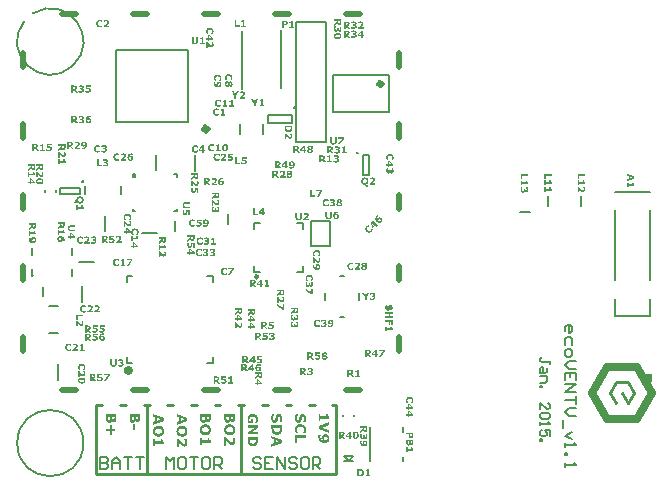
<source format=gto>
%FSLAX25Y25*%
%MOIN*%
G70*
G01*
G75*
G04 Layer_Color=65535*
%ADD10C,0.00787*%
%ADD11C,0.00591*%
%ADD12C,0.02362*%
%ADD13C,0.01575*%
%ADD14C,0.01181*%
%ADD15C,0.01000*%
%ADD16C,0.00984*%
%ADD17C,0.01969*%
%ADD18C,0.02756*%
%ADD19R,0.02165X0.03347*%
%ADD20R,0.01969X0.01969*%
%ADD21R,0.14961X0.03150*%
%ADD22R,0.03150X0.14961*%
%ADD23R,0.02362X0.02362*%
%ADD24C,0.03937*%
%ADD25R,0.02559X0.02362*%
%ADD26R,0.02362X0.02559*%
%ADD27R,0.03937X0.03150*%
%ADD28R,0.01969X0.02598*%
%ADD29R,0.02598X0.01969*%
%ADD30R,0.01181X0.05709*%
%ADD31R,0.05709X0.01181*%
%ADD32R,0.17520X0.17520*%
%ADD33R,0.03150X0.03543*%
%ADD34R,0.02362X0.02362*%
%ADD35R,0.02756X0.02362*%
%ADD36R,0.04331X0.01142*%
%ADD37R,0.06221X0.09252*%
%ADD38R,0.09449X0.07480*%
%ADD39R,0.07480X0.04331*%
%ADD40R,0.03937X0.03543*%
%ADD41R,0.04528X0.05709*%
%ADD42R,0.05709X0.04528*%
%ADD43R,0.03740X0.09055*%
%ADD44R,0.11811X0.05118*%
%ADD45R,0.02362X0.06102*%
%ADD46R,0.01142X0.05906*%
%ADD47R,0.05906X0.01142*%
%ADD48R,0.04724X0.05709*%
%ADD49R,0.02362X0.02756*%
%ADD50R,0.01142X0.04528*%
%ADD51R,0.04528X0.01142*%
%ADD52R,0.09843X0.09843*%
%ADD53C,0.01260*%
%ADD54R,0.04134X0.05118*%
%ADD55P,0.03341X4X180.0*%
%ADD56R,0.03150X0.03937*%
%ADD57R,0.05512X0.03937*%
%ADD58R,0.18898X0.03937*%
%ADD59R,0.01102X0.03150*%
%ADD60R,0.03150X0.01102*%
%ADD61C,0.00500*%
%ADD62C,0.01142*%
%ADD63C,0.03937*%
%ADD64R,0.12992X0.03937*%
%ADD65R,0.03937X0.12992*%
%ADD66R,0.08000X0.06900*%
%ADD67R,0.05100X0.04800*%
%ADD68R,0.05300X0.03600*%
%ADD69R,0.01800X0.02100*%
%ADD70R,0.11800X0.04200*%
%ADD71R,0.02200X0.11317*%
%ADD72R,0.06600X0.08100*%
%ADD73R,0.01900X0.04300*%
%ADD74R,0.04600X0.05600*%
%ADD75R,0.08200X0.06284*%
%ADD76R,0.05900X0.05500*%
%ADD77R,0.04961X0.03937*%
%ADD78R,0.15272X0.03937*%
%ADD79R,0.03937X0.07874*%
%ADD80R,0.09803X0.03937*%
%ADD81C,0.05906*%
%ADD82R,0.05906X0.05906*%
%ADD83C,0.01575*%
%ADD84C,0.03150*%
%ADD85R,0.55906X1.57480*%
%ADD86C,0.03150*%
%ADD87C,0.15748*%
G04:AMPARAMS|DCode=88|XSize=55.433mil|YSize=55.433mil|CornerRadius=0mil|HoleSize=0mil|Usage=FLASHONLY|Rotation=0.000|XOffset=0mil|YOffset=0mil|HoleType=Round|Shape=Relief|Width=5mil|Gap=5mil|Entries=4|*
%AMTHD88*
7,0,0,0.05543,0.04543,0.00500,45*
%
%ADD88THD88*%
%ADD89C,0.04724*%
G04:AMPARAMS|DCode=90|XSize=39.685mil|YSize=39.685mil|CornerRadius=0mil|HoleSize=0mil|Usage=FLASHONLY|Rotation=0.000|XOffset=0mil|YOffset=0mil|HoleType=Round|Shape=Relief|Width=5mil|Gap=5mil|Entries=4|*
%AMTHD90*
7,0,0,0.03969,0.02969,0.00500,45*
%
%ADD90THD90*%
G04:AMPARAMS|DCode=91|XSize=27.874mil|YSize=27.874mil|CornerRadius=0mil|HoleSize=0mil|Usage=FLASHONLY|Rotation=0.000|XOffset=0mil|YOffset=0mil|HoleType=Round|Shape=Relief|Width=5mil|Gap=5mil|Entries=4|*
%AMTHD91*
7,0,0,0.02787,0.01787,0.00500,45*
%
%ADD91THD91*%
%ADD92C,0.01969*%
%ADD93C,0.03937*%
%ADD94C,0.00800*%
%ADD95R,0.02362X0.00787*%
%ADD96R,0.00787X0.02362*%
%ADD97R,0.03347X0.02165*%
%ADD98R,0.02362X0.03937*%
%ADD99R,0.03740X0.03937*%
%ADD100R,0.02500X0.08400*%
%ADD101R,0.03000X0.02500*%
%ADD102R,0.01800X0.07300*%
%ADD103R,0.02300X0.10700*%
%ADD104R,0.02400X0.01800*%
%ADD105C,0.02000*%
%ADD106C,0.02500*%
%ADD107C,0.00600*%
%ADD108R,0.02600X0.02500*%
G36*
X-42985Y-58552D02*
Y-58558D01*
Y-58569D01*
Y-58596D01*
Y-58623D01*
Y-58656D01*
Y-58700D01*
X-42991Y-58793D01*
Y-58896D01*
X-42996Y-59000D01*
X-43007Y-59098D01*
X-43013Y-59142D01*
X-43018Y-59180D01*
Y-59191D01*
X-43024Y-59213D01*
X-43029Y-59251D01*
X-43045Y-59306D01*
X-43062Y-59360D01*
X-43084Y-59431D01*
X-43111Y-59502D01*
X-43144Y-59573D01*
X-43149Y-59584D01*
X-43160Y-59606D01*
X-43182Y-59639D01*
X-43215Y-59683D01*
X-43253Y-59732D01*
X-43302Y-59781D01*
X-43357Y-59830D01*
X-43417Y-59868D01*
X-43422Y-59874D01*
X-43444Y-59885D01*
X-43482Y-59901D01*
X-43531Y-59923D01*
X-43586Y-59939D01*
X-43652Y-59956D01*
X-43728Y-59966D01*
X-43810Y-59972D01*
X-43854D01*
X-43897Y-59966D01*
X-43957Y-59956D01*
X-44028Y-59939D01*
X-44105Y-59912D01*
X-44181Y-59879D01*
X-44258Y-59835D01*
X-44269Y-59830D01*
X-44290Y-59808D01*
X-44323Y-59781D01*
X-44367Y-59737D01*
X-44416Y-59683D01*
X-44471Y-59617D01*
X-44520Y-59541D01*
X-44563Y-59453D01*
X-44585D01*
Y-59459D01*
X-44591Y-59470D01*
Y-59486D01*
X-44596Y-59508D01*
X-44618Y-59573D01*
X-44645Y-59650D01*
X-44684Y-59737D01*
X-44733Y-59830D01*
X-44793Y-59917D01*
X-44869Y-59999D01*
X-44880Y-60010D01*
X-44907Y-60032D01*
X-44956Y-60065D01*
X-45022Y-60103D01*
X-45099Y-60141D01*
X-45197Y-60174D01*
X-45311Y-60196D01*
X-45437Y-60207D01*
X-45481D01*
X-45530Y-60201D01*
X-45590Y-60196D01*
X-45661Y-60180D01*
X-45737Y-60163D01*
X-45819Y-60136D01*
X-45896Y-60103D01*
X-45906Y-60098D01*
X-45928Y-60087D01*
X-45967Y-60059D01*
X-46010Y-60027D01*
X-46065Y-59988D01*
X-46119Y-59939D01*
X-46174Y-59885D01*
X-46229Y-59819D01*
X-46234Y-59808D01*
X-46256Y-59781D01*
X-46278Y-59743D01*
X-46311Y-59683D01*
X-46349Y-59617D01*
X-46387Y-59541D01*
X-46420Y-59453D01*
X-46447Y-59360D01*
Y-59355D01*
Y-59350D01*
X-46453Y-59333D01*
X-46458Y-59317D01*
X-46469Y-59262D01*
X-46480Y-59186D01*
X-46491Y-59093D01*
X-46502Y-58989D01*
X-46507Y-58864D01*
X-46513Y-58727D01*
Y-57187D01*
X-42985D01*
Y-58552D01*
D02*
G37*
G36*
X-44673Y-60687D02*
X-44613D01*
X-44541Y-60698D01*
X-44460Y-60709D01*
X-44367Y-60720D01*
X-44269Y-60742D01*
X-44159Y-60769D01*
X-44050Y-60802D01*
X-43941Y-60840D01*
X-43826Y-60884D01*
X-43717Y-60938D01*
X-43608Y-61004D01*
X-43510Y-61080D01*
X-43411Y-61162D01*
X-43406Y-61168D01*
X-43389Y-61184D01*
X-43368Y-61211D01*
X-43335Y-61250D01*
X-43297Y-61299D01*
X-43253Y-61359D01*
X-43209Y-61430D01*
X-43160Y-61512D01*
X-43117Y-61599D01*
X-43073Y-61703D01*
X-43029Y-61812D01*
X-42991Y-61932D01*
X-42958Y-62058D01*
X-42936Y-62194D01*
X-42920Y-62342D01*
X-42914Y-62494D01*
Y-62505D01*
Y-62533D01*
X-42920Y-62576D01*
Y-62637D01*
X-42931Y-62708D01*
X-42942Y-62789D01*
X-42958Y-62882D01*
X-42974Y-62981D01*
X-43002Y-63084D01*
X-43035Y-63193D01*
X-43078Y-63308D01*
X-43122Y-63417D01*
X-43182Y-63526D01*
X-43248Y-63636D01*
X-43324Y-63739D01*
X-43411Y-63832D01*
X-43417Y-63838D01*
X-43433Y-63854D01*
X-43460Y-63876D01*
X-43499Y-63909D01*
X-43553Y-63947D01*
X-43613Y-63985D01*
X-43684Y-64029D01*
X-43761Y-64078D01*
X-43854Y-64122D01*
X-43957Y-64165D01*
X-44067Y-64204D01*
X-44187Y-64242D01*
X-44312Y-64275D01*
X-44454Y-64296D01*
X-44596Y-64313D01*
X-44754Y-64318D01*
X-44793D01*
X-44836Y-64313D01*
X-44891D01*
X-44962Y-64302D01*
X-45044Y-64291D01*
X-45137Y-64280D01*
X-45235Y-64258D01*
X-45344Y-64231D01*
X-45448Y-64198D01*
X-45562Y-64160D01*
X-45672Y-64111D01*
X-45786Y-64056D01*
X-45890Y-63991D01*
X-45994Y-63920D01*
X-46092Y-63832D01*
X-46098Y-63827D01*
X-46114Y-63810D01*
X-46136Y-63783D01*
X-46169Y-63745D01*
X-46207Y-63696D01*
X-46245Y-63636D01*
X-46294Y-63565D01*
X-46338Y-63483D01*
X-46382Y-63390D01*
X-46425Y-63292D01*
X-46469Y-63182D01*
X-46507Y-63062D01*
X-46540Y-62937D01*
X-46562Y-62795D01*
X-46578Y-62647D01*
X-46584Y-62494D01*
Y-62484D01*
Y-62456D01*
X-46578Y-62413D01*
Y-62353D01*
X-46567Y-62282D01*
X-46556Y-62200D01*
X-46540Y-62112D01*
X-46523Y-62009D01*
X-46496Y-61905D01*
X-46464Y-61796D01*
X-46425Y-61686D01*
X-46376Y-61577D01*
X-46321Y-61468D01*
X-46256Y-61359D01*
X-46180Y-61255D01*
X-46092Y-61162D01*
X-46087Y-61157D01*
X-46070Y-61140D01*
X-46043Y-61119D01*
X-45999Y-61086D01*
X-45950Y-61053D01*
X-45890Y-61009D01*
X-45819Y-60966D01*
X-45737Y-60922D01*
X-45650Y-60878D01*
X-45546Y-60835D01*
X-45437Y-60791D01*
X-45317Y-60758D01*
X-45191Y-60725D01*
X-45055Y-60704D01*
X-44907Y-60687D01*
X-44754Y-60682D01*
X-44716D01*
X-44673Y-60687D01*
D02*
G37*
G36*
X12472Y-37216D02*
X12792D01*
Y-37645D01*
X12472D01*
Y-38195D01*
X11893D01*
Y-37645D01*
X10750D01*
Y-37201D01*
X11853Y-35836D01*
X12472D01*
Y-37216D01*
D02*
G37*
G36*
X15009Y-36305D02*
X13946Y-38187D01*
X13269D01*
X14368Y-36287D01*
X13167D01*
Y-35836D01*
X15009D01*
Y-36305D01*
D02*
G37*
G36*
X9527Y-35840D02*
X9581Y-35843D01*
X9640Y-35847D01*
X9701Y-35854D01*
X9760Y-35861D01*
X9767D01*
X9785Y-35865D01*
X9814Y-35872D01*
X9854Y-35883D01*
X9898Y-35898D01*
X9945Y-35916D01*
X9993Y-35938D01*
X10044Y-35963D01*
X10051Y-35967D01*
X10065Y-35978D01*
X10091Y-35996D01*
X10120Y-36018D01*
X10153Y-36051D01*
X10189Y-36083D01*
X10226Y-36123D01*
X10255Y-36171D01*
X10258Y-36178D01*
X10266Y-36193D01*
X10280Y-36218D01*
X10295Y-36255D01*
X10309Y-36302D01*
X10324Y-36356D01*
X10331Y-36415D01*
X10335Y-36484D01*
Y-36487D01*
Y-36495D01*
Y-36509D01*
Y-36528D01*
X10331Y-36549D01*
X10328Y-36575D01*
X10320Y-36633D01*
X10306Y-36702D01*
X10284Y-36771D01*
X10251Y-36844D01*
X10211Y-36910D01*
X10204Y-36917D01*
X10189Y-36935D01*
X10160Y-36968D01*
X10124Y-37004D01*
X10076Y-37048D01*
X10014Y-37095D01*
X9949Y-37139D01*
X9869Y-37183D01*
X10655Y-38187D01*
X9909D01*
X9268Y-37325D01*
X8995D01*
Y-38187D01*
X8387D01*
Y-35836D01*
X9476D01*
X9527Y-35840D01*
D02*
G37*
G36*
X-66485Y-58552D02*
Y-58558D01*
Y-58569D01*
Y-58596D01*
Y-58623D01*
Y-58656D01*
Y-58700D01*
X-66491Y-58793D01*
Y-58896D01*
X-66496Y-59000D01*
X-66507Y-59098D01*
X-66513Y-59142D01*
X-66518Y-59180D01*
Y-59191D01*
X-66524Y-59213D01*
X-66529Y-59251D01*
X-66545Y-59306D01*
X-66562Y-59360D01*
X-66584Y-59431D01*
X-66611Y-59502D01*
X-66644Y-59573D01*
X-66649Y-59584D01*
X-66660Y-59606D01*
X-66682Y-59639D01*
X-66715Y-59683D01*
X-66753Y-59732D01*
X-66802Y-59781D01*
X-66857Y-59830D01*
X-66917Y-59868D01*
X-66922Y-59874D01*
X-66944Y-59885D01*
X-66982Y-59901D01*
X-67031Y-59923D01*
X-67086Y-59939D01*
X-67151Y-59956D01*
X-67228Y-59966D01*
X-67310Y-59972D01*
X-67354D01*
X-67397Y-59966D01*
X-67457Y-59956D01*
X-67528Y-59939D01*
X-67605Y-59912D01*
X-67681Y-59879D01*
X-67758Y-59835D01*
X-67769Y-59830D01*
X-67790Y-59808D01*
X-67823Y-59781D01*
X-67867Y-59737D01*
X-67916Y-59683D01*
X-67971Y-59617D01*
X-68020Y-59541D01*
X-68063Y-59453D01*
X-68085D01*
Y-59459D01*
X-68091Y-59470D01*
Y-59486D01*
X-68096Y-59508D01*
X-68118Y-59573D01*
X-68145Y-59650D01*
X-68183Y-59737D01*
X-68233Y-59830D01*
X-68293Y-59917D01*
X-68369Y-59999D01*
X-68380Y-60010D01*
X-68407Y-60032D01*
X-68457Y-60065D01*
X-68522Y-60103D01*
X-68599Y-60141D01*
X-68697Y-60174D01*
X-68811Y-60196D01*
X-68937Y-60207D01*
X-68981D01*
X-69030Y-60201D01*
X-69090Y-60196D01*
X-69161Y-60180D01*
X-69237Y-60163D01*
X-69319Y-60136D01*
X-69396Y-60103D01*
X-69406Y-60098D01*
X-69428Y-60087D01*
X-69467Y-60059D01*
X-69510Y-60027D01*
X-69565Y-59988D01*
X-69620Y-59939D01*
X-69674Y-59885D01*
X-69729Y-59819D01*
X-69734Y-59808D01*
X-69756Y-59781D01*
X-69778Y-59743D01*
X-69811Y-59683D01*
X-69849Y-59617D01*
X-69887Y-59541D01*
X-69920Y-59453D01*
X-69947Y-59360D01*
Y-59355D01*
Y-59350D01*
X-69952Y-59333D01*
X-69958Y-59317D01*
X-69969Y-59262D01*
X-69980Y-59186D01*
X-69991Y-59093D01*
X-70002Y-58989D01*
X-70007Y-58864D01*
X-70013Y-58727D01*
Y-57187D01*
X-66485D01*
Y-58552D01*
D02*
G37*
G36*
X-68102Y-62505D02*
X-68784D01*
Y-60698D01*
X-68102D01*
Y-62505D01*
D02*
G37*
G36*
X-76023Y-62216D02*
X-74768D01*
Y-62866D01*
X-76023D01*
Y-64127D01*
X-76662D01*
Y-62866D01*
X-77918D01*
Y-62216D01*
X-76662D01*
Y-60955D01*
X-76023D01*
Y-62216D01*
D02*
G37*
G36*
X-43455Y-65203D02*
Y-65224D01*
Y-65257D01*
Y-65301D01*
X-43450Y-65350D01*
Y-65405D01*
X-43439Y-65519D01*
Y-65525D01*
X-43433Y-65547D01*
X-43428Y-65574D01*
X-43422Y-65612D01*
X-43400Y-65699D01*
X-43368Y-65781D01*
X-43362Y-65787D01*
X-43357Y-65803D01*
X-43346Y-65825D01*
X-43324Y-65847D01*
X-43280Y-65907D01*
X-43248Y-65934D01*
X-43215Y-65962D01*
X-43209Y-65967D01*
X-43198Y-65973D01*
X-43176Y-65983D01*
X-43149Y-65994D01*
X-43117Y-66011D01*
X-43073Y-66022D01*
X-43029Y-66033D01*
X-42974Y-66038D01*
Y-66824D01*
X-45896D01*
Y-67550D01*
X-46513D01*
Y-65197D01*
X-45896D01*
Y-65940D01*
X-44028D01*
Y-65197D01*
X-43455D01*
Y-65203D01*
D02*
G37*
G36*
X-74385Y-58552D02*
Y-58558D01*
Y-58569D01*
Y-58596D01*
Y-58623D01*
Y-58656D01*
Y-58700D01*
X-74391Y-58793D01*
Y-58896D01*
X-74396Y-59000D01*
X-74407Y-59098D01*
X-74413Y-59142D01*
X-74418Y-59180D01*
Y-59191D01*
X-74424Y-59213D01*
X-74429Y-59251D01*
X-74445Y-59306D01*
X-74462Y-59360D01*
X-74484Y-59431D01*
X-74511Y-59502D01*
X-74544Y-59573D01*
X-74549Y-59584D01*
X-74560Y-59606D01*
X-74582Y-59639D01*
X-74615Y-59683D01*
X-74653Y-59732D01*
X-74702Y-59781D01*
X-74757Y-59830D01*
X-74817Y-59868D01*
X-74822Y-59874D01*
X-74844Y-59885D01*
X-74882Y-59901D01*
X-74931Y-59923D01*
X-74986Y-59939D01*
X-75051Y-59956D01*
X-75128Y-59966D01*
X-75210Y-59972D01*
X-75254D01*
X-75297Y-59966D01*
X-75357Y-59956D01*
X-75428Y-59939D01*
X-75505Y-59912D01*
X-75581Y-59879D01*
X-75658Y-59835D01*
X-75669Y-59830D01*
X-75690Y-59808D01*
X-75723Y-59781D01*
X-75767Y-59737D01*
X-75816Y-59683D01*
X-75871Y-59617D01*
X-75920Y-59541D01*
X-75963Y-59453D01*
X-75985D01*
Y-59459D01*
X-75991Y-59470D01*
Y-59486D01*
X-75996Y-59508D01*
X-76018Y-59573D01*
X-76045Y-59650D01*
X-76083Y-59737D01*
X-76133Y-59830D01*
X-76193Y-59917D01*
X-76269Y-59999D01*
X-76280Y-60010D01*
X-76307Y-60032D01*
X-76357Y-60065D01*
X-76422Y-60103D01*
X-76499Y-60141D01*
X-76597Y-60174D01*
X-76711Y-60196D01*
X-76837Y-60207D01*
X-76881D01*
X-76930Y-60201D01*
X-76990Y-60196D01*
X-77061Y-60180D01*
X-77137Y-60163D01*
X-77219Y-60136D01*
X-77296Y-60103D01*
X-77306Y-60098D01*
X-77328Y-60087D01*
X-77367Y-60059D01*
X-77410Y-60027D01*
X-77465Y-59988D01*
X-77520Y-59939D01*
X-77574Y-59885D01*
X-77629Y-59819D01*
X-77634Y-59808D01*
X-77656Y-59781D01*
X-77678Y-59743D01*
X-77711Y-59683D01*
X-77749Y-59617D01*
X-77787Y-59541D01*
X-77820Y-59453D01*
X-77847Y-59360D01*
Y-59355D01*
Y-59350D01*
X-77852Y-59333D01*
X-77858Y-59317D01*
X-77869Y-59262D01*
X-77880Y-59186D01*
X-77891Y-59093D01*
X-77902Y-58989D01*
X-77907Y-58864D01*
X-77913Y-58727D01*
Y-57187D01*
X-74385D01*
Y-58552D01*
D02*
G37*
G36*
X24286Y-68388D02*
Y-68402D01*
Y-68424D01*
Y-68453D01*
X24290Y-68486D01*
Y-68523D01*
X24297Y-68599D01*
Y-68603D01*
X24301Y-68617D01*
X24305Y-68635D01*
X24308Y-68661D01*
X24323Y-68719D01*
X24345Y-68774D01*
X24348Y-68777D01*
X24352Y-68788D01*
X24359Y-68803D01*
X24374Y-68817D01*
X24403Y-68857D01*
X24425Y-68875D01*
X24447Y-68894D01*
X24450Y-68897D01*
X24457Y-68901D01*
X24472Y-68908D01*
X24490Y-68916D01*
X24512Y-68927D01*
X24541Y-68934D01*
X24570Y-68941D01*
X24607Y-68945D01*
Y-69469D01*
X22659D01*
Y-69953D01*
X22248D01*
Y-68384D01*
X22659D01*
Y-68879D01*
X23904D01*
Y-68384D01*
X24286D01*
Y-68388D01*
D02*
G37*
G36*
X9795Y-77589D02*
X10279D01*
Y-78000D01*
X8710D01*
Y-77589D01*
X9205D01*
Y-76344D01*
X8710D01*
Y-75962D01*
X8779D01*
X8812Y-75958D01*
X8848D01*
X8925Y-75951D01*
X8929D01*
X8943Y-75947D01*
X8961Y-75943D01*
X8987Y-75940D01*
X9045Y-75925D01*
X9100Y-75903D01*
X9103Y-75900D01*
X9114Y-75896D01*
X9129Y-75889D01*
X9143Y-75874D01*
X9183Y-75845D01*
X9201Y-75823D01*
X9220Y-75801D01*
X9223Y-75798D01*
X9227Y-75791D01*
X9234Y-75776D01*
X9241Y-75758D01*
X9252Y-75736D01*
X9260Y-75707D01*
X9267Y-75678D01*
X9271Y-75641D01*
X9795D01*
Y-77589D01*
D02*
G37*
G36*
X6854Y-75652D02*
X6923Y-75656D01*
X6999Y-75660D01*
X7083Y-75670D01*
X7167Y-75681D01*
X7247Y-75700D01*
X7250D01*
X7258Y-75703D01*
X7269D01*
X7283Y-75707D01*
X7320Y-75718D01*
X7371Y-75732D01*
X7425Y-75754D01*
X7483Y-75776D01*
X7545Y-75801D01*
X7600Y-75834D01*
X7604D01*
X7611Y-75841D01*
X7622Y-75849D01*
X7640Y-75860D01*
X7662Y-75878D01*
X7684Y-75896D01*
X7738Y-75940D01*
X7800Y-75998D01*
X7866Y-76067D01*
X7927Y-76144D01*
X7982Y-76235D01*
Y-76238D01*
X7989Y-76245D01*
X7997Y-76260D01*
X8004Y-76278D01*
X8015Y-76304D01*
X8026Y-76333D01*
X8040Y-76366D01*
X8055Y-76402D01*
X8066Y-76446D01*
X8080Y-76489D01*
X8102Y-76591D01*
X8117Y-76704D01*
X8124Y-76828D01*
Y-76832D01*
Y-76842D01*
Y-76861D01*
X8120Y-76882D01*
Y-76912D01*
X8117Y-76944D01*
X8113Y-76984D01*
X8106Y-77025D01*
X8088Y-77115D01*
X8059Y-77214D01*
X8022Y-77316D01*
X7971Y-77418D01*
Y-77421D01*
X7964Y-77429D01*
X7957Y-77443D01*
X7946Y-77461D01*
X7931Y-77483D01*
X7913Y-77505D01*
X7869Y-77563D01*
X7815Y-77629D01*
X7749Y-77694D01*
X7676Y-77756D01*
X7593Y-77814D01*
X7589D01*
X7585Y-77818D01*
X7564Y-77833D01*
X7527Y-77851D01*
X7480Y-77873D01*
X7425Y-77894D01*
X7360Y-77920D01*
X7290Y-77942D01*
X7214Y-77960D01*
X7203D01*
X7192Y-77964D01*
X7178Y-77967D01*
X7159Y-77971D01*
X7134D01*
X7108Y-77974D01*
X7076Y-77978D01*
X7007Y-77985D01*
X6923Y-77993D01*
X6828Y-77996D01*
X6726Y-78000D01*
X5900D01*
Y-75649D01*
X6825D01*
X6854Y-75652D01*
D02*
G37*
G36*
X-88273Y42060D02*
X-88219Y42057D01*
X-88160Y42053D01*
X-88099Y42046D01*
X-88040Y42039D01*
X-88033D01*
X-88015Y42035D01*
X-87986Y42028D01*
X-87946Y42017D01*
X-87902Y42002D01*
X-87855Y41984D01*
X-87807Y41962D01*
X-87756Y41937D01*
X-87749Y41933D01*
X-87735Y41922D01*
X-87709Y41904D01*
X-87680Y41882D01*
X-87647Y41849D01*
X-87611Y41816D01*
X-87574Y41776D01*
X-87545Y41729D01*
X-87542Y41722D01*
X-87534Y41707D01*
X-87520Y41682D01*
X-87505Y41645D01*
X-87491Y41598D01*
X-87476Y41543D01*
X-87469Y41485D01*
X-87465Y41416D01*
Y41412D01*
Y41405D01*
Y41391D01*
Y41372D01*
X-87469Y41351D01*
X-87472Y41325D01*
X-87480Y41267D01*
X-87494Y41198D01*
X-87516Y41129D01*
X-87549Y41056D01*
X-87589Y40990D01*
X-87596Y40983D01*
X-87611Y40965D01*
X-87640Y40932D01*
X-87676Y40896D01*
X-87724Y40852D01*
X-87786Y40805D01*
X-87851Y40761D01*
X-87931Y40717D01*
X-87145Y39713D01*
X-87891D01*
X-88532Y40575D01*
X-88805D01*
Y39713D01*
X-89413D01*
Y42064D01*
X-88324D01*
X-88273Y42060D01*
D02*
G37*
G36*
X-83301Y42108D02*
X-83265D01*
X-83221Y42104D01*
X-83177Y42100D01*
X-83126Y42093D01*
X-83119D01*
X-83104Y42090D01*
X-83079D01*
X-83050Y42086D01*
X-82992Y42079D01*
X-82966Y42075D01*
X-82944Y42071D01*
Y41609D01*
X-83010D01*
X-83013Y41613D01*
X-83024Y41616D01*
X-83039Y41620D01*
X-83061Y41627D01*
X-83086Y41635D01*
X-83115Y41645D01*
X-83152Y41653D01*
X-83155D01*
X-83170Y41656D01*
X-83192Y41664D01*
X-83217Y41667D01*
X-83254Y41675D01*
X-83290Y41678D01*
X-83334Y41682D01*
X-83410D01*
X-83432Y41678D01*
X-83458D01*
X-83487Y41675D01*
X-83552Y41664D01*
X-83629Y41645D01*
X-83709Y41620D01*
X-83785Y41584D01*
X-83854Y41533D01*
X-83862Y41525D01*
X-83880Y41504D01*
X-83909Y41471D01*
X-83942Y41423D01*
X-83978Y41365D01*
X-84011Y41296D01*
X-84040Y41212D01*
X-84058Y41118D01*
X-84051Y41121D01*
X-84036Y41129D01*
X-84011Y41143D01*
X-83978Y41161D01*
X-83942Y41179D01*
X-83898Y41198D01*
X-83851Y41216D01*
X-83800Y41234D01*
X-83792Y41238D01*
X-83778Y41241D01*
X-83749Y41249D01*
X-83712Y41260D01*
X-83669Y41267D01*
X-83621Y41274D01*
X-83567Y41278D01*
X-83508Y41281D01*
X-83458D01*
X-83425Y41278D01*
X-83385Y41274D01*
X-83341Y41267D01*
X-83254Y41249D01*
X-83250D01*
X-83236Y41241D01*
X-83210Y41234D01*
X-83181Y41223D01*
X-83148Y41209D01*
X-83112Y41190D01*
X-83035Y41147D01*
X-83028Y41143D01*
X-83013Y41129D01*
X-82988Y41110D01*
X-82959Y41081D01*
X-82926Y41045D01*
X-82890Y41005D01*
X-82857Y40954D01*
X-82824Y40899D01*
X-82821Y40892D01*
X-82813Y40870D01*
X-82799Y40837D01*
X-82784Y40794D01*
X-82770Y40739D01*
X-82755Y40674D01*
X-82748Y40597D01*
X-82744Y40513D01*
Y40510D01*
Y40506D01*
Y40495D01*
Y40484D01*
X-82748Y40448D01*
X-82751Y40404D01*
X-82762Y40350D01*
X-82773Y40291D01*
X-82791Y40233D01*
X-82813Y40171D01*
X-82817Y40164D01*
X-82824Y40146D01*
X-82839Y40117D01*
X-82861Y40077D01*
X-82886Y40037D01*
X-82919Y39989D01*
X-82955Y39946D01*
X-82999Y39902D01*
X-83006Y39898D01*
X-83021Y39884D01*
X-83050Y39862D01*
X-83083Y39836D01*
X-83126Y39807D01*
X-83177Y39778D01*
X-83236Y39749D01*
X-83297Y39724D01*
X-83301D01*
X-83305Y39720D01*
X-83327Y39716D01*
X-83363Y39705D01*
X-83410Y39694D01*
X-83469Y39683D01*
X-83534Y39676D01*
X-83610Y39669D01*
X-83691Y39665D01*
X-83727D01*
X-83767Y39669D01*
X-83818Y39673D01*
X-83876Y39680D01*
X-83942Y39687D01*
X-84011Y39702D01*
X-84076Y39720D01*
X-84080D01*
X-84084Y39724D01*
X-84105Y39731D01*
X-84138Y39745D01*
X-84178Y39764D01*
X-84226Y39789D01*
X-84276Y39818D01*
X-84328Y39855D01*
X-84375Y39898D01*
X-84382Y39906D01*
X-84400Y39924D01*
X-84426Y39953D01*
X-84459Y39993D01*
X-84491Y40044D01*
X-84531Y40102D01*
X-84564Y40171D01*
X-84597Y40248D01*
Y40251D01*
X-84601Y40259D01*
X-84604Y40270D01*
X-84608Y40288D01*
X-84615Y40306D01*
X-84619Y40331D01*
X-84626Y40361D01*
X-84633Y40393D01*
X-84648Y40466D01*
X-84659Y40553D01*
X-84666Y40652D01*
X-84670Y40761D01*
Y40765D01*
Y40775D01*
Y40790D01*
Y40812D01*
X-84666Y40841D01*
Y40870D01*
X-84662Y40907D01*
Y40947D01*
X-84651Y41030D01*
X-84641Y41125D01*
X-84622Y41220D01*
X-84601Y41311D01*
Y41314D01*
X-84597Y41322D01*
X-84593Y41332D01*
X-84586Y41351D01*
X-84579Y41372D01*
X-84568Y41398D01*
X-84542Y41453D01*
X-84513Y41522D01*
X-84473Y41591D01*
X-84422Y41664D01*
X-84368Y41736D01*
X-84364Y41740D01*
X-84360Y41744D01*
X-84338Y41766D01*
X-84306Y41798D01*
X-84258Y41838D01*
X-84204Y41882D01*
X-84135Y41929D01*
X-84054Y41973D01*
X-83967Y42013D01*
X-83964D01*
X-83956Y42017D01*
X-83942Y42024D01*
X-83924Y42028D01*
X-83898Y42035D01*
X-83869Y42046D01*
X-83836Y42053D01*
X-83800Y42064D01*
X-83760Y42071D01*
X-83716Y42079D01*
X-83614Y42097D01*
X-83501Y42108D01*
X-83377Y42111D01*
X-83334D01*
X-83301Y42108D01*
D02*
G37*
G36*
X-86009D02*
X-85958D01*
X-85896Y42100D01*
X-85831Y42093D01*
X-85765Y42086D01*
X-85700Y42071D01*
X-85693D01*
X-85671Y42064D01*
X-85641Y42057D01*
X-85602Y42042D01*
X-85558Y42028D01*
X-85510Y42013D01*
X-85467Y41991D01*
X-85423Y41969D01*
X-85416Y41966D01*
X-85401Y41955D01*
X-85379Y41937D01*
X-85350Y41915D01*
X-85318Y41889D01*
X-85285Y41857D01*
X-85256Y41820D01*
X-85230Y41780D01*
X-85227Y41776D01*
X-85219Y41762D01*
X-85208Y41736D01*
X-85198Y41707D01*
X-85186Y41671D01*
X-85176Y41624D01*
X-85168Y41576D01*
X-85165Y41522D01*
Y41518D01*
Y41514D01*
Y41504D01*
Y41489D01*
X-85172Y41453D01*
X-85179Y41405D01*
X-85194Y41351D01*
X-85216Y41292D01*
X-85248Y41234D01*
X-85289Y41172D01*
X-85292Y41165D01*
X-85310Y41147D01*
X-85336Y41121D01*
X-85372Y41092D01*
X-85419Y41059D01*
X-85474Y41027D01*
X-85536Y40997D01*
X-85609Y40979D01*
Y40954D01*
X-85605D01*
X-85594Y40950D01*
X-85580D01*
X-85558Y40943D01*
X-85532Y40939D01*
X-85503Y40932D01*
X-85438Y40910D01*
X-85434D01*
X-85423Y40903D01*
X-85405Y40896D01*
X-85383Y40885D01*
X-85329Y40856D01*
X-85274Y40815D01*
X-85270Y40812D01*
X-85259Y40805D01*
X-85248Y40790D01*
X-85230Y40772D01*
X-85208Y40750D01*
X-85190Y40721D01*
X-85150Y40659D01*
X-85146Y40655D01*
X-85143Y40644D01*
X-85136Y40623D01*
X-85125Y40597D01*
X-85117Y40564D01*
X-85110Y40524D01*
X-85106Y40477D01*
X-85103Y40426D01*
Y40419D01*
Y40397D01*
X-85106Y40364D01*
X-85110Y40324D01*
X-85121Y40277D01*
X-85132Y40222D01*
X-85150Y40168D01*
X-85172Y40113D01*
X-85176Y40106D01*
X-85183Y40091D01*
X-85201Y40062D01*
X-85223Y40029D01*
X-85248Y39993D01*
X-85285Y39949D01*
X-85325Y39909D01*
X-85372Y39869D01*
X-85379Y39865D01*
X-85394Y39855D01*
X-85423Y39836D01*
X-85460Y39814D01*
X-85507Y39789D01*
X-85558Y39764D01*
X-85620Y39738D01*
X-85685Y39716D01*
X-85689D01*
X-85693Y39713D01*
X-85703D01*
X-85718Y39709D01*
X-85754Y39702D01*
X-85805Y39691D01*
X-85871Y39680D01*
X-85944Y39673D01*
X-86027Y39669D01*
X-86118Y39665D01*
X-86191D01*
X-86220Y39669D01*
X-86290Y39673D01*
X-86370Y39676D01*
X-86453Y39687D01*
X-86537Y39698D01*
X-86621Y39713D01*
X-86624D01*
X-86628Y39716D01*
X-86639D01*
X-86654Y39720D01*
X-86694Y39731D01*
X-86741Y39742D01*
X-86795Y39756D01*
X-86850Y39771D01*
X-86908Y39793D01*
X-86959Y39811D01*
Y40331D01*
X-86901D01*
X-86894Y40328D01*
X-86875Y40317D01*
X-86846Y40302D01*
X-86806Y40280D01*
X-86759Y40259D01*
X-86704Y40233D01*
X-86643Y40211D01*
X-86573Y40186D01*
X-86570D01*
X-86566Y40182D01*
X-86555D01*
X-86541Y40178D01*
X-86504Y40168D01*
X-86461Y40157D01*
X-86406Y40146D01*
X-86348Y40139D01*
X-86286Y40131D01*
X-86228Y40128D01*
X-86195D01*
X-86169Y40131D01*
X-86140D01*
X-86107Y40135D01*
X-86031Y40142D01*
X-86027D01*
X-86013Y40146D01*
X-85991Y40149D01*
X-85966Y40157D01*
X-85907Y40175D01*
X-85849Y40208D01*
X-85845Y40211D01*
X-85838Y40215D01*
X-85816Y40233D01*
X-85783Y40266D01*
X-85754Y40302D01*
Y40306D01*
X-85747Y40313D01*
X-85743Y40324D01*
X-85736Y40342D01*
X-85729Y40368D01*
X-85725Y40393D01*
X-85718Y40426D01*
Y40466D01*
Y40470D01*
Y40484D01*
X-85722Y40503D01*
X-85725Y40524D01*
X-85740Y40575D01*
X-85751Y40601D01*
X-85769Y40623D01*
X-85773Y40626D01*
X-85776Y40633D01*
X-85787Y40641D01*
X-85802Y40655D01*
X-85842Y40681D01*
X-85893Y40703D01*
X-85896D01*
X-85907Y40706D01*
X-85922Y40710D01*
X-85944Y40717D01*
X-85973Y40721D01*
X-86002Y40725D01*
X-86038Y40728D01*
X-86078Y40732D01*
X-86118D01*
X-86144Y40735D01*
X-86410D01*
Y41154D01*
X-86202D01*
X-86166Y41158D01*
X-86129D01*
X-86057Y41161D01*
X-86042D01*
X-86024Y41165D01*
X-86002Y41169D01*
X-85947Y41179D01*
X-85896Y41198D01*
X-85893D01*
X-85885Y41201D01*
X-85871Y41209D01*
X-85856Y41220D01*
X-85824Y41241D01*
X-85791Y41274D01*
Y41278D01*
X-85783Y41285D01*
X-85780Y41296D01*
X-85773Y41311D01*
X-85765Y41332D01*
X-85762Y41358D01*
X-85754Y41387D01*
Y41420D01*
Y41423D01*
Y41431D01*
Y41445D01*
X-85758Y41460D01*
X-85769Y41496D01*
X-85791Y41533D01*
Y41536D01*
X-85798Y41540D01*
X-85816Y41558D01*
X-85845Y41580D01*
X-85885Y41602D01*
X-85889D01*
X-85896Y41605D01*
X-85911Y41609D01*
X-85926Y41616D01*
X-85947Y41624D01*
X-85973Y41627D01*
X-86031Y41638D01*
X-86035D01*
X-86046Y41642D01*
X-86060D01*
X-86078Y41645D01*
X-86126Y41649D01*
X-86199D01*
X-86228Y41645D01*
X-86268Y41642D01*
X-86319Y41638D01*
X-86373Y41627D01*
X-86431Y41616D01*
X-86497Y41598D01*
X-86501D01*
X-86504Y41594D01*
X-86526Y41587D01*
X-86559Y41576D01*
X-86602Y41562D01*
X-86657Y41540D01*
X-86712Y41514D01*
X-86770Y41485D01*
X-86832Y41453D01*
X-86890D01*
Y41962D01*
X-86883Y41966D01*
X-86868Y41969D01*
X-86839Y41980D01*
X-86799Y41995D01*
X-86748Y42009D01*
X-86690Y42024D01*
X-86621Y42042D01*
X-86541Y42060D01*
X-86537D01*
X-86530Y42064D01*
X-86519D01*
X-86501Y42068D01*
X-86482Y42071D01*
X-86457Y42075D01*
X-86402Y42086D01*
X-86333Y42097D01*
X-86257Y42104D01*
X-86173Y42108D01*
X-86089Y42111D01*
X-86053D01*
X-86009Y42108D01*
D02*
G37*
G36*
X24600Y-64420D02*
Y-64424D01*
Y-64431D01*
Y-64442D01*
Y-64457D01*
X24596Y-64500D01*
Y-64551D01*
X24589Y-64613D01*
X24581Y-64675D01*
X24574Y-64741D01*
X24559Y-64799D01*
Y-64802D01*
Y-64806D01*
X24552Y-64824D01*
X24541Y-64853D01*
X24530Y-64893D01*
X24512Y-64933D01*
X24494Y-64981D01*
X24468Y-65028D01*
X24443Y-65072D01*
X24439Y-65079D01*
X24425Y-65094D01*
X24407Y-65119D01*
X24377Y-65152D01*
X24341Y-65188D01*
X24301Y-65225D01*
X24254Y-65257D01*
X24203Y-65290D01*
X24195Y-65294D01*
X24177Y-65301D01*
X24145Y-65316D01*
X24104Y-65330D01*
X24054Y-65341D01*
X23995Y-65356D01*
X23926Y-65363D01*
X23853Y-65367D01*
X23828D01*
X23795Y-65363D01*
X23755Y-65359D01*
X23708Y-65352D01*
X23657Y-65341D01*
X23602Y-65326D01*
X23544Y-65308D01*
X23537Y-65305D01*
X23518Y-65297D01*
X23493Y-65286D01*
X23457Y-65268D01*
X23416Y-65246D01*
X23376Y-65221D01*
X23333Y-65188D01*
X23293Y-65152D01*
X23285Y-65145D01*
X23271Y-65126D01*
X23245Y-65097D01*
X23216Y-65061D01*
X23180Y-65013D01*
X23147Y-64959D01*
X23111Y-64901D01*
X23082Y-64835D01*
Y-64832D01*
X23078Y-64828D01*
X23074Y-64817D01*
X23071Y-64806D01*
X23060Y-64766D01*
X23049Y-64719D01*
X23034Y-64657D01*
X23023Y-64580D01*
X23016Y-64497D01*
X23012Y-64406D01*
Y-64031D01*
X22248D01*
Y-63423D01*
X24600D01*
Y-64420D01*
D02*
G37*
G36*
Y-66706D02*
Y-66710D01*
Y-66717D01*
Y-66735D01*
Y-66753D01*
Y-66775D01*
Y-66804D01*
X24596Y-66866D01*
Y-66935D01*
X24592Y-67005D01*
X24585Y-67070D01*
X24581Y-67099D01*
X24578Y-67125D01*
Y-67132D01*
X24574Y-67147D01*
X24570Y-67172D01*
X24559Y-67208D01*
X24548Y-67245D01*
X24534Y-67292D01*
X24516Y-67339D01*
X24494Y-67387D01*
X24490Y-67394D01*
X24483Y-67409D01*
X24468Y-67431D01*
X24447Y-67460D01*
X24421Y-67492D01*
X24388Y-67525D01*
X24352Y-67558D01*
X24312Y-67583D01*
X24308Y-67587D01*
X24294Y-67594D01*
X24268Y-67605D01*
X24236Y-67620D01*
X24199Y-67631D01*
X24155Y-67642D01*
X24104Y-67649D01*
X24050Y-67652D01*
X24021D01*
X23992Y-67649D01*
X23952Y-67642D01*
X23904Y-67631D01*
X23853Y-67612D01*
X23802Y-67591D01*
X23751Y-67562D01*
X23744Y-67558D01*
X23730Y-67543D01*
X23708Y-67525D01*
X23679Y-67496D01*
X23646Y-67460D01*
X23609Y-67416D01*
X23577Y-67365D01*
X23548Y-67307D01*
X23533D01*
Y-67310D01*
X23529Y-67318D01*
Y-67329D01*
X23526Y-67343D01*
X23511Y-67387D01*
X23493Y-67438D01*
X23467Y-67496D01*
X23435Y-67558D01*
X23395Y-67616D01*
X23344Y-67671D01*
X23336Y-67678D01*
X23318Y-67693D01*
X23285Y-67714D01*
X23242Y-67740D01*
X23191Y-67765D01*
X23125Y-67787D01*
X23049Y-67802D01*
X22965Y-67809D01*
X22936D01*
X22903Y-67805D01*
X22863Y-67802D01*
X22816Y-67791D01*
X22765Y-67780D01*
X22710Y-67762D01*
X22659Y-67740D01*
X22652Y-67736D01*
X22637Y-67729D01*
X22612Y-67711D01*
X22583Y-67689D01*
X22546Y-67663D01*
X22510Y-67631D01*
X22474Y-67594D01*
X22437Y-67551D01*
X22434Y-67543D01*
X22419Y-67525D01*
X22405Y-67500D01*
X22383Y-67460D01*
X22357Y-67416D01*
X22332Y-67365D01*
X22310Y-67307D01*
X22292Y-67245D01*
Y-67241D01*
Y-67238D01*
X22288Y-67227D01*
X22284Y-67216D01*
X22277Y-67179D01*
X22270Y-67128D01*
X22263Y-67067D01*
X22255Y-66997D01*
X22252Y-66914D01*
X22248Y-66823D01*
Y-65796D01*
X24600D01*
Y-66706D01*
D02*
G37*
G36*
X8467Y-66087D02*
X8493D01*
X8525Y-66090D01*
X8562Y-66098D01*
X8606Y-66105D01*
X8649Y-66116D01*
X8697Y-66130D01*
X8748Y-66149D01*
X8798Y-66167D01*
X8849Y-66192D01*
X8900Y-66225D01*
X8951Y-66258D01*
X8999Y-66298D01*
X9046Y-66345D01*
X9050Y-66349D01*
X9057Y-66356D01*
X9068Y-66371D01*
X9082Y-66392D01*
X9100Y-66418D01*
X9122Y-66451D01*
X9144Y-66487D01*
X9166Y-66531D01*
X9188Y-66578D01*
X9210Y-66629D01*
X9232Y-66684D01*
X9250Y-66746D01*
X9264Y-66811D01*
X9275Y-66880D01*
X9283Y-66957D01*
X9286Y-67033D01*
Y-67037D01*
Y-67044D01*
Y-67055D01*
Y-67069D01*
X9283Y-67113D01*
X9279Y-67164D01*
X9272Y-67226D01*
X9261Y-67291D01*
X9246Y-67357D01*
X9228Y-67422D01*
Y-67426D01*
X9224Y-67430D01*
X9217Y-67452D01*
X9202Y-67484D01*
X9184Y-67524D01*
X9159Y-67568D01*
X9130Y-67619D01*
X9093Y-67670D01*
X9050Y-67717D01*
X9042Y-67725D01*
X9024Y-67743D01*
X8995Y-67768D01*
X8955Y-67801D01*
X8908Y-67834D01*
X8846Y-67870D01*
X8780Y-67907D01*
X8704Y-67936D01*
X8700D01*
X8693Y-67939D01*
X8682Y-67943D01*
X8667Y-67947D01*
X8646Y-67954D01*
X8620Y-67958D01*
X8595Y-67965D01*
X8562Y-67972D01*
X8485Y-67987D01*
X8402Y-67998D01*
X8303Y-68005D01*
X8194Y-68009D01*
X8143D01*
X8118Y-68005D01*
X8085D01*
X8052Y-68001D01*
X8012Y-67998D01*
X7928Y-67990D01*
X7834Y-67976D01*
X7739Y-67958D01*
X7641Y-67932D01*
X7637D01*
X7630Y-67928D01*
X7615Y-67925D01*
X7601Y-67918D01*
X7579Y-67910D01*
X7553Y-67899D01*
X7495Y-67874D01*
X7426Y-67841D01*
X7357Y-67801D01*
X7284Y-67754D01*
X7215Y-67699D01*
X7211Y-67695D01*
X7208Y-67692D01*
X7197Y-67681D01*
X7186Y-67670D01*
X7149Y-67634D01*
X7109Y-67586D01*
X7062Y-67524D01*
X7015Y-67455D01*
X6971Y-67372D01*
X6931Y-67284D01*
Y-67281D01*
X6927Y-67273D01*
X6924Y-67259D01*
X6916Y-67241D01*
X6909Y-67215D01*
X6902Y-67190D01*
X6895Y-67157D01*
X6887Y-67120D01*
X6876Y-67077D01*
X6869Y-67033D01*
X6855Y-66935D01*
X6844Y-66826D01*
X6840Y-66705D01*
Y-66702D01*
Y-66684D01*
Y-66662D01*
X6844Y-66629D01*
Y-66593D01*
X6847Y-66549D01*
X6851Y-66502D01*
X6855Y-66451D01*
Y-66443D01*
X6858Y-66429D01*
Y-66407D01*
X6862Y-66378D01*
X6873Y-66320D01*
X6876Y-66294D01*
X6880Y-66276D01*
X7342D01*
Y-66338D01*
Y-66341D01*
X7339Y-66345D01*
X7332Y-66356D01*
X7328Y-66374D01*
X7321Y-66392D01*
X7310Y-66414D01*
X7302Y-66443D01*
X7292Y-66473D01*
Y-66476D01*
X7288Y-66487D01*
X7284Y-66509D01*
X7281Y-66534D01*
X7277Y-66571D01*
X7273Y-66611D01*
X7270Y-66658D01*
Y-66713D01*
Y-66720D01*
Y-66735D01*
Y-66756D01*
X7273Y-66789D01*
X7277Y-66826D01*
X7281Y-66866D01*
X7299Y-66953D01*
Y-66957D01*
X7306Y-66975D01*
X7313Y-66997D01*
X7321Y-67026D01*
X7335Y-67055D01*
X7353Y-67091D01*
X7372Y-67128D01*
X7397Y-67160D01*
X7401Y-67164D01*
X7408Y-67175D01*
X7426Y-67193D01*
X7444Y-67215D01*
X7470Y-67237D01*
X7499Y-67262D01*
X7535Y-67288D01*
X7572Y-67310D01*
X7575Y-67313D01*
X7590Y-67321D01*
X7615Y-67331D01*
X7644Y-67342D01*
X7685Y-67357D01*
X7728Y-67372D01*
X7776Y-67383D01*
X7830Y-67393D01*
X7826Y-67386D01*
X7819Y-67372D01*
X7805Y-67342D01*
X7786Y-67310D01*
X7768Y-67270D01*
X7746Y-67226D01*
X7710Y-67135D01*
Y-67131D01*
X7703Y-67113D01*
X7699Y-67088D01*
X7692Y-67055D01*
X7685Y-67011D01*
X7677Y-66964D01*
X7674Y-66906D01*
X7670Y-66844D01*
Y-66837D01*
Y-66822D01*
Y-66796D01*
X7674Y-66764D01*
X7677Y-66724D01*
X7681Y-66680D01*
X7699Y-66589D01*
Y-66585D01*
X7706Y-66567D01*
X7714Y-66545D01*
X7725Y-66516D01*
X7739Y-66483D01*
X7757Y-66447D01*
X7801Y-66371D01*
X7805Y-66363D01*
X7819Y-66349D01*
X7837Y-66323D01*
X7867Y-66294D01*
X7903Y-66261D01*
X7943Y-66225D01*
X7990Y-66192D01*
X8045Y-66159D01*
X8052Y-66156D01*
X8074Y-66149D01*
X8107Y-66134D01*
X8151Y-66123D01*
X8205Y-66109D01*
X8271Y-66094D01*
X8347Y-66087D01*
X8431Y-66083D01*
X8449D01*
X8467Y-66087D01*
D02*
G37*
G36*
X9239Y-62403D02*
Y-62407D01*
Y-62414D01*
Y-62425D01*
Y-62439D01*
Y-62476D01*
X9235Y-62527D01*
X9232Y-62581D01*
X9228Y-62640D01*
X9221Y-62701D01*
X9213Y-62760D01*
Y-62767D01*
X9210Y-62785D01*
X9202Y-62814D01*
X9191Y-62854D01*
X9177Y-62898D01*
X9159Y-62945D01*
X9137Y-62993D01*
X9111Y-63044D01*
X9108Y-63051D01*
X9097Y-63065D01*
X9079Y-63091D01*
X9057Y-63120D01*
X9024Y-63153D01*
X8991Y-63189D01*
X8951Y-63226D01*
X8904Y-63255D01*
X8897Y-63258D01*
X8882Y-63266D01*
X8857Y-63280D01*
X8820Y-63295D01*
X8773Y-63309D01*
X8718Y-63324D01*
X8660Y-63331D01*
X8591Y-63335D01*
X8547D01*
X8525Y-63331D01*
X8500Y-63327D01*
X8442Y-63320D01*
X8372Y-63306D01*
X8303Y-63284D01*
X8231Y-63251D01*
X8165Y-63211D01*
X8158Y-63204D01*
X8140Y-63189D01*
X8107Y-63160D01*
X8070Y-63124D01*
X8027Y-63076D01*
X7979Y-63015D01*
X7936Y-62949D01*
X7892Y-62869D01*
X6887Y-63655D01*
Y-62909D01*
X7750Y-62268D01*
Y-61995D01*
X6887D01*
Y-61387D01*
X9239D01*
Y-62403D01*
D02*
G37*
G36*
X7506Y-63899D02*
X7503Y-63906D01*
X7492Y-63924D01*
X7477Y-63954D01*
X7455Y-63994D01*
X7433Y-64041D01*
X7408Y-64096D01*
X7386Y-64157D01*
X7361Y-64227D01*
Y-64230D01*
X7357Y-64234D01*
Y-64245D01*
X7353Y-64259D01*
X7342Y-64296D01*
X7332Y-64339D01*
X7321Y-64394D01*
X7313Y-64452D01*
X7306Y-64514D01*
X7302Y-64572D01*
Y-64576D01*
Y-64587D01*
Y-64605D01*
X7306Y-64631D01*
Y-64660D01*
X7310Y-64692D01*
X7317Y-64769D01*
Y-64773D01*
X7321Y-64787D01*
X7324Y-64809D01*
X7332Y-64834D01*
X7350Y-64893D01*
X7383Y-64951D01*
X7386Y-64955D01*
X7390Y-64962D01*
X7408Y-64984D01*
X7441Y-65017D01*
X7477Y-65046D01*
X7481D01*
X7488Y-65053D01*
X7499Y-65057D01*
X7517Y-65064D01*
X7543Y-65071D01*
X7568Y-65075D01*
X7601Y-65082D01*
X7659D01*
X7677Y-65078D01*
X7699Y-65075D01*
X7750Y-65060D01*
X7776Y-65049D01*
X7797Y-65031D01*
X7801Y-65027D01*
X7808Y-65024D01*
X7816Y-65013D01*
X7830Y-64998D01*
X7856Y-64958D01*
X7878Y-64907D01*
Y-64904D01*
X7881Y-64893D01*
X7885Y-64878D01*
X7892Y-64856D01*
X7896Y-64827D01*
X7899Y-64798D01*
X7903Y-64762D01*
X7907Y-64722D01*
Y-64718D01*
Y-64703D01*
Y-64682D01*
X7910Y-64656D01*
Y-64623D01*
Y-64591D01*
Y-64518D01*
Y-64390D01*
X8329D01*
Y-64525D01*
Y-64532D01*
Y-64547D01*
Y-64569D01*
Y-64598D01*
X8332Y-64634D01*
Y-64671D01*
X8336Y-64744D01*
Y-64747D01*
Y-64758D01*
X8340Y-64776D01*
X8343Y-64798D01*
X8354Y-64853D01*
X8372Y-64904D01*
Y-64907D01*
X8376Y-64915D01*
X8383Y-64929D01*
X8394Y-64944D01*
X8416Y-64976D01*
X8449Y-65009D01*
X8453D01*
X8460Y-65017D01*
X8471Y-65020D01*
X8485Y-65027D01*
X8507Y-65035D01*
X8533Y-65038D01*
X8562Y-65046D01*
X8620D01*
X8635Y-65042D01*
X8671Y-65031D01*
X8707Y-65009D01*
X8711D01*
X8715Y-65002D01*
X8733Y-64984D01*
X8755Y-64955D01*
X8777Y-64915D01*
Y-64911D01*
X8780Y-64904D01*
X8784Y-64889D01*
X8791Y-64875D01*
X8798Y-64853D01*
X8802Y-64827D01*
X8813Y-64769D01*
Y-64765D01*
X8817Y-64754D01*
Y-64740D01*
X8820Y-64722D01*
X8824Y-64674D01*
Y-64627D01*
Y-64620D01*
Y-64601D01*
X8820Y-64572D01*
X8817Y-64532D01*
X8813Y-64481D01*
X8802Y-64427D01*
X8791Y-64369D01*
X8773Y-64303D01*
Y-64299D01*
X8769Y-64296D01*
X8762Y-64274D01*
X8751Y-64241D01*
X8737Y-64197D01*
X8715Y-64143D01*
X8689Y-64088D01*
X8660Y-64030D01*
X8627Y-63968D01*
Y-63910D01*
X9137D01*
X9141Y-63917D01*
X9144Y-63932D01*
X9155Y-63961D01*
X9170Y-64001D01*
X9184Y-64052D01*
X9199Y-64110D01*
X9217Y-64179D01*
X9235Y-64259D01*
Y-64263D01*
X9239Y-64270D01*
Y-64281D01*
X9243Y-64299D01*
X9246Y-64318D01*
X9250Y-64343D01*
X9261Y-64398D01*
X9272Y-64467D01*
X9279Y-64543D01*
X9283Y-64627D01*
X9286Y-64711D01*
Y-64714D01*
Y-64722D01*
Y-64733D01*
Y-64747D01*
X9283Y-64791D01*
Y-64842D01*
X9275Y-64904D01*
X9268Y-64969D01*
X9261Y-65035D01*
X9246Y-65100D01*
Y-65104D01*
Y-65108D01*
X9239Y-65129D01*
X9232Y-65158D01*
X9217Y-65198D01*
X9202Y-65242D01*
X9188Y-65289D01*
X9166Y-65333D01*
X9144Y-65377D01*
X9141Y-65384D01*
X9130Y-65399D01*
X9111Y-65421D01*
X9090Y-65450D01*
X9064Y-65482D01*
X9031Y-65515D01*
X8995Y-65544D01*
X8955Y-65570D01*
X8951Y-65573D01*
X8937Y-65581D01*
X8911Y-65592D01*
X8882Y-65602D01*
X8846Y-65613D01*
X8798Y-65624D01*
X8751Y-65632D01*
X8697Y-65635D01*
X8664D01*
X8627Y-65628D01*
X8580Y-65621D01*
X8525Y-65606D01*
X8467Y-65584D01*
X8409Y-65552D01*
X8347Y-65512D01*
X8340Y-65508D01*
X8322Y-65490D01*
X8296Y-65464D01*
X8267Y-65428D01*
X8234Y-65381D01*
X8201Y-65326D01*
X8172Y-65264D01*
X8154Y-65191D01*
X8129D01*
Y-65195D01*
X8125Y-65206D01*
Y-65220D01*
X8118Y-65242D01*
X8114Y-65268D01*
X8107Y-65297D01*
X8085Y-65362D01*
Y-65366D01*
X8078Y-65377D01*
X8070Y-65395D01*
X8060Y-65417D01*
X8030Y-65472D01*
X7990Y-65526D01*
X7987Y-65530D01*
X7979Y-65541D01*
X7965Y-65552D01*
X7947Y-65570D01*
X7925Y-65592D01*
X7896Y-65610D01*
X7834Y-65650D01*
X7830Y-65654D01*
X7819Y-65657D01*
X7797Y-65664D01*
X7772Y-65675D01*
X7739Y-65683D01*
X7699Y-65690D01*
X7652Y-65693D01*
X7601Y-65697D01*
X7572D01*
X7539Y-65693D01*
X7499Y-65690D01*
X7452Y-65679D01*
X7397Y-65668D01*
X7342Y-65650D01*
X7288Y-65628D01*
X7281Y-65624D01*
X7266Y-65617D01*
X7237Y-65599D01*
X7204Y-65577D01*
X7168Y-65552D01*
X7124Y-65515D01*
X7084Y-65475D01*
X7044Y-65428D01*
X7040Y-65421D01*
X7029Y-65406D01*
X7011Y-65377D01*
X6989Y-65340D01*
X6964Y-65293D01*
X6938Y-65242D01*
X6913Y-65180D01*
X6891Y-65115D01*
Y-65111D01*
X6887Y-65108D01*
Y-65097D01*
X6884Y-65082D01*
X6876Y-65046D01*
X6866Y-64995D01*
X6855Y-64929D01*
X6847Y-64856D01*
X6844Y-64773D01*
X6840Y-64682D01*
Y-64678D01*
Y-64667D01*
Y-64653D01*
Y-64634D01*
Y-64609D01*
X6844Y-64580D01*
X6847Y-64511D01*
X6851Y-64430D01*
X6862Y-64347D01*
X6873Y-64263D01*
X6887Y-64179D01*
Y-64176D01*
X6891Y-64172D01*
Y-64161D01*
X6895Y-64147D01*
X6906Y-64107D01*
X6916Y-64059D01*
X6931Y-64005D01*
X6946Y-63950D01*
X6967Y-63892D01*
X6986Y-63841D01*
X7506D01*
Y-63899D01*
D02*
G37*
G36*
X-34420Y-26714D02*
X-34416Y-26721D01*
X-34409Y-26732D01*
X-34398Y-26747D01*
X-34383Y-26765D01*
X-34365Y-26787D01*
X-34325Y-26841D01*
X-34277Y-26907D01*
X-34223Y-26976D01*
X-34161Y-27053D01*
X-34099Y-27133D01*
X-34095Y-27136D01*
X-34092Y-27144D01*
X-34081Y-27154D01*
X-34070Y-27169D01*
X-34037Y-27209D01*
X-33997Y-27256D01*
X-33950Y-27311D01*
X-33903Y-27369D01*
X-33852Y-27424D01*
X-33801Y-27475D01*
X-33797Y-27478D01*
X-33793Y-27482D01*
X-33783Y-27493D01*
X-33768Y-27508D01*
X-33735Y-27540D01*
X-33691Y-27580D01*
X-33641Y-27624D01*
X-33586Y-27668D01*
X-33531Y-27711D01*
X-33480Y-27744D01*
X-33473Y-27748D01*
X-33455Y-27759D01*
X-33429Y-27770D01*
X-33393Y-27788D01*
X-33353Y-27802D01*
X-33306Y-27813D01*
X-33258Y-27824D01*
X-33207Y-27828D01*
X-33182D01*
X-33153Y-27824D01*
X-33116Y-27813D01*
X-33076Y-27802D01*
X-33036Y-27784D01*
X-32996Y-27759D01*
X-32960Y-27722D01*
X-32956Y-27719D01*
X-32945Y-27704D01*
X-32931Y-27679D01*
X-32912Y-27646D01*
X-32898Y-27606D01*
X-32883Y-27555D01*
X-32873Y-27493D01*
X-32869Y-27424D01*
Y-27417D01*
Y-27398D01*
X-32873Y-27369D01*
X-32876Y-27333D01*
X-32883Y-27286D01*
X-32894Y-27235D01*
X-32909Y-27176D01*
X-32931Y-27118D01*
X-32934Y-27111D01*
X-32942Y-27093D01*
X-32956Y-27060D01*
X-32974Y-27020D01*
X-32996Y-26976D01*
X-33022Y-26925D01*
X-33084Y-26820D01*
Y-26772D01*
X-32563D01*
X-32559Y-26776D01*
X-32556Y-26794D01*
X-32545Y-26820D01*
X-32530Y-26856D01*
X-32516Y-26900D01*
X-32501Y-26958D01*
X-32483Y-27023D01*
X-32465Y-27100D01*
Y-27103D01*
X-32461Y-27111D01*
Y-27122D01*
X-32458Y-27140D01*
X-32454Y-27158D01*
X-32450Y-27180D01*
X-32439Y-27238D01*
X-32428Y-27304D01*
X-32421Y-27380D01*
X-32418Y-27460D01*
X-32414Y-27540D01*
Y-27544D01*
Y-27558D01*
Y-27584D01*
X-32418Y-27613D01*
X-32421Y-27650D01*
X-32425Y-27693D01*
X-32428Y-27740D01*
X-32436Y-27792D01*
X-32458Y-27901D01*
X-32490Y-28014D01*
X-32512Y-28068D01*
X-32538Y-28123D01*
X-32567Y-28170D01*
X-32599Y-28217D01*
X-32603Y-28221D01*
X-32607Y-28228D01*
X-32618Y-28239D01*
X-32632Y-28254D01*
X-32654Y-28272D01*
X-32676Y-28290D01*
X-32705Y-28312D01*
X-32734Y-28334D01*
X-32770Y-28356D01*
X-32811Y-28378D01*
X-32854Y-28396D01*
X-32902Y-28414D01*
X-32953Y-28429D01*
X-33007Y-28439D01*
X-33065Y-28447D01*
X-33127Y-28450D01*
X-33164D01*
X-33185Y-28447D01*
X-33207Y-28443D01*
X-33262Y-28436D01*
X-33327Y-28421D01*
X-33400Y-28403D01*
X-33473Y-28374D01*
X-33549Y-28337D01*
X-33553D01*
X-33557Y-28334D01*
X-33568Y-28327D01*
X-33582Y-28316D01*
X-33622Y-28290D01*
X-33677Y-28254D01*
X-33739Y-28203D01*
X-33808Y-28145D01*
X-33884Y-28075D01*
X-33964Y-27995D01*
X-33972Y-27988D01*
X-33986Y-27970D01*
X-34012Y-27944D01*
X-34045Y-27908D01*
X-34081Y-27864D01*
X-34121Y-27813D01*
X-34208Y-27708D01*
X-34212Y-27700D01*
X-34227Y-27686D01*
X-34245Y-27657D01*
X-34267Y-27628D01*
X-34317Y-27558D01*
X-34343Y-27526D01*
X-34361Y-27500D01*
Y-28559D01*
X-34813D01*
Y-26710D01*
X-34423D01*
X-34420Y-26714D01*
D02*
G37*
G36*
X-23890Y-14376D02*
X-23406D01*
Y-14787D01*
X-24975D01*
Y-14376D01*
X-24480D01*
Y-13131D01*
X-24975D01*
Y-12749D01*
X-24906D01*
X-24873Y-12745D01*
X-24837D01*
X-24760Y-12738D01*
X-24757D01*
X-24742Y-12734D01*
X-24724Y-12731D01*
X-24699Y-12727D01*
X-24640Y-12713D01*
X-24586Y-12691D01*
X-24582Y-12687D01*
X-24571Y-12684D01*
X-24556Y-12676D01*
X-24542Y-12662D01*
X-24502Y-12632D01*
X-24484Y-12611D01*
X-24465Y-12589D01*
X-24462Y-12585D01*
X-24458Y-12578D01*
X-24451Y-12563D01*
X-24444Y-12545D01*
X-24433Y-12523D01*
X-24426Y-12494D01*
X-24418Y-12465D01*
X-24415Y-12429D01*
X-23890D01*
Y-14376D01*
D02*
G37*
G36*
X-32461Y-25353D02*
Y-25971D01*
X-33841D01*
Y-26292D01*
X-34270D01*
Y-25971D01*
X-34820D01*
Y-25393D01*
X-34270D01*
Y-24250D01*
X-33826D01*
X-32461Y-25353D01*
D02*
G37*
G36*
X-28061Y-27953D02*
Y-28572D01*
X-29441D01*
Y-28892D01*
X-29870D01*
Y-28572D01*
X-30420D01*
Y-27993D01*
X-29870D01*
Y-26850D01*
X-29426D01*
X-28061Y-27953D01*
D02*
G37*
G36*
X-32461Y-22903D02*
Y-22907D01*
Y-22914D01*
Y-22925D01*
Y-22939D01*
Y-22976D01*
X-32465Y-23027D01*
X-32468Y-23081D01*
X-32472Y-23140D01*
X-32479Y-23201D01*
X-32487Y-23260D01*
Y-23267D01*
X-32490Y-23285D01*
X-32498Y-23314D01*
X-32509Y-23354D01*
X-32523Y-23398D01*
X-32541Y-23445D01*
X-32563Y-23493D01*
X-32588Y-23544D01*
X-32592Y-23551D01*
X-32603Y-23565D01*
X-32621Y-23591D01*
X-32643Y-23620D01*
X-32676Y-23653D01*
X-32709Y-23689D01*
X-32749Y-23726D01*
X-32796Y-23755D01*
X-32803Y-23758D01*
X-32818Y-23766D01*
X-32843Y-23780D01*
X-32880Y-23795D01*
X-32927Y-23809D01*
X-32982Y-23824D01*
X-33040Y-23831D01*
X-33109Y-23835D01*
X-33153D01*
X-33175Y-23831D01*
X-33200Y-23828D01*
X-33258Y-23820D01*
X-33327Y-23806D01*
X-33397Y-23784D01*
X-33469Y-23751D01*
X-33535Y-23711D01*
X-33542Y-23704D01*
X-33560Y-23689D01*
X-33593Y-23660D01*
X-33630Y-23624D01*
X-33673Y-23576D01*
X-33721Y-23515D01*
X-33764Y-23449D01*
X-33808Y-23369D01*
X-34813Y-24155D01*
Y-23409D01*
X-33950Y-22768D01*
Y-22495D01*
X-34813D01*
Y-21887D01*
X-32461D01*
Y-22903D01*
D02*
G37*
G36*
X-35346Y-9005D02*
X-36409Y-10887D01*
X-37086D01*
X-35987Y-8987D01*
X-37188D01*
Y-8536D01*
X-35346D01*
Y-9005D01*
D02*
G37*
G36*
X3876Y-6792D02*
X3916D01*
X3963Y-6796D01*
X4054Y-6807D01*
X4062D01*
X4076Y-6810D01*
X4098Y-6814D01*
X4127Y-6818D01*
X4160Y-6825D01*
X4196Y-6832D01*
X4273Y-6850D01*
X4276D01*
X4291Y-6854D01*
X4309Y-6861D01*
X4338Y-6869D01*
X4367Y-6880D01*
X4400Y-6891D01*
X4466Y-6920D01*
X4469D01*
X4480Y-6927D01*
X4498Y-6934D01*
X4517Y-6942D01*
X4568Y-6963D01*
X4619Y-6985D01*
Y-7557D01*
X4542D01*
X4538Y-7549D01*
X4527Y-7542D01*
X4517Y-7531D01*
X4480Y-7506D01*
X4433Y-7469D01*
X4429Y-7466D01*
X4422Y-7458D01*
X4407Y-7451D01*
X4389Y-7437D01*
X4367Y-7422D01*
X4342Y-7404D01*
X4284Y-7367D01*
X4280Y-7364D01*
X4269Y-7360D01*
X4251Y-7349D01*
X4229Y-7338D01*
X4200Y-7324D01*
X4167Y-7309D01*
X4094Y-7280D01*
X4091D01*
X4076Y-7273D01*
X4058Y-7269D01*
X4033Y-7262D01*
X4000Y-7255D01*
X3963Y-7251D01*
X3880Y-7244D01*
X3858D01*
X3832Y-7247D01*
X3803D01*
X3763Y-7255D01*
X3723Y-7262D01*
X3679Y-7273D01*
X3636Y-7287D01*
X3632D01*
X3618Y-7295D01*
X3596Y-7305D01*
X3567Y-7320D01*
X3534Y-7338D01*
X3497Y-7360D01*
X3461Y-7386D01*
X3425Y-7418D01*
X3421Y-7422D01*
X3410Y-7437D01*
X3392Y-7455D01*
X3370Y-7484D01*
X3345Y-7517D01*
X3319Y-7557D01*
X3294Y-7604D01*
X3272Y-7659D01*
X3268Y-7666D01*
X3264Y-7684D01*
X3254Y-7717D01*
X3246Y-7757D01*
X3235Y-7812D01*
X3224Y-7873D01*
X3221Y-7942D01*
X3217Y-8019D01*
Y-8023D01*
Y-8030D01*
Y-8041D01*
Y-8055D01*
X3221Y-8095D01*
X3224Y-8146D01*
X3232Y-8205D01*
X3243Y-8266D01*
X3257Y-8328D01*
X3279Y-8387D01*
X3283Y-8394D01*
X3290Y-8412D01*
X3305Y-8438D01*
X3323Y-8470D01*
X3345Y-8510D01*
X3370Y-8547D01*
X3403Y-8587D01*
X3435Y-8620D01*
X3439Y-8623D01*
X3454Y-8634D01*
X3472Y-8649D01*
X3497Y-8667D01*
X3530Y-8689D01*
X3563Y-8707D01*
X3603Y-8729D01*
X3647Y-8743D01*
X3654D01*
X3669Y-8751D01*
X3690Y-8754D01*
X3723Y-8761D01*
X3756Y-8769D01*
X3796Y-8772D01*
X3883Y-8780D01*
X3901D01*
X3923Y-8776D01*
X3952D01*
X3985Y-8772D01*
X4022Y-8765D01*
X4102Y-8747D01*
X4105D01*
X4120Y-8740D01*
X4142Y-8732D01*
X4167Y-8725D01*
X4200Y-8711D01*
X4233Y-8696D01*
X4302Y-8660D01*
X4306Y-8656D01*
X4316Y-8652D01*
X4331Y-8641D01*
X4349Y-8630D01*
X4393Y-8598D01*
X4444Y-8561D01*
X4447Y-8558D01*
X4455Y-8554D01*
X4466Y-8543D01*
X4484Y-8532D01*
X4517Y-8503D01*
X4553Y-8470D01*
X4619D01*
Y-9035D01*
X4615D01*
X4604Y-9042D01*
X4586Y-9049D01*
X4564Y-9060D01*
X4538Y-9071D01*
X4509Y-9082D01*
X4447Y-9111D01*
X4444D01*
X4433Y-9115D01*
X4418Y-9122D01*
X4397Y-9129D01*
X4371Y-9140D01*
X4342Y-9151D01*
X4280Y-9169D01*
X4276D01*
X4262Y-9173D01*
X4236Y-9180D01*
X4211Y-9187D01*
X4174Y-9195D01*
X4138Y-9202D01*
X4062Y-9217D01*
X4058D01*
X4043Y-9220D01*
X4022Y-9224D01*
X3989D01*
X3952Y-9227D01*
X3905Y-9231D01*
X3847Y-9235D01*
X3741D01*
X3716Y-9231D01*
X3690D01*
X3625Y-9224D01*
X3552Y-9217D01*
X3472Y-9202D01*
X3385Y-9184D01*
X3301Y-9158D01*
X3297D01*
X3290Y-9155D01*
X3279Y-9151D01*
X3264Y-9144D01*
X3221Y-9126D01*
X3170Y-9100D01*
X3112Y-9067D01*
X3046Y-9031D01*
X2981Y-8984D01*
X2919Y-8929D01*
Y-8925D01*
X2911Y-8922D01*
X2893Y-8900D01*
X2864Y-8867D01*
X2831Y-8823D01*
X2791Y-8769D01*
X2751Y-8703D01*
X2711Y-8630D01*
X2675Y-8547D01*
Y-8543D01*
X2671Y-8536D01*
X2668Y-8525D01*
X2660Y-8507D01*
X2653Y-8485D01*
X2646Y-8459D01*
X2638Y-8427D01*
X2631Y-8394D01*
X2616Y-8317D01*
X2602Y-8226D01*
X2591Y-8124D01*
X2587Y-8015D01*
Y-8012D01*
Y-8004D01*
Y-7986D01*
Y-7968D01*
X2591Y-7942D01*
Y-7913D01*
X2598Y-7848D01*
X2606Y-7768D01*
X2620Y-7684D01*
X2642Y-7597D01*
X2668Y-7509D01*
Y-7506D01*
X2671Y-7498D01*
X2675Y-7487D01*
X2682Y-7469D01*
X2693Y-7451D01*
X2704Y-7429D01*
X2729Y-7375D01*
X2762Y-7313D01*
X2806Y-7247D01*
X2857Y-7182D01*
X2911Y-7116D01*
X2915Y-7113D01*
X2919Y-7109D01*
X2940Y-7091D01*
X2973Y-7062D01*
X3017Y-7029D01*
X3071Y-6989D01*
X3137Y-6949D01*
X3210Y-6909D01*
X3290Y-6876D01*
X3294D01*
X3301Y-6872D01*
X3312Y-6869D01*
X3330Y-6861D01*
X3352Y-6854D01*
X3377Y-6847D01*
X3406Y-6840D01*
X3439Y-6832D01*
X3512Y-6818D01*
X3596Y-6803D01*
X3687Y-6792D01*
X3785Y-6789D01*
X3840D01*
X3876Y-6792D01*
D02*
G37*
G36*
X-38324Y-8492D02*
X-38284D01*
X-38237Y-8496D01*
X-38146Y-8507D01*
X-38138D01*
X-38124Y-8511D01*
X-38102Y-8514D01*
X-38073Y-8518D01*
X-38040Y-8525D01*
X-38004Y-8532D01*
X-37927Y-8551D01*
X-37924D01*
X-37909Y-8554D01*
X-37891Y-8561D01*
X-37862Y-8569D01*
X-37833Y-8580D01*
X-37800Y-8591D01*
X-37734Y-8620D01*
X-37731D01*
X-37720Y-8627D01*
X-37702Y-8634D01*
X-37683Y-8642D01*
X-37632Y-8663D01*
X-37582Y-8685D01*
Y-9257D01*
X-37658D01*
X-37661Y-9249D01*
X-37672Y-9242D01*
X-37683Y-9231D01*
X-37720Y-9206D01*
X-37767Y-9169D01*
X-37771Y-9166D01*
X-37778Y-9158D01*
X-37793Y-9151D01*
X-37811Y-9137D01*
X-37833Y-9122D01*
X-37858Y-9104D01*
X-37916Y-9067D01*
X-37920Y-9064D01*
X-37931Y-9060D01*
X-37949Y-9049D01*
X-37971Y-9038D01*
X-38000Y-9024D01*
X-38033Y-9009D01*
X-38106Y-8980D01*
X-38109D01*
X-38124Y-8973D01*
X-38142Y-8969D01*
X-38168Y-8962D01*
X-38200Y-8955D01*
X-38237Y-8951D01*
X-38320Y-8944D01*
X-38342D01*
X-38368Y-8947D01*
X-38397D01*
X-38437Y-8955D01*
X-38477Y-8962D01*
X-38521Y-8973D01*
X-38564Y-8987D01*
X-38568D01*
X-38583Y-8995D01*
X-38604Y-9005D01*
X-38633Y-9020D01*
X-38666Y-9038D01*
X-38703Y-9060D01*
X-38739Y-9086D01*
X-38775Y-9118D01*
X-38779Y-9122D01*
X-38790Y-9137D01*
X-38808Y-9155D01*
X-38830Y-9184D01*
X-38855Y-9217D01*
X-38881Y-9257D01*
X-38906Y-9304D01*
X-38928Y-9359D01*
X-38932Y-9366D01*
X-38936Y-9384D01*
X-38947Y-9417D01*
X-38954Y-9457D01*
X-38965Y-9511D01*
X-38976Y-9573D01*
X-38979Y-9642D01*
X-38983Y-9719D01*
Y-9723D01*
Y-9730D01*
Y-9741D01*
Y-9755D01*
X-38979Y-9795D01*
X-38976Y-9846D01*
X-38968Y-9905D01*
X-38957Y-9967D01*
X-38943Y-10028D01*
X-38921Y-10087D01*
X-38917Y-10094D01*
X-38910Y-10112D01*
X-38895Y-10138D01*
X-38877Y-10170D01*
X-38855Y-10210D01*
X-38830Y-10247D01*
X-38797Y-10287D01*
X-38765Y-10320D01*
X-38761Y-10323D01*
X-38746Y-10334D01*
X-38728Y-10349D01*
X-38703Y-10367D01*
X-38670Y-10389D01*
X-38637Y-10407D01*
X-38597Y-10429D01*
X-38553Y-10443D01*
X-38546D01*
X-38532Y-10451D01*
X-38510Y-10454D01*
X-38477Y-10462D01*
X-38444Y-10469D01*
X-38404Y-10472D01*
X-38317Y-10480D01*
X-38299D01*
X-38277Y-10476D01*
X-38248D01*
X-38215Y-10472D01*
X-38178Y-10465D01*
X-38098Y-10447D01*
X-38095D01*
X-38080Y-10440D01*
X-38058Y-10432D01*
X-38033Y-10425D01*
X-38000Y-10411D01*
X-37967Y-10396D01*
X-37898Y-10360D01*
X-37894Y-10356D01*
X-37884Y-10352D01*
X-37869Y-10341D01*
X-37851Y-10330D01*
X-37807Y-10298D01*
X-37756Y-10261D01*
X-37753Y-10258D01*
X-37745Y-10254D01*
X-37734Y-10243D01*
X-37716Y-10232D01*
X-37683Y-10203D01*
X-37647Y-10170D01*
X-37582D01*
Y-10734D01*
X-37585D01*
X-37596Y-10742D01*
X-37614Y-10749D01*
X-37636Y-10760D01*
X-37661Y-10771D01*
X-37691Y-10782D01*
X-37753Y-10811D01*
X-37756D01*
X-37767Y-10815D01*
X-37782Y-10822D01*
X-37804Y-10829D01*
X-37829Y-10840D01*
X-37858Y-10851D01*
X-37920Y-10869D01*
X-37924D01*
X-37938Y-10873D01*
X-37964Y-10880D01*
X-37989Y-10887D01*
X-38026Y-10895D01*
X-38062Y-10902D01*
X-38138Y-10916D01*
X-38142D01*
X-38157Y-10920D01*
X-38178Y-10924D01*
X-38211D01*
X-38248Y-10927D01*
X-38295Y-10931D01*
X-38353Y-10935D01*
X-38459D01*
X-38484Y-10931D01*
X-38510D01*
X-38575Y-10924D01*
X-38648Y-10916D01*
X-38728Y-10902D01*
X-38815Y-10884D01*
X-38899Y-10858D01*
X-38903D01*
X-38910Y-10855D01*
X-38921Y-10851D01*
X-38936Y-10844D01*
X-38979Y-10825D01*
X-39030Y-10800D01*
X-39088Y-10767D01*
X-39154Y-10731D01*
X-39219Y-10684D01*
X-39281Y-10629D01*
Y-10625D01*
X-39289Y-10622D01*
X-39307Y-10600D01*
X-39336Y-10567D01*
X-39369Y-10523D01*
X-39409Y-10469D01*
X-39449Y-10403D01*
X-39489Y-10330D01*
X-39525Y-10247D01*
Y-10243D01*
X-39529Y-10236D01*
X-39533Y-10225D01*
X-39540Y-10207D01*
X-39547Y-10185D01*
X-39554Y-10159D01*
X-39562Y-10127D01*
X-39569Y-10094D01*
X-39584Y-10017D01*
X-39598Y-9926D01*
X-39609Y-9825D01*
X-39613Y-9715D01*
Y-9712D01*
Y-9704D01*
Y-9686D01*
Y-9668D01*
X-39609Y-9642D01*
Y-9613D01*
X-39602Y-9548D01*
X-39594Y-9468D01*
X-39580Y-9384D01*
X-39558Y-9297D01*
X-39533Y-9209D01*
Y-9206D01*
X-39529Y-9198D01*
X-39525Y-9188D01*
X-39518Y-9169D01*
X-39507Y-9151D01*
X-39496Y-9129D01*
X-39471Y-9075D01*
X-39438Y-9013D01*
X-39394Y-8947D01*
X-39343Y-8882D01*
X-39289Y-8816D01*
X-39285Y-8813D01*
X-39281Y-8809D01*
X-39259Y-8791D01*
X-39227Y-8762D01*
X-39183Y-8729D01*
X-39129Y-8689D01*
X-39063Y-8649D01*
X-38990Y-8609D01*
X-38910Y-8576D01*
X-38906D01*
X-38899Y-8572D01*
X-38888Y-8569D01*
X-38870Y-8561D01*
X-38848Y-8554D01*
X-38823Y-8547D01*
X-38794Y-8540D01*
X-38761Y-8532D01*
X-38688Y-8518D01*
X-38604Y-8503D01*
X-38513Y-8492D01*
X-38415Y-8489D01*
X-38360D01*
X-38324Y-8492D01*
D02*
G37*
G36*
X-28790Y-12440D02*
X-28735Y-12443D01*
X-28677Y-12447D01*
X-28615Y-12454D01*
X-28557Y-12461D01*
X-28550D01*
X-28531Y-12465D01*
X-28502Y-12472D01*
X-28462Y-12483D01*
X-28419Y-12498D01*
X-28371Y-12516D01*
X-28324Y-12538D01*
X-28273Y-12563D01*
X-28266Y-12567D01*
X-28251Y-12578D01*
X-28226Y-12596D01*
X-28197Y-12618D01*
X-28164Y-12651D01*
X-28127Y-12684D01*
X-28091Y-12723D01*
X-28062Y-12771D01*
X-28058Y-12778D01*
X-28051Y-12793D01*
X-28036Y-12818D01*
X-28022Y-12855D01*
X-28007Y-12902D01*
X-27993Y-12957D01*
X-27985Y-13015D01*
X-27982Y-13084D01*
Y-13088D01*
Y-13095D01*
Y-13109D01*
Y-13128D01*
X-27985Y-13149D01*
X-27989Y-13175D01*
X-27996Y-13233D01*
X-28011Y-13302D01*
X-28033Y-13371D01*
X-28065Y-13444D01*
X-28106Y-13510D01*
X-28113Y-13517D01*
X-28127Y-13535D01*
X-28157Y-13568D01*
X-28193Y-13604D01*
X-28240Y-13648D01*
X-28302Y-13695D01*
X-28368Y-13739D01*
X-28448Y-13783D01*
X-27661Y-14787D01*
X-28408D01*
X-29048Y-13925D01*
X-29321D01*
Y-14787D01*
X-29929D01*
Y-12436D01*
X-28841D01*
X-28790Y-12440D01*
D02*
G37*
G36*
X-25845Y-13815D02*
X-25525D01*
Y-14245D01*
X-25845D01*
Y-14795D01*
X-26424D01*
Y-14245D01*
X-27567D01*
Y-13801D01*
X-26464Y-12436D01*
X-25845D01*
Y-13815D01*
D02*
G37*
G36*
X-28061Y-25653D02*
Y-26272D01*
X-29441D01*
Y-26592D01*
X-29870D01*
Y-26272D01*
X-30420D01*
Y-25693D01*
X-29870D01*
Y-24550D01*
X-29426D01*
X-28061Y-25653D01*
D02*
G37*
G36*
X-34885Y-58552D02*
Y-58558D01*
Y-58569D01*
Y-58596D01*
Y-58623D01*
Y-58656D01*
Y-58700D01*
X-34891Y-58793D01*
Y-58896D01*
X-34896Y-59000D01*
X-34907Y-59098D01*
X-34913Y-59142D01*
X-34918Y-59180D01*
Y-59191D01*
X-34924Y-59213D01*
X-34929Y-59251D01*
X-34945Y-59306D01*
X-34962Y-59360D01*
X-34984Y-59431D01*
X-35011Y-59502D01*
X-35044Y-59573D01*
X-35049Y-59584D01*
X-35060Y-59606D01*
X-35082Y-59639D01*
X-35115Y-59683D01*
X-35153Y-59732D01*
X-35202Y-59781D01*
X-35257Y-59830D01*
X-35317Y-59868D01*
X-35322Y-59874D01*
X-35344Y-59885D01*
X-35382Y-59901D01*
X-35431Y-59923D01*
X-35486Y-59939D01*
X-35552Y-59956D01*
X-35628Y-59966D01*
X-35710Y-59972D01*
X-35754D01*
X-35797Y-59966D01*
X-35857Y-59956D01*
X-35928Y-59939D01*
X-36005Y-59912D01*
X-36081Y-59879D01*
X-36158Y-59835D01*
X-36169Y-59830D01*
X-36190Y-59808D01*
X-36223Y-59781D01*
X-36267Y-59737D01*
X-36316Y-59683D01*
X-36371Y-59617D01*
X-36420Y-59541D01*
X-36463Y-59453D01*
X-36485D01*
Y-59459D01*
X-36491Y-59470D01*
Y-59486D01*
X-36496Y-59508D01*
X-36518Y-59573D01*
X-36545Y-59650D01*
X-36584Y-59737D01*
X-36633Y-59830D01*
X-36693Y-59917D01*
X-36769Y-59999D01*
X-36780Y-60010D01*
X-36807Y-60032D01*
X-36856Y-60065D01*
X-36922Y-60103D01*
X-36999Y-60141D01*
X-37097Y-60174D01*
X-37211Y-60196D01*
X-37337Y-60207D01*
X-37381D01*
X-37430Y-60201D01*
X-37490Y-60196D01*
X-37561Y-60180D01*
X-37637Y-60163D01*
X-37719Y-60136D01*
X-37796Y-60103D01*
X-37806Y-60098D01*
X-37828Y-60087D01*
X-37867Y-60059D01*
X-37910Y-60027D01*
X-37965Y-59988D01*
X-38019Y-59939D01*
X-38074Y-59885D01*
X-38129Y-59819D01*
X-38134Y-59808D01*
X-38156Y-59781D01*
X-38178Y-59743D01*
X-38211Y-59683D01*
X-38249Y-59617D01*
X-38287Y-59541D01*
X-38320Y-59453D01*
X-38347Y-59360D01*
Y-59355D01*
Y-59350D01*
X-38353Y-59333D01*
X-38358Y-59317D01*
X-38369Y-59262D01*
X-38380Y-59186D01*
X-38391Y-59093D01*
X-38402Y-58989D01*
X-38407Y-58864D01*
X-38413Y-58727D01*
Y-57187D01*
X-34885D01*
Y-58552D01*
D02*
G37*
G36*
X-36573Y-60687D02*
X-36513D01*
X-36441Y-60698D01*
X-36360Y-60709D01*
X-36267Y-60720D01*
X-36169Y-60742D01*
X-36059Y-60769D01*
X-35950Y-60802D01*
X-35841Y-60840D01*
X-35726Y-60884D01*
X-35617Y-60938D01*
X-35508Y-61004D01*
X-35410Y-61080D01*
X-35311Y-61162D01*
X-35306Y-61168D01*
X-35289Y-61184D01*
X-35268Y-61211D01*
X-35235Y-61250D01*
X-35197Y-61299D01*
X-35153Y-61359D01*
X-35109Y-61430D01*
X-35060Y-61512D01*
X-35017Y-61599D01*
X-34973Y-61703D01*
X-34929Y-61812D01*
X-34891Y-61932D01*
X-34858Y-62058D01*
X-34836Y-62194D01*
X-34820Y-62342D01*
X-34814Y-62494D01*
Y-62505D01*
Y-62533D01*
X-34820Y-62576D01*
Y-62637D01*
X-34831Y-62708D01*
X-34842Y-62789D01*
X-34858Y-62882D01*
X-34874Y-62981D01*
X-34902Y-63084D01*
X-34935Y-63193D01*
X-34978Y-63308D01*
X-35022Y-63417D01*
X-35082Y-63526D01*
X-35148Y-63636D01*
X-35224Y-63739D01*
X-35311Y-63832D01*
X-35317Y-63838D01*
X-35333Y-63854D01*
X-35360Y-63876D01*
X-35399Y-63909D01*
X-35453Y-63947D01*
X-35513Y-63985D01*
X-35584Y-64029D01*
X-35661Y-64078D01*
X-35754Y-64122D01*
X-35857Y-64165D01*
X-35967Y-64204D01*
X-36087Y-64242D01*
X-36212Y-64275D01*
X-36354Y-64296D01*
X-36496Y-64313D01*
X-36654Y-64318D01*
X-36693D01*
X-36736Y-64313D01*
X-36791D01*
X-36862Y-64302D01*
X-36944Y-64291D01*
X-37037Y-64280D01*
X-37135Y-64258D01*
X-37244Y-64231D01*
X-37348Y-64198D01*
X-37462Y-64160D01*
X-37572Y-64111D01*
X-37686Y-64056D01*
X-37790Y-63991D01*
X-37894Y-63920D01*
X-37992Y-63832D01*
X-37998Y-63827D01*
X-38014Y-63810D01*
X-38036Y-63783D01*
X-38069Y-63745D01*
X-38107Y-63696D01*
X-38145Y-63636D01*
X-38194Y-63565D01*
X-38238Y-63483D01*
X-38282Y-63390D01*
X-38325Y-63292D01*
X-38369Y-63182D01*
X-38407Y-63062D01*
X-38440Y-62937D01*
X-38462Y-62795D01*
X-38478Y-62647D01*
X-38484Y-62494D01*
Y-62484D01*
Y-62456D01*
X-38478Y-62413D01*
Y-62353D01*
X-38467Y-62282D01*
X-38456Y-62200D01*
X-38440Y-62112D01*
X-38423Y-62009D01*
X-38396Y-61905D01*
X-38364Y-61796D01*
X-38325Y-61686D01*
X-38276Y-61577D01*
X-38221Y-61468D01*
X-38156Y-61359D01*
X-38080Y-61255D01*
X-37992Y-61162D01*
X-37987Y-61157D01*
X-37970Y-61140D01*
X-37943Y-61119D01*
X-37899Y-61086D01*
X-37850Y-61053D01*
X-37790Y-61009D01*
X-37719Y-60966D01*
X-37637Y-60922D01*
X-37550Y-60878D01*
X-37446Y-60835D01*
X-37337Y-60791D01*
X-37217Y-60758D01*
X-37091Y-60725D01*
X-36955Y-60704D01*
X-36807Y-60687D01*
X-36654Y-60682D01*
X-36616D01*
X-36573Y-60687D01*
D02*
G37*
G36*
X-53723Y-65470D02*
X-53717Y-65481D01*
X-53707Y-65497D01*
X-53690Y-65519D01*
X-53668Y-65547D01*
X-53641Y-65579D01*
X-53581Y-65661D01*
X-53510Y-65760D01*
X-53428Y-65863D01*
X-53335Y-65978D01*
X-53242Y-66098D01*
X-53237Y-66104D01*
X-53232Y-66114D01*
X-53215Y-66131D01*
X-53199Y-66153D01*
X-53150Y-66213D01*
X-53089Y-66284D01*
X-53019Y-66366D01*
X-52948Y-66453D01*
X-52871Y-66535D01*
X-52795Y-66611D01*
X-52789Y-66617D01*
X-52784Y-66622D01*
X-52767Y-66639D01*
X-52746Y-66660D01*
X-52696Y-66710D01*
X-52631Y-66770D01*
X-52555Y-66835D01*
X-52473Y-66901D01*
X-52391Y-66966D01*
X-52314Y-67015D01*
X-52303Y-67021D01*
X-52276Y-67037D01*
X-52238Y-67054D01*
X-52183Y-67081D01*
X-52123Y-67103D01*
X-52052Y-67119D01*
X-51981Y-67136D01*
X-51905Y-67141D01*
X-51867D01*
X-51823Y-67136D01*
X-51768Y-67119D01*
X-51708Y-67103D01*
X-51648Y-67076D01*
X-51588Y-67037D01*
X-51534Y-66983D01*
X-51528Y-66977D01*
X-51512Y-66955D01*
X-51490Y-66917D01*
X-51463Y-66868D01*
X-51441Y-66808D01*
X-51419Y-66732D01*
X-51402Y-66639D01*
X-51397Y-66535D01*
Y-66524D01*
Y-66497D01*
X-51402Y-66453D01*
X-51408Y-66398D01*
X-51419Y-66327D01*
X-51435Y-66251D01*
X-51457Y-66164D01*
X-51490Y-66076D01*
X-51495Y-66065D01*
X-51506Y-66038D01*
X-51528Y-65989D01*
X-51555Y-65929D01*
X-51588Y-65863D01*
X-51626Y-65787D01*
X-51719Y-65629D01*
Y-65558D01*
X-50938D01*
X-50933Y-65563D01*
X-50927Y-65590D01*
X-50911Y-65629D01*
X-50889Y-65683D01*
X-50867Y-65749D01*
X-50845Y-65836D01*
X-50818Y-65934D01*
X-50791Y-66049D01*
Y-66054D01*
X-50785Y-66065D01*
Y-66082D01*
X-50780Y-66109D01*
X-50775Y-66136D01*
X-50769Y-66169D01*
X-50753Y-66256D01*
X-50736Y-66355D01*
X-50725Y-66469D01*
X-50720Y-66589D01*
X-50714Y-66710D01*
Y-66715D01*
Y-66737D01*
Y-66775D01*
X-50720Y-66819D01*
X-50725Y-66873D01*
X-50731Y-66939D01*
X-50736Y-67010D01*
X-50747Y-67086D01*
X-50780Y-67250D01*
X-50829Y-67419D01*
X-50862Y-67501D01*
X-50900Y-67583D01*
X-50944Y-67654D01*
X-50993Y-67725D01*
X-50998Y-67731D01*
X-51004Y-67742D01*
X-51020Y-67758D01*
X-51042Y-67780D01*
X-51075Y-67807D01*
X-51108Y-67834D01*
X-51151Y-67867D01*
X-51195Y-67900D01*
X-51249Y-67933D01*
X-51310Y-67965D01*
X-51375Y-67993D01*
X-51446Y-68020D01*
X-51522Y-68042D01*
X-51604Y-68058D01*
X-51692Y-68069D01*
X-51785Y-68075D01*
X-51839D01*
X-51872Y-68069D01*
X-51905Y-68064D01*
X-51987Y-68053D01*
X-52085Y-68031D01*
X-52194Y-68004D01*
X-52303Y-67960D01*
X-52418Y-67905D01*
X-52423D01*
X-52429Y-67900D01*
X-52445Y-67889D01*
X-52467Y-67873D01*
X-52527Y-67834D01*
X-52609Y-67780D01*
X-52702Y-67703D01*
X-52806Y-67616D01*
X-52920Y-67512D01*
X-53040Y-67392D01*
X-53051Y-67381D01*
X-53073Y-67354D01*
X-53111Y-67316D01*
X-53161Y-67261D01*
X-53215Y-67196D01*
X-53275Y-67119D01*
X-53406Y-66961D01*
X-53412Y-66950D01*
X-53434Y-66928D01*
X-53461Y-66884D01*
X-53494Y-66841D01*
X-53570Y-66737D01*
X-53608Y-66688D01*
X-53636Y-66650D01*
Y-68238D01*
X-54313D01*
Y-65465D01*
X-53728D01*
X-53723Y-65470D01*
D02*
G37*
G36*
X-50785Y-58487D02*
Y-59541D01*
X-54313Y-60846D01*
Y-59896D01*
X-53603Y-59650D01*
Y-58350D01*
X-54313Y-58105D01*
Y-57187D01*
X-50785Y-58487D01*
D02*
G37*
G36*
X-52473Y-61151D02*
X-52412D01*
X-52342Y-61162D01*
X-52260Y-61173D01*
X-52167Y-61184D01*
X-52069Y-61206D01*
X-51959Y-61233D01*
X-51850Y-61266D01*
X-51741Y-61304D01*
X-51626Y-61348D01*
X-51517Y-61402D01*
X-51408Y-61468D01*
X-51310Y-61545D01*
X-51211Y-61626D01*
X-51206Y-61632D01*
X-51190Y-61648D01*
X-51168Y-61676D01*
X-51135Y-61714D01*
X-51097Y-61763D01*
X-51053Y-61823D01*
X-51009Y-61894D01*
X-50960Y-61976D01*
X-50916Y-62063D01*
X-50873Y-62167D01*
X-50829Y-62276D01*
X-50791Y-62396D01*
X-50758Y-62522D01*
X-50736Y-62658D01*
X-50720Y-62806D01*
X-50714Y-62959D01*
Y-62969D01*
Y-62997D01*
X-50720Y-63041D01*
Y-63101D01*
X-50731Y-63172D01*
X-50742Y-63253D01*
X-50758Y-63346D01*
X-50775Y-63445D01*
X-50802Y-63548D01*
X-50835Y-63657D01*
X-50878Y-63772D01*
X-50922Y-63881D01*
X-50982Y-63991D01*
X-51047Y-64100D01*
X-51124Y-64204D01*
X-51211Y-64296D01*
X-51217Y-64302D01*
X-51233Y-64318D01*
X-51261Y-64340D01*
X-51299Y-64373D01*
X-51353Y-64411D01*
X-51413Y-64449D01*
X-51484Y-64493D01*
X-51561Y-64542D01*
X-51654Y-64586D01*
X-51757Y-64629D01*
X-51867Y-64668D01*
X-51987Y-64706D01*
X-52112Y-64739D01*
X-52254Y-64760D01*
X-52396Y-64777D01*
X-52555Y-64782D01*
X-52593D01*
X-52636Y-64777D01*
X-52691D01*
X-52762Y-64766D01*
X-52844Y-64755D01*
X-52937Y-64744D01*
X-53035Y-64722D01*
X-53144Y-64695D01*
X-53248Y-64662D01*
X-53363Y-64624D01*
X-53472Y-64575D01*
X-53586Y-64520D01*
X-53690Y-64455D01*
X-53794Y-64384D01*
X-53892Y-64296D01*
X-53898Y-64291D01*
X-53914Y-64275D01*
X-53936Y-64247D01*
X-53969Y-64209D01*
X-54007Y-64160D01*
X-54045Y-64100D01*
X-54094Y-64029D01*
X-54138Y-63947D01*
X-54182Y-63854D01*
X-54225Y-63756D01*
X-54269Y-63647D01*
X-54307Y-63526D01*
X-54340Y-63401D01*
X-54362Y-63259D01*
X-54378Y-63112D01*
X-54384Y-62959D01*
Y-62948D01*
Y-62920D01*
X-54378Y-62877D01*
Y-62817D01*
X-54367Y-62746D01*
X-54356Y-62664D01*
X-54340Y-62576D01*
X-54324Y-62473D01*
X-54296Y-62369D01*
X-54264Y-62260D01*
X-54225Y-62151D01*
X-54176Y-62041D01*
X-54122Y-61932D01*
X-54056Y-61823D01*
X-53979Y-61719D01*
X-53892Y-61626D01*
X-53887Y-61621D01*
X-53870Y-61604D01*
X-53843Y-61583D01*
X-53799Y-61550D01*
X-53750Y-61517D01*
X-53690Y-61474D01*
X-53619Y-61430D01*
X-53537Y-61386D01*
X-53450Y-61343D01*
X-53346Y-61299D01*
X-53237Y-61255D01*
X-53117Y-61222D01*
X-52991Y-61190D01*
X-52855Y-61168D01*
X-52707Y-61151D01*
X-52555Y-61146D01*
X-52516D01*
X-52473Y-61151D01*
D02*
G37*
G36*
X-11285Y-65252D02*
X-14130D01*
Y-66884D01*
X-14813D01*
Y-64340D01*
X-11285D01*
Y-65252D01*
D02*
G37*
G36*
X-28061Y-23203D02*
Y-23207D01*
Y-23214D01*
Y-23225D01*
Y-23239D01*
Y-23276D01*
X-28065Y-23327D01*
X-28068Y-23381D01*
X-28072Y-23440D01*
X-28079Y-23501D01*
X-28087Y-23560D01*
Y-23567D01*
X-28090Y-23585D01*
X-28098Y-23614D01*
X-28109Y-23654D01*
X-28123Y-23698D01*
X-28141Y-23745D01*
X-28163Y-23793D01*
X-28188Y-23844D01*
X-28192Y-23851D01*
X-28203Y-23865D01*
X-28221Y-23891D01*
X-28243Y-23920D01*
X-28276Y-23953D01*
X-28309Y-23989D01*
X-28349Y-24026D01*
X-28396Y-24055D01*
X-28403Y-24058D01*
X-28418Y-24066D01*
X-28443Y-24080D01*
X-28480Y-24095D01*
X-28527Y-24109D01*
X-28582Y-24124D01*
X-28640Y-24131D01*
X-28709Y-24135D01*
X-28753D01*
X-28775Y-24131D01*
X-28800Y-24127D01*
X-28858Y-24120D01*
X-28927Y-24106D01*
X-28997Y-24084D01*
X-29069Y-24051D01*
X-29135Y-24011D01*
X-29142Y-24004D01*
X-29160Y-23989D01*
X-29193Y-23960D01*
X-29230Y-23924D01*
X-29273Y-23876D01*
X-29321Y-23814D01*
X-29364Y-23749D01*
X-29408Y-23669D01*
X-30413Y-24455D01*
Y-23709D01*
X-29550Y-23068D01*
Y-22795D01*
X-30413D01*
Y-22187D01*
X-28061D01*
Y-23203D01*
D02*
G37*
G36*
X-12945Y-60633D02*
X-12902D01*
X-12803Y-60644D01*
X-12683Y-60654D01*
X-12558Y-60676D01*
X-12427Y-60709D01*
X-12296Y-60747D01*
X-12290D01*
X-12279Y-60753D01*
X-12263Y-60758D01*
X-12235Y-60769D01*
X-12208Y-60786D01*
X-12175Y-60802D01*
X-12094Y-60840D01*
X-12001Y-60889D01*
X-11902Y-60955D01*
X-11804Y-61031D01*
X-11706Y-61113D01*
X-11700Y-61119D01*
X-11695Y-61124D01*
X-11668Y-61157D01*
X-11624Y-61206D01*
X-11575Y-61272D01*
X-11515Y-61353D01*
X-11455Y-61452D01*
X-11395Y-61561D01*
X-11345Y-61681D01*
Y-61686D01*
X-11340Y-61697D01*
X-11335Y-61714D01*
X-11324Y-61741D01*
X-11313Y-61774D01*
X-11302Y-61812D01*
X-11291Y-61856D01*
X-11280Y-61905D01*
X-11258Y-62014D01*
X-11236Y-62140D01*
X-11220Y-62276D01*
X-11214Y-62423D01*
Y-62435D01*
Y-62462D01*
Y-62505D01*
X-11220Y-62560D01*
Y-62620D01*
X-11225Y-62691D01*
X-11242Y-62828D01*
Y-62839D01*
X-11247Y-62860D01*
X-11253Y-62893D01*
X-11258Y-62937D01*
X-11269Y-62986D01*
X-11280Y-63041D01*
X-11307Y-63155D01*
Y-63161D01*
X-11313Y-63182D01*
X-11324Y-63210D01*
X-11335Y-63253D01*
X-11351Y-63297D01*
X-11367Y-63346D01*
X-11411Y-63445D01*
Y-63450D01*
X-11422Y-63466D01*
X-11433Y-63494D01*
X-11444Y-63521D01*
X-11477Y-63597D01*
X-11509Y-63674D01*
X-12366D01*
Y-63565D01*
Y-63559D01*
X-12356Y-63554D01*
X-12345Y-63537D01*
X-12328Y-63521D01*
X-12290Y-63466D01*
X-12235Y-63395D01*
X-12230Y-63390D01*
X-12219Y-63379D01*
X-12208Y-63357D01*
X-12186Y-63330D01*
X-12165Y-63297D01*
X-12137Y-63259D01*
X-12083Y-63172D01*
X-12077Y-63166D01*
X-12072Y-63150D01*
X-12055Y-63122D01*
X-12039Y-63090D01*
X-12017Y-63046D01*
X-11995Y-62997D01*
X-11952Y-62888D01*
Y-62882D01*
X-11941Y-62860D01*
X-11935Y-62833D01*
X-11924Y-62795D01*
X-11913Y-62746D01*
X-11908Y-62691D01*
X-11897Y-62565D01*
Y-62555D01*
Y-62533D01*
X-11902Y-62494D01*
Y-62451D01*
X-11913Y-62391D01*
X-11924Y-62331D01*
X-11941Y-62265D01*
X-11963Y-62200D01*
Y-62194D01*
X-11973Y-62172D01*
X-11990Y-62140D01*
X-12012Y-62096D01*
X-12039Y-62047D01*
X-12072Y-61992D01*
X-12110Y-61938D01*
X-12159Y-61883D01*
X-12165Y-61878D01*
X-12186Y-61861D01*
X-12214Y-61834D01*
X-12257Y-61801D01*
X-12306Y-61763D01*
X-12366Y-61725D01*
X-12438Y-61686D01*
X-12519Y-61654D01*
X-12530Y-61648D01*
X-12558Y-61643D01*
X-12607Y-61626D01*
X-12667Y-61616D01*
X-12749Y-61599D01*
X-12842Y-61583D01*
X-12945Y-61577D01*
X-13060Y-61572D01*
X-13115D01*
X-13175Y-61577D01*
X-13251Y-61583D01*
X-13338Y-61594D01*
X-13431Y-61610D01*
X-13524Y-61632D01*
X-13611Y-61665D01*
X-13622Y-61670D01*
X-13650Y-61681D01*
X-13688Y-61703D01*
X-13737Y-61730D01*
X-13797Y-61763D01*
X-13852Y-61801D01*
X-13912Y-61850D01*
X-13961Y-61899D01*
X-13966Y-61905D01*
X-13983Y-61927D01*
X-14005Y-61954D01*
X-14032Y-61992D01*
X-14065Y-62041D01*
X-14092Y-62090D01*
X-14125Y-62151D01*
X-14146Y-62216D01*
Y-62227D01*
X-14157Y-62249D01*
X-14163Y-62282D01*
X-14174Y-62331D01*
X-14185Y-62380D01*
X-14190Y-62440D01*
X-14201Y-62571D01*
Y-62576D01*
Y-62598D01*
X-14196Y-62631D01*
Y-62675D01*
X-14190Y-62724D01*
X-14179Y-62778D01*
X-14152Y-62899D01*
Y-62904D01*
X-14141Y-62926D01*
X-14130Y-62959D01*
X-14119Y-62997D01*
X-14097Y-63046D01*
X-14075Y-63095D01*
X-14021Y-63199D01*
X-14015Y-63204D01*
X-14010Y-63221D01*
X-13994Y-63243D01*
X-13977Y-63270D01*
X-13928Y-63335D01*
X-13873Y-63412D01*
X-13868Y-63417D01*
X-13862Y-63428D01*
X-13846Y-63445D01*
X-13830Y-63472D01*
X-13786Y-63521D01*
X-13737Y-63576D01*
Y-63674D01*
X-14583D01*
Y-63668D01*
X-14594Y-63652D01*
X-14605Y-63625D01*
X-14622Y-63592D01*
X-14638Y-63554D01*
X-14654Y-63510D01*
X-14698Y-63417D01*
Y-63412D01*
X-14703Y-63395D01*
X-14714Y-63374D01*
X-14725Y-63341D01*
X-14742Y-63303D01*
X-14758Y-63259D01*
X-14785Y-63166D01*
Y-63161D01*
X-14791Y-63139D01*
X-14802Y-63101D01*
X-14813Y-63062D01*
X-14823Y-63008D01*
X-14834Y-62953D01*
X-14856Y-62839D01*
Y-62833D01*
X-14862Y-62811D01*
X-14867Y-62778D01*
Y-62729D01*
X-14873Y-62675D01*
X-14878Y-62604D01*
X-14884Y-62516D01*
Y-62423D01*
Y-62418D01*
Y-62407D01*
Y-62385D01*
Y-62358D01*
X-14878Y-62320D01*
Y-62282D01*
X-14867Y-62183D01*
X-14856Y-62074D01*
X-14834Y-61954D01*
X-14807Y-61823D01*
X-14769Y-61697D01*
Y-61692D01*
X-14763Y-61681D01*
X-14758Y-61665D01*
X-14747Y-61643D01*
X-14720Y-61577D01*
X-14682Y-61501D01*
X-14632Y-61413D01*
X-14578Y-61315D01*
X-14507Y-61217D01*
X-14425Y-61124D01*
X-14420D01*
X-14414Y-61113D01*
X-14381Y-61086D01*
X-14332Y-61042D01*
X-14267Y-60993D01*
X-14185Y-60933D01*
X-14086Y-60873D01*
X-13977Y-60813D01*
X-13852Y-60758D01*
X-13846D01*
X-13835Y-60753D01*
X-13819Y-60747D01*
X-13792Y-60736D01*
X-13759Y-60725D01*
X-13721Y-60715D01*
X-13671Y-60704D01*
X-13622Y-60693D01*
X-13508Y-60671D01*
X-13371Y-60649D01*
X-13218Y-60633D01*
X-13055Y-60627D01*
X-12983D01*
X-12945Y-60633D01*
D02*
G37*
G36*
X-37823Y-65006D02*
X-37817Y-65017D01*
X-37806Y-65033D01*
X-37790Y-65055D01*
X-37768Y-65083D01*
X-37741Y-65115D01*
X-37681Y-65197D01*
X-37610Y-65295D01*
X-37528Y-65399D01*
X-37435Y-65514D01*
X-37342Y-65634D01*
X-37337Y-65640D01*
X-37332Y-65650D01*
X-37315Y-65667D01*
X-37299Y-65689D01*
X-37250Y-65749D01*
X-37190Y-65820D01*
X-37119Y-65902D01*
X-37048Y-65989D01*
X-36971Y-66071D01*
X-36895Y-66147D01*
X-36889Y-66153D01*
X-36884Y-66158D01*
X-36867Y-66175D01*
X-36846Y-66196D01*
X-36796Y-66246D01*
X-36731Y-66306D01*
X-36654Y-66371D01*
X-36573Y-66437D01*
X-36491Y-66502D01*
X-36414Y-66551D01*
X-36403Y-66557D01*
X-36376Y-66573D01*
X-36338Y-66589D01*
X-36283Y-66617D01*
X-36223Y-66639D01*
X-36152Y-66655D01*
X-36081Y-66671D01*
X-36005Y-66677D01*
X-35967D01*
X-35923Y-66671D01*
X-35868Y-66655D01*
X-35808Y-66639D01*
X-35748Y-66611D01*
X-35688Y-66573D01*
X-35633Y-66518D01*
X-35628Y-66513D01*
X-35612Y-66491D01*
X-35590Y-66453D01*
X-35563Y-66404D01*
X-35541Y-66344D01*
X-35519Y-66267D01*
X-35502Y-66175D01*
X-35497Y-66071D01*
Y-66060D01*
Y-66033D01*
X-35502Y-65989D01*
X-35508Y-65934D01*
X-35519Y-65863D01*
X-35535Y-65787D01*
X-35557Y-65699D01*
X-35590Y-65612D01*
X-35595Y-65601D01*
X-35606Y-65574D01*
X-35628Y-65525D01*
X-35655Y-65465D01*
X-35688Y-65399D01*
X-35726Y-65323D01*
X-35819Y-65165D01*
Y-65093D01*
X-35038D01*
X-35033Y-65099D01*
X-35027Y-65126D01*
X-35011Y-65165D01*
X-34989Y-65219D01*
X-34967Y-65285D01*
X-34945Y-65372D01*
X-34918Y-65470D01*
X-34891Y-65585D01*
Y-65590D01*
X-34885Y-65601D01*
Y-65618D01*
X-34880Y-65645D01*
X-34874Y-65672D01*
X-34869Y-65705D01*
X-34853Y-65792D01*
X-34836Y-65891D01*
X-34825Y-66005D01*
X-34820Y-66125D01*
X-34814Y-66246D01*
Y-66251D01*
Y-66273D01*
Y-66311D01*
X-34820Y-66355D01*
X-34825Y-66409D01*
X-34831Y-66475D01*
X-34836Y-66546D01*
X-34847Y-66622D01*
X-34880Y-66786D01*
X-34929Y-66955D01*
X-34962Y-67037D01*
X-35000Y-67119D01*
X-35044Y-67190D01*
X-35093Y-67261D01*
X-35098Y-67267D01*
X-35104Y-67277D01*
X-35120Y-67294D01*
X-35142Y-67316D01*
X-35175Y-67343D01*
X-35208Y-67370D01*
X-35251Y-67403D01*
X-35295Y-67436D01*
X-35350Y-67469D01*
X-35410Y-67501D01*
X-35475Y-67529D01*
X-35546Y-67556D01*
X-35623Y-67578D01*
X-35704Y-67594D01*
X-35792Y-67605D01*
X-35885Y-67611D01*
X-35939D01*
X-35972Y-67605D01*
X-36005Y-67600D01*
X-36087Y-67589D01*
X-36185Y-67567D01*
X-36294Y-67540D01*
X-36403Y-67496D01*
X-36518Y-67441D01*
X-36523D01*
X-36529Y-67436D01*
X-36545Y-67425D01*
X-36567Y-67409D01*
X-36627Y-67370D01*
X-36709Y-67316D01*
X-36802Y-67239D01*
X-36906Y-67152D01*
X-37020Y-67048D01*
X-37140Y-66928D01*
X-37151Y-66917D01*
X-37173Y-66890D01*
X-37211Y-66852D01*
X-37260Y-66797D01*
X-37315Y-66732D01*
X-37375Y-66655D01*
X-37506Y-66497D01*
X-37512Y-66486D01*
X-37534Y-66464D01*
X-37561Y-66420D01*
X-37594Y-66377D01*
X-37670Y-66273D01*
X-37708Y-66224D01*
X-37736Y-66185D01*
Y-67774D01*
X-38413D01*
Y-65001D01*
X-37828D01*
X-37823Y-65006D01*
D02*
G37*
G36*
X-13759Y-57286D02*
Y-57291D01*
X-13770Y-57297D01*
X-13781Y-57313D01*
X-13797Y-57335D01*
X-13835Y-57395D01*
X-13890Y-57471D01*
X-13945Y-57564D01*
X-14005Y-57673D01*
X-14059Y-57793D01*
X-14108Y-57919D01*
Y-57924D01*
X-14114Y-57935D01*
X-14119Y-57952D01*
X-14125Y-57979D01*
X-14136Y-58012D01*
X-14146Y-58045D01*
X-14168Y-58132D01*
X-14190Y-58236D01*
X-14212Y-58350D01*
X-14223Y-58470D01*
X-14228Y-58591D01*
Y-58596D01*
Y-58607D01*
Y-58623D01*
Y-58651D01*
X-14223Y-58678D01*
Y-58716D01*
Y-58760D01*
X-14217Y-58809D01*
Y-58815D01*
X-14212Y-58831D01*
Y-58858D01*
X-14207Y-58891D01*
X-14190Y-58962D01*
X-14168Y-59033D01*
Y-59038D01*
X-14163Y-59049D01*
X-14152Y-59071D01*
X-14136Y-59093D01*
X-14103Y-59148D01*
X-14059Y-59202D01*
X-14054Y-59208D01*
X-14048Y-59213D01*
X-14032Y-59224D01*
X-14010Y-59240D01*
X-13983Y-59251D01*
X-13950Y-59262D01*
X-13912Y-59268D01*
X-13868Y-59273D01*
X-13846D01*
X-13830Y-59268D01*
X-13803Y-59262D01*
X-13770Y-59246D01*
X-13737Y-59229D01*
X-13704Y-59202D01*
X-13671Y-59169D01*
X-13666Y-59164D01*
X-13655Y-59153D01*
X-13639Y-59131D01*
X-13622Y-59098D01*
X-13600Y-59055D01*
X-13579Y-59011D01*
X-13557Y-58951D01*
X-13540Y-58886D01*
Y-58874D01*
X-13530Y-58853D01*
X-13524Y-58809D01*
X-13513Y-58754D01*
X-13497Y-58694D01*
X-13480Y-58623D01*
X-13469Y-58542D01*
X-13453Y-58460D01*
Y-58449D01*
X-13448Y-58421D01*
X-13437Y-58378D01*
X-13420Y-58328D01*
X-13409Y-58263D01*
X-13387Y-58192D01*
X-13344Y-58045D01*
Y-58039D01*
X-13338Y-58023D01*
X-13328Y-58001D01*
X-13317Y-57974D01*
X-13306Y-57935D01*
X-13284Y-57892D01*
X-13240Y-57799D01*
X-13185Y-57690D01*
X-13120Y-57586D01*
X-13044Y-57482D01*
X-13000Y-57439D01*
X-12956Y-57400D01*
X-12951D01*
X-12945Y-57395D01*
X-12929Y-57384D01*
X-12912Y-57373D01*
X-12858Y-57340D01*
X-12781Y-57307D01*
X-12694Y-57269D01*
X-12585Y-57242D01*
X-12465Y-57220D01*
X-12334Y-57209D01*
X-12312D01*
X-12285Y-57215D01*
X-12252D01*
X-12208Y-57220D01*
X-12159Y-57231D01*
X-12110Y-57248D01*
X-12050Y-57264D01*
X-11984Y-57286D01*
X-11924Y-57318D01*
X-11853Y-57351D01*
X-11788Y-57395D01*
X-11722Y-57444D01*
X-11657Y-57504D01*
X-11591Y-57570D01*
X-11531Y-57646D01*
X-11526Y-57652D01*
X-11515Y-57668D01*
X-11504Y-57690D01*
X-11482Y-57728D01*
X-11460Y-57772D01*
X-11433Y-57821D01*
X-11400Y-57886D01*
X-11373Y-57957D01*
X-11345Y-58034D01*
X-11313Y-58121D01*
X-11285Y-58214D01*
X-11264Y-58312D01*
X-11242Y-58421D01*
X-11225Y-58536D01*
X-11220Y-58662D01*
X-11214Y-58787D01*
Y-58793D01*
Y-58804D01*
Y-58820D01*
Y-58847D01*
Y-58880D01*
X-11220Y-58913D01*
X-11225Y-59000D01*
X-11231Y-59104D01*
X-11242Y-59219D01*
X-11264Y-59344D01*
X-11285Y-59470D01*
Y-59475D01*
X-11291Y-59486D01*
Y-59502D01*
X-11296Y-59530D01*
X-11302Y-59557D01*
X-11313Y-59590D01*
X-11329Y-59672D01*
X-11356Y-59764D01*
X-11384Y-59868D01*
X-11417Y-59966D01*
X-11455Y-60065D01*
X-12263D01*
Y-59966D01*
X-12257Y-59956D01*
X-12235Y-59928D01*
X-12203Y-59885D01*
X-12165Y-59819D01*
X-12121Y-59743D01*
X-12072Y-59655D01*
X-12022Y-59557D01*
X-11979Y-59442D01*
Y-59437D01*
X-11973Y-59426D01*
X-11968Y-59410D01*
X-11963Y-59388D01*
X-11952Y-59360D01*
X-11941Y-59328D01*
X-11919Y-59246D01*
X-11902Y-59153D01*
X-11881Y-59044D01*
X-11870Y-58929D01*
X-11864Y-58809D01*
Y-58804D01*
Y-58787D01*
Y-58765D01*
Y-58738D01*
X-11870Y-58662D01*
X-11881Y-58580D01*
Y-58574D01*
X-11886Y-58563D01*
Y-58542D01*
X-11891Y-58514D01*
X-11913Y-58443D01*
X-11941Y-58367D01*
Y-58361D01*
X-11946Y-58350D01*
X-11957Y-58334D01*
X-11968Y-58312D01*
X-12001Y-58263D01*
X-12050Y-58208D01*
X-12055D01*
X-12061Y-58197D01*
X-12077Y-58187D01*
X-12099Y-58176D01*
X-12148Y-58154D01*
X-12181Y-58148D01*
X-12214Y-58143D01*
X-12235D01*
X-12263Y-58148D01*
X-12296Y-58154D01*
X-12328Y-58170D01*
X-12366Y-58187D01*
X-12399Y-58214D01*
X-12432Y-58247D01*
X-12438Y-58252D01*
X-12443Y-58268D01*
X-12459Y-58296D01*
X-12476Y-58340D01*
X-12498Y-58394D01*
X-12519Y-58465D01*
X-12541Y-58547D01*
X-12563Y-58651D01*
Y-58662D01*
X-12569Y-58683D01*
X-12579Y-58722D01*
X-12590Y-58771D01*
X-12601Y-58825D01*
X-12618Y-58891D01*
X-12645Y-59022D01*
Y-59033D01*
X-12650Y-59055D01*
X-12661Y-59088D01*
X-12672Y-59137D01*
X-12689Y-59197D01*
X-12705Y-59262D01*
X-12727Y-59333D01*
X-12749Y-59410D01*
Y-59415D01*
X-12754Y-59426D01*
X-12760Y-59448D01*
X-12771Y-59475D01*
X-12787Y-59508D01*
X-12803Y-59552D01*
X-12842Y-59639D01*
X-12896Y-59737D01*
X-12956Y-59835D01*
X-13027Y-59928D01*
X-13109Y-60010D01*
X-13120Y-60021D01*
X-13153Y-60043D01*
X-13202Y-60070D01*
X-13267Y-60109D01*
X-13355Y-60147D01*
X-13458Y-60174D01*
X-13573Y-60196D01*
X-13704Y-60207D01*
X-13726D01*
X-13753Y-60201D01*
X-13792D01*
X-13835Y-60196D01*
X-13890Y-60185D01*
X-13945Y-60169D01*
X-14005Y-60152D01*
X-14075Y-60125D01*
X-14141Y-60098D01*
X-14212Y-60059D01*
X-14283Y-60016D01*
X-14354Y-59966D01*
X-14425Y-59907D01*
X-14491Y-59835D01*
X-14556Y-59759D01*
X-14561Y-59754D01*
X-14572Y-59737D01*
X-14583Y-59715D01*
X-14605Y-59677D01*
X-14632Y-59633D01*
X-14660Y-59579D01*
X-14687Y-59513D01*
X-14714Y-59442D01*
X-14747Y-59360D01*
X-14774Y-59273D01*
X-14802Y-59175D01*
X-14829Y-59066D01*
X-14851Y-58951D01*
X-14862Y-58825D01*
X-14873Y-58694D01*
X-14878Y-58558D01*
Y-58552D01*
Y-58536D01*
Y-58514D01*
Y-58487D01*
Y-58449D01*
X-14873Y-58405D01*
X-14867Y-58301D01*
X-14862Y-58181D01*
X-14845Y-58050D01*
X-14829Y-57919D01*
X-14802Y-57793D01*
Y-57788D01*
X-14796Y-57777D01*
Y-57761D01*
X-14785Y-57739D01*
X-14769Y-57679D01*
X-14747Y-57597D01*
X-14720Y-57504D01*
X-14687Y-57400D01*
X-14611Y-57187D01*
X-13759D01*
Y-57286D01*
D02*
G37*
G36*
X-88373Y52260D02*
X-88319Y52257D01*
X-88260Y52253D01*
X-88199Y52246D01*
X-88140Y52239D01*
X-88133D01*
X-88115Y52235D01*
X-88086Y52228D01*
X-88046Y52217D01*
X-88002Y52202D01*
X-87955Y52184D01*
X-87907Y52162D01*
X-87856Y52137D01*
X-87849Y52133D01*
X-87835Y52122D01*
X-87809Y52104D01*
X-87780Y52082D01*
X-87747Y52049D01*
X-87711Y52017D01*
X-87674Y51977D01*
X-87645Y51929D01*
X-87642Y51922D01*
X-87634Y51907D01*
X-87620Y51882D01*
X-87605Y51845D01*
X-87591Y51798D01*
X-87576Y51744D01*
X-87569Y51685D01*
X-87565Y51616D01*
Y51613D01*
Y51605D01*
Y51591D01*
Y51572D01*
X-87569Y51551D01*
X-87572Y51525D01*
X-87580Y51467D01*
X-87594Y51398D01*
X-87616Y51329D01*
X-87649Y51256D01*
X-87689Y51190D01*
X-87696Y51183D01*
X-87711Y51165D01*
X-87740Y51132D01*
X-87776Y51096D01*
X-87824Y51052D01*
X-87885Y51005D01*
X-87951Y50961D01*
X-88031Y50917D01*
X-87245Y49913D01*
X-87991D01*
X-88632Y50775D01*
X-88905D01*
Y49913D01*
X-89513D01*
Y52264D01*
X-88424D01*
X-88373Y52260D01*
D02*
G37*
G36*
X-100719Y23486D02*
X-100716Y23479D01*
X-100709Y23468D01*
X-100698Y23454D01*
X-100683Y23436D01*
X-100665Y23414D01*
X-100625Y23359D01*
X-100577Y23293D01*
X-100523Y23224D01*
X-100461Y23148D01*
X-100399Y23068D01*
X-100396Y23064D01*
X-100392Y23057D01*
X-100381Y23046D01*
X-100370Y23031D01*
X-100337Y22991D01*
X-100297Y22944D01*
X-100250Y22889D01*
X-100203Y22831D01*
X-100152Y22777D01*
X-100101Y22726D01*
X-100097Y22722D01*
X-100093Y22718D01*
X-100083Y22707D01*
X-100068Y22693D01*
X-100035Y22660D01*
X-99992Y22620D01*
X-99941Y22576D01*
X-99886Y22533D01*
X-99831Y22489D01*
X-99780Y22456D01*
X-99773Y22453D01*
X-99755Y22442D01*
X-99729Y22431D01*
X-99693Y22413D01*
X-99653Y22398D01*
X-99606Y22387D01*
X-99558Y22376D01*
X-99507Y22373D01*
X-99482D01*
X-99453Y22376D01*
X-99416Y22387D01*
X-99376Y22398D01*
X-99336Y22416D01*
X-99296Y22442D01*
X-99260Y22478D01*
X-99256Y22482D01*
X-99245Y22496D01*
X-99231Y22522D01*
X-99212Y22555D01*
X-99198Y22595D01*
X-99183Y22646D01*
X-99173Y22707D01*
X-99169Y22777D01*
Y22784D01*
Y22802D01*
X-99173Y22831D01*
X-99176Y22868D01*
X-99183Y22915D01*
X-99194Y22966D01*
X-99209Y23024D01*
X-99231Y23082D01*
X-99234Y23090D01*
X-99242Y23108D01*
X-99256Y23141D01*
X-99274Y23181D01*
X-99296Y23224D01*
X-99322Y23275D01*
X-99384Y23381D01*
Y23428D01*
X-98863D01*
X-98859Y23425D01*
X-98856Y23406D01*
X-98845Y23381D01*
X-98830Y23345D01*
X-98816Y23301D01*
X-98801Y23243D01*
X-98783Y23177D01*
X-98765Y23101D01*
Y23097D01*
X-98761Y23090D01*
Y23079D01*
X-98757Y23061D01*
X-98754Y23042D01*
X-98750Y23020D01*
X-98739Y22962D01*
X-98728Y22897D01*
X-98721Y22820D01*
X-98717Y22740D01*
X-98714Y22660D01*
Y22657D01*
Y22642D01*
Y22616D01*
X-98717Y22587D01*
X-98721Y22551D01*
X-98725Y22507D01*
X-98728Y22460D01*
X-98736Y22409D01*
X-98757Y22300D01*
X-98790Y22187D01*
X-98812Y22132D01*
X-98838Y22078D01*
X-98867Y22030D01*
X-98900Y21983D01*
X-98903Y21980D01*
X-98907Y21972D01*
X-98918Y21961D01*
X-98932Y21947D01*
X-98954Y21928D01*
X-98976Y21910D01*
X-99005Y21889D01*
X-99034Y21867D01*
X-99071Y21845D01*
X-99111Y21823D01*
X-99154Y21805D01*
X-99202Y21787D01*
X-99252Y21772D01*
X-99307Y21761D01*
X-99365Y21754D01*
X-99427Y21750D01*
X-99464D01*
X-99485Y21754D01*
X-99507Y21757D01*
X-99562Y21765D01*
X-99628Y21779D01*
X-99700Y21798D01*
X-99773Y21827D01*
X-99849Y21863D01*
X-99853D01*
X-99857Y21867D01*
X-99868Y21874D01*
X-99882Y21885D01*
X-99922Y21910D01*
X-99977Y21947D01*
X-100039Y21998D01*
X-100108Y22056D01*
X-100184Y22125D01*
X-100265Y22205D01*
X-100272Y22212D01*
X-100286Y22231D01*
X-100312Y22256D01*
X-100345Y22293D01*
X-100381Y22336D01*
X-100421Y22387D01*
X-100508Y22493D01*
X-100512Y22500D01*
X-100526Y22515D01*
X-100545Y22544D01*
X-100567Y22573D01*
X-100618Y22642D01*
X-100643Y22675D01*
X-100661Y22700D01*
Y21641D01*
X-101113D01*
Y23490D01*
X-100723D01*
X-100719Y23486D01*
D02*
G37*
G36*
X-99828Y21299D02*
X-99795D01*
X-99755Y21295D01*
X-99671Y21292D01*
X-99584Y21281D01*
X-99493Y21270D01*
X-99405Y21251D01*
X-99402D01*
X-99395Y21248D01*
X-99384Y21244D01*
X-99369Y21241D01*
X-99325Y21230D01*
X-99274Y21208D01*
X-99212Y21186D01*
X-99151Y21157D01*
X-99085Y21120D01*
X-99023Y21080D01*
X-99016Y21073D01*
X-98998Y21059D01*
X-98972Y21033D01*
X-98936Y21000D01*
X-98900Y20957D01*
X-98863Y20902D01*
X-98827Y20844D01*
X-98794Y20778D01*
Y20775D01*
X-98790Y20771D01*
X-98787Y20760D01*
X-98783Y20745D01*
X-98776Y20727D01*
X-98768Y20706D01*
X-98754Y20651D01*
X-98739Y20589D01*
X-98725Y20513D01*
X-98717Y20425D01*
X-98714Y20331D01*
Y20327D01*
Y20320D01*
Y20305D01*
Y20287D01*
X-98717Y20261D01*
Y20236D01*
X-98725Y20174D01*
X-98732Y20101D01*
X-98747Y20025D01*
X-98768Y19952D01*
X-98794Y19879D01*
Y19876D01*
X-98798Y19872D01*
X-98808Y19850D01*
X-98827Y19814D01*
X-98852Y19774D01*
X-98888Y19726D01*
X-98929Y19675D01*
X-98976Y19628D01*
X-99034Y19581D01*
X-99041Y19577D01*
X-99063Y19563D01*
X-99096Y19541D01*
X-99140Y19515D01*
X-99194Y19490D01*
X-99260Y19461D01*
X-99333Y19435D01*
X-99416Y19413D01*
X-99420D01*
X-99427Y19410D01*
X-99438D01*
X-99456Y19406D01*
X-99478Y19399D01*
X-99504Y19395D01*
X-99533Y19391D01*
X-99566Y19384D01*
X-99642Y19377D01*
X-99729Y19366D01*
X-99831Y19362D01*
X-99937Y19359D01*
X-100013D01*
X-100042Y19362D01*
X-100079D01*
X-100115Y19366D01*
X-100199Y19373D01*
X-100286Y19380D01*
X-100377Y19395D01*
X-100468Y19413D01*
X-100472D01*
X-100479Y19417D01*
X-100490Y19421D01*
X-100508Y19424D01*
X-100548Y19435D01*
X-100603Y19453D01*
X-100665Y19479D01*
X-100730Y19508D01*
X-100792Y19541D01*
X-100854Y19581D01*
X-100861Y19584D01*
X-100880Y19603D01*
X-100905Y19628D01*
X-100942Y19661D01*
X-100978Y19704D01*
X-101014Y19755D01*
X-101051Y19817D01*
X-101084Y19883D01*
Y19886D01*
X-101087Y19890D01*
X-101091Y19901D01*
X-101094Y19916D01*
X-101102Y19934D01*
X-101109Y19956D01*
X-101120Y20007D01*
X-101134Y20072D01*
X-101149Y20149D01*
X-101156Y20236D01*
X-101160Y20331D01*
Y20334D01*
Y20342D01*
Y20356D01*
Y20374D01*
X-101156Y20396D01*
Y20425D01*
X-101149Y20487D01*
X-101142Y20556D01*
X-101127Y20633D01*
X-101109Y20709D01*
X-101084Y20782D01*
Y20786D01*
X-101080Y20789D01*
X-101069Y20811D01*
X-101051Y20847D01*
X-101025Y20888D01*
X-100993Y20938D01*
X-100952Y20986D01*
X-100905Y21037D01*
X-100850Y21084D01*
X-100847D01*
X-100843Y21088D01*
X-100821Y21102D01*
X-100789Y21124D01*
X-100745Y21150D01*
X-100687Y21175D01*
X-100621Y21204D01*
X-100548Y21230D01*
X-100465Y21251D01*
X-100461D01*
X-100454Y21255D01*
X-100443D01*
X-100425Y21259D01*
X-100403Y21262D01*
X-100377Y21266D01*
X-100345Y21273D01*
X-100312Y21277D01*
X-100235Y21288D01*
X-100144Y21295D01*
X-100046Y21299D01*
X-99937Y21302D01*
X-99860D01*
X-99828Y21299D01*
D02*
G37*
G36*
X-98761Y24997D02*
Y24993D01*
Y24986D01*
Y24975D01*
Y24961D01*
Y24924D01*
X-98765Y24873D01*
X-98768Y24819D01*
X-98772Y24760D01*
X-98779Y24699D01*
X-98787Y24640D01*
Y24633D01*
X-98790Y24615D01*
X-98798Y24586D01*
X-98808Y24546D01*
X-98823Y24502D01*
X-98841Y24455D01*
X-98863Y24407D01*
X-98888Y24356D01*
X-98892Y24349D01*
X-98903Y24335D01*
X-98921Y24309D01*
X-98943Y24280D01*
X-98976Y24247D01*
X-99009Y24211D01*
X-99049Y24174D01*
X-99096Y24145D01*
X-99103Y24142D01*
X-99118Y24134D01*
X-99143Y24120D01*
X-99180Y24105D01*
X-99227Y24091D01*
X-99282Y24076D01*
X-99340Y24069D01*
X-99409Y24065D01*
X-99453D01*
X-99475Y24069D01*
X-99500Y24072D01*
X-99558Y24080D01*
X-99628Y24094D01*
X-99697Y24116D01*
X-99769Y24149D01*
X-99835Y24189D01*
X-99842Y24196D01*
X-99860Y24211D01*
X-99893Y24240D01*
X-99930Y24276D01*
X-99973Y24324D01*
X-100021Y24385D01*
X-100064Y24451D01*
X-100108Y24531D01*
X-101113Y23745D01*
Y24491D01*
X-100250Y25132D01*
Y25405D01*
X-101113D01*
Y26013D01*
X-98761D01*
Y24997D01*
D02*
G37*
G36*
X-101574Y3755D02*
Y3741D01*
Y3719D01*
Y3690D01*
X-101571Y3657D01*
Y3621D01*
X-101563Y3544D01*
Y3541D01*
X-101560Y3526D01*
X-101556Y3508D01*
X-101552Y3482D01*
X-101538Y3424D01*
X-101516Y3370D01*
X-101512Y3366D01*
X-101509Y3355D01*
X-101501Y3340D01*
X-101487Y3326D01*
X-101458Y3286D01*
X-101436Y3268D01*
X-101414Y3249D01*
X-101410Y3246D01*
X-101403Y3242D01*
X-101389Y3235D01*
X-101370Y3228D01*
X-101348Y3217D01*
X-101319Y3209D01*
X-101290Y3202D01*
X-101254Y3198D01*
Y2674D01*
X-103201D01*
Y2190D01*
X-103613D01*
Y3759D01*
X-103201D01*
Y3264D01*
X-101956D01*
Y3759D01*
X-101574D01*
Y3755D01*
D02*
G37*
G36*
X-102033Y1713D02*
X-102007D01*
X-101975Y1710D01*
X-101938Y1702D01*
X-101894Y1695D01*
X-101851Y1684D01*
X-101804Y1670D01*
X-101752Y1651D01*
X-101702Y1633D01*
X-101651Y1608D01*
X-101600Y1575D01*
X-101549Y1542D01*
X-101501Y1502D01*
X-101454Y1455D01*
X-101450Y1451D01*
X-101443Y1444D01*
X-101432Y1429D01*
X-101418Y1408D01*
X-101400Y1382D01*
X-101378Y1349D01*
X-101356Y1313D01*
X-101334Y1269D01*
X-101312Y1222D01*
X-101290Y1171D01*
X-101268Y1116D01*
X-101250Y1055D01*
X-101236Y989D01*
X-101225Y920D01*
X-101217Y843D01*
X-101214Y767D01*
Y763D01*
Y756D01*
Y745D01*
Y731D01*
X-101217Y687D01*
X-101221Y636D01*
X-101228Y574D01*
X-101239Y508D01*
X-101254Y443D01*
X-101272Y378D01*
Y374D01*
X-101276Y370D01*
X-101283Y348D01*
X-101298Y316D01*
X-101316Y276D01*
X-101341Y232D01*
X-101370Y181D01*
X-101407Y130D01*
X-101450Y83D01*
X-101458Y75D01*
X-101476Y57D01*
X-101505Y32D01*
X-101545Y-1D01*
X-101592Y-34D01*
X-101654Y-70D01*
X-101720Y-107D01*
X-101796Y-136D01*
X-101800D01*
X-101807Y-139D01*
X-101818Y-143D01*
X-101833Y-147D01*
X-101855Y-154D01*
X-101880Y-158D01*
X-101905Y-165D01*
X-101938Y-172D01*
X-102015Y-187D01*
X-102098Y-198D01*
X-102197Y-205D01*
X-102306Y-209D01*
X-102357D01*
X-102382Y-205D01*
X-102415D01*
X-102448Y-201D01*
X-102488Y-198D01*
X-102572Y-190D01*
X-102666Y-176D01*
X-102761Y-158D01*
X-102859Y-132D01*
X-102863D01*
X-102870Y-129D01*
X-102885Y-125D01*
X-102899Y-118D01*
X-102921Y-110D01*
X-102946Y-99D01*
X-103005Y-74D01*
X-103074Y-41D01*
X-103143Y-1D01*
X-103216Y46D01*
X-103285Y101D01*
X-103289Y105D01*
X-103292Y108D01*
X-103303Y119D01*
X-103314Y130D01*
X-103350Y166D01*
X-103391Y214D01*
X-103438Y276D01*
X-103485Y345D01*
X-103529Y428D01*
X-103569Y516D01*
Y519D01*
X-103573Y527D01*
X-103576Y541D01*
X-103584Y559D01*
X-103591Y585D01*
X-103598Y610D01*
X-103605Y643D01*
X-103613Y680D01*
X-103623Y723D01*
X-103631Y767D01*
X-103645Y865D01*
X-103656Y974D01*
X-103660Y1095D01*
Y1098D01*
Y1116D01*
Y1138D01*
X-103656Y1171D01*
Y1207D01*
X-103653Y1251D01*
X-103649Y1298D01*
X-103645Y1349D01*
Y1357D01*
X-103642Y1371D01*
Y1393D01*
X-103638Y1422D01*
X-103627Y1480D01*
X-103623Y1506D01*
X-103620Y1524D01*
X-103158D01*
Y1462D01*
Y1459D01*
X-103161Y1455D01*
X-103168Y1444D01*
X-103172Y1426D01*
X-103179Y1408D01*
X-103190Y1386D01*
X-103198Y1357D01*
X-103208Y1328D01*
Y1324D01*
X-103212Y1313D01*
X-103216Y1291D01*
X-103219Y1266D01*
X-103223Y1229D01*
X-103227Y1189D01*
X-103230Y1142D01*
Y1087D01*
Y1080D01*
Y1065D01*
Y1044D01*
X-103227Y1011D01*
X-103223Y974D01*
X-103219Y934D01*
X-103201Y847D01*
Y843D01*
X-103194Y825D01*
X-103187Y803D01*
X-103179Y774D01*
X-103165Y745D01*
X-103147Y709D01*
X-103129Y672D01*
X-103103Y640D01*
X-103099Y636D01*
X-103092Y625D01*
X-103074Y607D01*
X-103056Y585D01*
X-103030Y563D01*
X-103001Y538D01*
X-102965Y512D01*
X-102928Y490D01*
X-102925Y487D01*
X-102910Y479D01*
X-102885Y469D01*
X-102856Y458D01*
X-102815Y443D01*
X-102772Y428D01*
X-102724Y417D01*
X-102670Y407D01*
X-102673Y414D01*
X-102681Y428D01*
X-102695Y458D01*
X-102714Y490D01*
X-102732Y530D01*
X-102753Y574D01*
X-102790Y665D01*
Y669D01*
X-102797Y687D01*
X-102801Y712D01*
X-102808Y745D01*
X-102815Y789D01*
X-102823Y836D01*
X-102826Y894D01*
X-102830Y956D01*
Y963D01*
Y978D01*
Y1004D01*
X-102826Y1036D01*
X-102823Y1076D01*
X-102819Y1120D01*
X-102801Y1211D01*
Y1215D01*
X-102794Y1233D01*
X-102786Y1255D01*
X-102775Y1284D01*
X-102761Y1317D01*
X-102743Y1353D01*
X-102699Y1429D01*
X-102695Y1437D01*
X-102681Y1451D01*
X-102663Y1477D01*
X-102633Y1506D01*
X-102597Y1539D01*
X-102557Y1575D01*
X-102510Y1608D01*
X-102455Y1641D01*
X-102448Y1644D01*
X-102426Y1651D01*
X-102393Y1666D01*
X-102349Y1677D01*
X-102295Y1691D01*
X-102229Y1706D01*
X-102153Y1713D01*
X-102069Y1717D01*
X-102051D01*
X-102033Y1713D01*
D02*
G37*
G36*
X-40184Y15563D02*
Y15560D01*
Y15552D01*
Y15541D01*
Y15527D01*
Y15490D01*
X-40188Y15439D01*
X-40191Y15385D01*
X-40195Y15327D01*
X-40202Y15265D01*
X-40209Y15206D01*
Y15199D01*
X-40213Y15181D01*
X-40220Y15152D01*
X-40231Y15112D01*
X-40246Y15068D01*
X-40264Y15021D01*
X-40286Y14974D01*
X-40311Y14922D01*
X-40315Y14915D01*
X-40326Y14901D01*
X-40344Y14875D01*
X-40366Y14846D01*
X-40399Y14813D01*
X-40431Y14777D01*
X-40472Y14740D01*
X-40519Y14711D01*
X-40526Y14708D01*
X-40541Y14701D01*
X-40566Y14686D01*
X-40603Y14671D01*
X-40650Y14657D01*
X-40705Y14642D01*
X-40763Y14635D01*
X-40832Y14631D01*
X-40876D01*
X-40897Y14635D01*
X-40923Y14639D01*
X-40981Y14646D01*
X-41050Y14660D01*
X-41120Y14682D01*
X-41192Y14715D01*
X-41258Y14755D01*
X-41265Y14762D01*
X-41283Y14777D01*
X-41316Y14806D01*
X-41352Y14842D01*
X-41396Y14890D01*
X-41443Y14952D01*
X-41487Y15017D01*
X-41531Y15097D01*
X-42535Y14311D01*
Y15057D01*
X-41673Y15698D01*
Y15971D01*
X-42535D01*
Y16579D01*
X-40184D01*
Y15563D01*
D02*
G37*
G36*
X-42142Y14053D02*
X-42139Y14045D01*
X-42131Y14034D01*
X-42121Y14020D01*
X-42106Y14002D01*
X-42088Y13980D01*
X-42048Y13925D01*
X-42000Y13860D01*
X-41946Y13791D01*
X-41884Y13714D01*
X-41822Y13634D01*
X-41818Y13630D01*
X-41815Y13623D01*
X-41804Y13612D01*
X-41793Y13598D01*
X-41760Y13557D01*
X-41720Y13510D01*
X-41673Y13456D01*
X-41625Y13397D01*
X-41574Y13343D01*
X-41524Y13292D01*
X-41520Y13288D01*
X-41516Y13284D01*
X-41505Y13274D01*
X-41491Y13259D01*
X-41458Y13226D01*
X-41414Y13186D01*
X-41363Y13143D01*
X-41309Y13099D01*
X-41254Y13055D01*
X-41203Y13023D01*
X-41196Y13019D01*
X-41178Y13008D01*
X-41152Y12997D01*
X-41116Y12979D01*
X-41076Y12964D01*
X-41028Y12953D01*
X-40981Y12942D01*
X-40930Y12939D01*
X-40905D01*
X-40876Y12942D01*
X-40839Y12953D01*
X-40799Y12964D01*
X-40759Y12982D01*
X-40719Y13008D01*
X-40683Y13044D01*
X-40679Y13048D01*
X-40668Y13062D01*
X-40653Y13088D01*
X-40635Y13121D01*
X-40621Y13161D01*
X-40606Y13212D01*
X-40595Y13274D01*
X-40592Y13343D01*
Y13350D01*
Y13368D01*
X-40595Y13397D01*
X-40599Y13434D01*
X-40606Y13481D01*
X-40617Y13532D01*
X-40632Y13590D01*
X-40653Y13648D01*
X-40657Y13656D01*
X-40664Y13674D01*
X-40679Y13707D01*
X-40697Y13747D01*
X-40719Y13791D01*
X-40745Y13841D01*
X-40806Y13947D01*
Y13994D01*
X-40286D01*
X-40282Y13991D01*
X-40279Y13972D01*
X-40268Y13947D01*
X-40253Y13911D01*
X-40239Y13867D01*
X-40224Y13809D01*
X-40206Y13743D01*
X-40188Y13667D01*
Y13663D01*
X-40184Y13656D01*
Y13645D01*
X-40180Y13627D01*
X-40177Y13609D01*
X-40173Y13587D01*
X-40162Y13528D01*
X-40151Y13463D01*
X-40144Y13386D01*
X-40140Y13306D01*
X-40137Y13226D01*
Y13223D01*
Y13208D01*
Y13183D01*
X-40140Y13153D01*
X-40144Y13117D01*
X-40148Y13073D01*
X-40151Y13026D01*
X-40159Y12975D01*
X-40180Y12866D01*
X-40213Y12753D01*
X-40235Y12698D01*
X-40260Y12644D01*
X-40290Y12597D01*
X-40322Y12549D01*
X-40326Y12546D01*
X-40330Y12538D01*
X-40341Y12527D01*
X-40355Y12513D01*
X-40377Y12495D01*
X-40399Y12477D01*
X-40428Y12455D01*
X-40457Y12433D01*
X-40493Y12411D01*
X-40533Y12389D01*
X-40577Y12371D01*
X-40624Y12353D01*
X-40675Y12338D01*
X-40730Y12327D01*
X-40788Y12320D01*
X-40850Y12316D01*
X-40887D01*
X-40908Y12320D01*
X-40930Y12324D01*
X-40985Y12331D01*
X-41050Y12345D01*
X-41123Y12364D01*
X-41196Y12393D01*
X-41272Y12429D01*
X-41276D01*
X-41280Y12433D01*
X-41291Y12440D01*
X-41305Y12451D01*
X-41345Y12477D01*
X-41400Y12513D01*
X-41462Y12564D01*
X-41531Y12622D01*
X-41607Y12691D01*
X-41687Y12771D01*
X-41695Y12779D01*
X-41709Y12797D01*
X-41735Y12822D01*
X-41767Y12859D01*
X-41804Y12902D01*
X-41844Y12953D01*
X-41931Y13059D01*
X-41935Y13066D01*
X-41949Y13081D01*
X-41968Y13110D01*
X-41989Y13139D01*
X-42040Y13208D01*
X-42066Y13241D01*
X-42084Y13266D01*
Y12207D01*
X-42535D01*
Y14056D01*
X-42146D01*
X-42142Y14053D01*
D02*
G37*
G36*
X-91674Y27655D02*
Y27640D01*
Y27619D01*
Y27589D01*
X-91671Y27557D01*
Y27520D01*
X-91663Y27444D01*
Y27440D01*
X-91660Y27426D01*
X-91656Y27407D01*
X-91652Y27382D01*
X-91638Y27324D01*
X-91616Y27269D01*
X-91612Y27265D01*
X-91609Y27255D01*
X-91601Y27240D01*
X-91587Y27225D01*
X-91558Y27185D01*
X-91536Y27167D01*
X-91514Y27149D01*
X-91510Y27145D01*
X-91503Y27142D01*
X-91488Y27134D01*
X-91470Y27127D01*
X-91448Y27116D01*
X-91419Y27109D01*
X-91390Y27102D01*
X-91354Y27098D01*
Y26574D01*
X-93301D01*
Y26090D01*
X-93713D01*
Y27659D01*
X-93301D01*
Y27163D01*
X-92056D01*
Y27659D01*
X-91674D01*
Y27655D01*
D02*
G37*
G36*
X-91361Y31597D02*
Y31593D01*
Y31586D01*
Y31575D01*
Y31561D01*
Y31524D01*
X-91365Y31473D01*
X-91368Y31419D01*
X-91372Y31360D01*
X-91379Y31299D01*
X-91387Y31240D01*
Y31233D01*
X-91390Y31215D01*
X-91398Y31186D01*
X-91408Y31146D01*
X-91423Y31102D01*
X-91441Y31055D01*
X-91463Y31007D01*
X-91488Y30956D01*
X-91492Y30949D01*
X-91503Y30935D01*
X-91521Y30909D01*
X-91543Y30880D01*
X-91576Y30847D01*
X-91609Y30811D01*
X-91649Y30774D01*
X-91696Y30745D01*
X-91703Y30742D01*
X-91718Y30734D01*
X-91743Y30720D01*
X-91780Y30705D01*
X-91827Y30691D01*
X-91882Y30676D01*
X-91940Y30669D01*
X-92009Y30665D01*
X-92053D01*
X-92075Y30669D01*
X-92100Y30672D01*
X-92158Y30680D01*
X-92228Y30694D01*
X-92297Y30716D01*
X-92369Y30749D01*
X-92435Y30789D01*
X-92442Y30796D01*
X-92460Y30811D01*
X-92493Y30840D01*
X-92530Y30876D01*
X-92573Y30924D01*
X-92621Y30986D01*
X-92664Y31051D01*
X-92708Y31131D01*
X-93713Y30345D01*
Y31091D01*
X-92850Y31732D01*
Y32005D01*
X-93713D01*
Y32613D01*
X-91361D01*
Y31597D01*
D02*
G37*
G36*
X-93319Y30086D02*
X-93316Y30079D01*
X-93309Y30068D01*
X-93298Y30054D01*
X-93283Y30035D01*
X-93265Y30014D01*
X-93225Y29959D01*
X-93177Y29893D01*
X-93123Y29824D01*
X-93061Y29748D01*
X-92999Y29668D01*
X-92996Y29664D01*
X-92992Y29657D01*
X-92981Y29646D01*
X-92970Y29631D01*
X-92937Y29591D01*
X-92897Y29544D01*
X-92850Y29489D01*
X-92803Y29431D01*
X-92752Y29377D01*
X-92701Y29326D01*
X-92697Y29322D01*
X-92693Y29318D01*
X-92682Y29307D01*
X-92668Y29293D01*
X-92635Y29260D01*
X-92592Y29220D01*
X-92541Y29176D01*
X-92486Y29133D01*
X-92431Y29089D01*
X-92380Y29056D01*
X-92373Y29053D01*
X-92355Y29042D01*
X-92329Y29031D01*
X-92293Y29013D01*
X-92253Y28998D01*
X-92206Y28987D01*
X-92158Y28976D01*
X-92107Y28973D01*
X-92082D01*
X-92053Y28976D01*
X-92016Y28987D01*
X-91976Y28998D01*
X-91936Y29016D01*
X-91896Y29042D01*
X-91860Y29078D01*
X-91856Y29082D01*
X-91845Y29096D01*
X-91831Y29122D01*
X-91812Y29155D01*
X-91798Y29195D01*
X-91783Y29246D01*
X-91773Y29307D01*
X-91769Y29377D01*
Y29384D01*
Y29402D01*
X-91773Y29431D01*
X-91776Y29468D01*
X-91783Y29515D01*
X-91794Y29566D01*
X-91809Y29624D01*
X-91831Y29682D01*
X-91834Y29690D01*
X-91842Y29708D01*
X-91856Y29741D01*
X-91874Y29781D01*
X-91896Y29824D01*
X-91922Y29875D01*
X-91984Y29981D01*
Y30028D01*
X-91463D01*
X-91459Y30025D01*
X-91456Y30006D01*
X-91445Y29981D01*
X-91430Y29945D01*
X-91416Y29901D01*
X-91401Y29843D01*
X-91383Y29777D01*
X-91365Y29701D01*
Y29697D01*
X-91361Y29690D01*
Y29679D01*
X-91357Y29661D01*
X-91354Y29642D01*
X-91350Y29621D01*
X-91339Y29562D01*
X-91328Y29497D01*
X-91321Y29420D01*
X-91317Y29340D01*
X-91314Y29260D01*
Y29256D01*
Y29242D01*
Y29217D01*
X-91317Y29187D01*
X-91321Y29151D01*
X-91325Y29107D01*
X-91328Y29060D01*
X-91336Y29009D01*
X-91357Y28900D01*
X-91390Y28787D01*
X-91412Y28732D01*
X-91438Y28678D01*
X-91467Y28630D01*
X-91500Y28583D01*
X-91503Y28580D01*
X-91507Y28572D01*
X-91518Y28561D01*
X-91532Y28547D01*
X-91554Y28528D01*
X-91576Y28510D01*
X-91605Y28488D01*
X-91634Y28467D01*
X-91671Y28445D01*
X-91711Y28423D01*
X-91754Y28405D01*
X-91802Y28387D01*
X-91852Y28372D01*
X-91907Y28361D01*
X-91965Y28354D01*
X-92027Y28350D01*
X-92064D01*
X-92085Y28354D01*
X-92107Y28357D01*
X-92162Y28365D01*
X-92228Y28379D01*
X-92300Y28398D01*
X-92373Y28427D01*
X-92449Y28463D01*
X-92453D01*
X-92457Y28467D01*
X-92468Y28474D01*
X-92482Y28485D01*
X-92522Y28510D01*
X-92577Y28547D01*
X-92639Y28598D01*
X-92708Y28656D01*
X-92784Y28725D01*
X-92865Y28805D01*
X-92872Y28812D01*
X-92886Y28831D01*
X-92912Y28856D01*
X-92945Y28892D01*
X-92981Y28936D01*
X-93021Y28987D01*
X-93108Y29093D01*
X-93112Y29100D01*
X-93126Y29115D01*
X-93145Y29144D01*
X-93167Y29173D01*
X-93218Y29242D01*
X-93243Y29275D01*
X-93261Y29300D01*
Y28241D01*
X-93713D01*
Y30090D01*
X-93323D01*
X-93319Y30086D01*
D02*
G37*
G36*
X-101261Y5397D02*
Y5393D01*
Y5386D01*
Y5375D01*
Y5361D01*
Y5324D01*
X-101265Y5273D01*
X-101268Y5219D01*
X-101272Y5160D01*
X-101279Y5099D01*
X-101287Y5040D01*
Y5033D01*
X-101290Y5015D01*
X-101298Y4986D01*
X-101309Y4946D01*
X-101323Y4902D01*
X-101341Y4855D01*
X-101363Y4807D01*
X-101389Y4756D01*
X-101392Y4749D01*
X-101403Y4735D01*
X-101421Y4709D01*
X-101443Y4680D01*
X-101476Y4647D01*
X-101509Y4611D01*
X-101549Y4574D01*
X-101596Y4545D01*
X-101603Y4542D01*
X-101618Y4534D01*
X-101643Y4520D01*
X-101680Y4505D01*
X-101727Y4491D01*
X-101782Y4476D01*
X-101840Y4469D01*
X-101909Y4465D01*
X-101953D01*
X-101975Y4469D01*
X-102000Y4473D01*
X-102058Y4480D01*
X-102128Y4494D01*
X-102197Y4516D01*
X-102269Y4549D01*
X-102335Y4589D01*
X-102342Y4596D01*
X-102360Y4611D01*
X-102393Y4640D01*
X-102430Y4676D01*
X-102473Y4724D01*
X-102521Y4786D01*
X-102564Y4851D01*
X-102608Y4931D01*
X-103613Y4145D01*
Y4891D01*
X-102750Y5532D01*
Y5805D01*
X-103613D01*
Y6413D01*
X-101261D01*
Y5397D01*
D02*
G37*
G36*
X-25761Y-46753D02*
Y-47372D01*
X-27141D01*
Y-47692D01*
X-27570D01*
Y-47372D01*
X-28120D01*
Y-46793D01*
X-27570D01*
Y-45650D01*
X-27126D01*
X-25761Y-46753D01*
D02*
G37*
G36*
X-57961Y797D02*
Y793D01*
Y786D01*
Y775D01*
Y761D01*
Y724D01*
X-57965Y673D01*
X-57968Y619D01*
X-57972Y560D01*
X-57979Y499D01*
X-57987Y440D01*
Y433D01*
X-57990Y415D01*
X-57998Y386D01*
X-58008Y346D01*
X-58023Y302D01*
X-58041Y255D01*
X-58063Y207D01*
X-58088Y156D01*
X-58092Y149D01*
X-58103Y135D01*
X-58121Y109D01*
X-58143Y80D01*
X-58176Y47D01*
X-58209Y11D01*
X-58249Y-26D01*
X-58296Y-55D01*
X-58303Y-58D01*
X-58318Y-66D01*
X-58343Y-80D01*
X-58380Y-95D01*
X-58427Y-109D01*
X-58482Y-124D01*
X-58540Y-131D01*
X-58609Y-135D01*
X-58653D01*
X-58675Y-131D01*
X-58700Y-128D01*
X-58758Y-120D01*
X-58828Y-106D01*
X-58897Y-84D01*
X-58969Y-51D01*
X-59035Y-11D01*
X-59042Y-4D01*
X-59060Y11D01*
X-59093Y40D01*
X-59130Y76D01*
X-59173Y124D01*
X-59221Y186D01*
X-59264Y251D01*
X-59308Y331D01*
X-60313Y-455D01*
Y291D01*
X-59450Y932D01*
Y1205D01*
X-60313D01*
Y1813D01*
X-57961D01*
Y797D01*
D02*
G37*
G36*
X-25761Y-44303D02*
Y-44307D01*
Y-44314D01*
Y-44325D01*
Y-44339D01*
Y-44376D01*
X-25765Y-44427D01*
X-25768Y-44481D01*
X-25772Y-44540D01*
X-25779Y-44601D01*
X-25787Y-44660D01*
Y-44667D01*
X-25790Y-44685D01*
X-25798Y-44714D01*
X-25809Y-44754D01*
X-25823Y-44798D01*
X-25841Y-44845D01*
X-25863Y-44893D01*
X-25888Y-44944D01*
X-25892Y-44951D01*
X-25903Y-44965D01*
X-25921Y-44991D01*
X-25943Y-45020D01*
X-25976Y-45053D01*
X-26009Y-45089D01*
X-26049Y-45126D01*
X-26096Y-45155D01*
X-26103Y-45158D01*
X-26118Y-45166D01*
X-26143Y-45180D01*
X-26180Y-45195D01*
X-26227Y-45209D01*
X-26282Y-45224D01*
X-26340Y-45231D01*
X-26409Y-45235D01*
X-26453D01*
X-26475Y-45231D01*
X-26500Y-45228D01*
X-26558Y-45220D01*
X-26627Y-45206D01*
X-26697Y-45184D01*
X-26769Y-45151D01*
X-26835Y-45111D01*
X-26842Y-45104D01*
X-26860Y-45089D01*
X-26893Y-45060D01*
X-26930Y-45024D01*
X-26973Y-44976D01*
X-27021Y-44914D01*
X-27064Y-44849D01*
X-27108Y-44769D01*
X-28113Y-45555D01*
Y-44809D01*
X-27250Y-44168D01*
Y-43895D01*
X-28113D01*
Y-43287D01*
X-25761D01*
Y-44303D01*
D02*
G37*
G36*
X-9809Y-41892D02*
X-9758D01*
X-9696Y-41900D01*
X-9631Y-41907D01*
X-9565Y-41914D01*
X-9500Y-41929D01*
X-9493D01*
X-9471Y-41936D01*
X-9442Y-41943D01*
X-9402Y-41958D01*
X-9358Y-41972D01*
X-9311Y-41987D01*
X-9267Y-42009D01*
X-9223Y-42031D01*
X-9216Y-42034D01*
X-9201Y-42045D01*
X-9179Y-42063D01*
X-9150Y-42085D01*
X-9118Y-42111D01*
X-9085Y-42143D01*
X-9056Y-42180D01*
X-9030Y-42220D01*
X-9027Y-42224D01*
X-9019Y-42238D01*
X-9008Y-42264D01*
X-8997Y-42293D01*
X-8986Y-42329D01*
X-8976Y-42376D01*
X-8968Y-42424D01*
X-8965Y-42478D01*
Y-42482D01*
Y-42486D01*
Y-42496D01*
Y-42511D01*
X-8972Y-42548D01*
X-8979Y-42595D01*
X-8994Y-42649D01*
X-9016Y-42708D01*
X-9048Y-42766D01*
X-9088Y-42828D01*
X-9092Y-42835D01*
X-9110Y-42853D01*
X-9136Y-42879D01*
X-9172Y-42908D01*
X-9219Y-42941D01*
X-9274Y-42973D01*
X-9336Y-43003D01*
X-9409Y-43021D01*
Y-43046D01*
X-9405D01*
X-9394Y-43050D01*
X-9380D01*
X-9358Y-43057D01*
X-9332Y-43061D01*
X-9303Y-43068D01*
X-9238Y-43090D01*
X-9234D01*
X-9223Y-43097D01*
X-9205Y-43104D01*
X-9183Y-43115D01*
X-9128Y-43144D01*
X-9074Y-43185D01*
X-9070Y-43188D01*
X-9059Y-43195D01*
X-9048Y-43210D01*
X-9030Y-43228D01*
X-9008Y-43250D01*
X-8990Y-43279D01*
X-8950Y-43341D01*
X-8946Y-43345D01*
X-8943Y-43356D01*
X-8936Y-43377D01*
X-8925Y-43403D01*
X-8917Y-43436D01*
X-8910Y-43476D01*
X-8907Y-43523D01*
X-8903Y-43574D01*
Y-43581D01*
Y-43603D01*
X-8907Y-43636D01*
X-8910Y-43676D01*
X-8921Y-43723D01*
X-8932Y-43778D01*
X-8950Y-43832D01*
X-8972Y-43887D01*
X-8976Y-43894D01*
X-8983Y-43909D01*
X-9001Y-43938D01*
X-9023Y-43971D01*
X-9048Y-44007D01*
X-9085Y-44051D01*
X-9125Y-44091D01*
X-9172Y-44131D01*
X-9179Y-44135D01*
X-9194Y-44145D01*
X-9223Y-44164D01*
X-9260Y-44186D01*
X-9307Y-44211D01*
X-9358Y-44236D01*
X-9420Y-44262D01*
X-9485Y-44284D01*
X-9489D01*
X-9493Y-44287D01*
X-9503D01*
X-9518Y-44291D01*
X-9554Y-44298D01*
X-9605Y-44309D01*
X-9671Y-44320D01*
X-9744Y-44327D01*
X-9827Y-44331D01*
X-9918Y-44335D01*
X-9991D01*
X-10020Y-44331D01*
X-10090Y-44327D01*
X-10170Y-44324D01*
X-10253Y-44313D01*
X-10337Y-44302D01*
X-10421Y-44287D01*
X-10424D01*
X-10428Y-44284D01*
X-10439D01*
X-10453Y-44280D01*
X-10493Y-44269D01*
X-10541Y-44258D01*
X-10595Y-44244D01*
X-10650Y-44229D01*
X-10708Y-44207D01*
X-10759Y-44189D01*
Y-43669D01*
X-10701D01*
X-10694Y-43672D01*
X-10676Y-43683D01*
X-10646Y-43698D01*
X-10606Y-43720D01*
X-10559Y-43741D01*
X-10504Y-43767D01*
X-10442Y-43789D01*
X-10373Y-43814D01*
X-10370D01*
X-10366Y-43818D01*
X-10355D01*
X-10341Y-43821D01*
X-10304Y-43832D01*
X-10261Y-43843D01*
X-10206Y-43854D01*
X-10148Y-43861D01*
X-10086Y-43869D01*
X-10028Y-43872D01*
X-9995D01*
X-9969Y-43869D01*
X-9940D01*
X-9907Y-43865D01*
X-9831Y-43858D01*
X-9827D01*
X-9813Y-43854D01*
X-9791Y-43851D01*
X-9765Y-43843D01*
X-9707Y-43825D01*
X-9649Y-43792D01*
X-9645Y-43789D01*
X-9638Y-43785D01*
X-9616Y-43767D01*
X-9584Y-43734D01*
X-9554Y-43698D01*
Y-43694D01*
X-9547Y-43687D01*
X-9544Y-43676D01*
X-9536Y-43658D01*
X-9529Y-43632D01*
X-9525Y-43607D01*
X-9518Y-43574D01*
Y-43534D01*
Y-43530D01*
Y-43516D01*
X-9522Y-43497D01*
X-9525Y-43476D01*
X-9540Y-43425D01*
X-9551Y-43399D01*
X-9569Y-43377D01*
X-9573Y-43374D01*
X-9576Y-43367D01*
X-9587Y-43359D01*
X-9602Y-43345D01*
X-9642Y-43319D01*
X-9693Y-43297D01*
X-9696D01*
X-9707Y-43294D01*
X-9722Y-43290D01*
X-9744Y-43283D01*
X-9773Y-43279D01*
X-9802Y-43275D01*
X-9838Y-43272D01*
X-9878Y-43268D01*
X-9918D01*
X-9944Y-43265D01*
X-10210D01*
Y-42846D01*
X-10002D01*
X-9966Y-42842D01*
X-9929D01*
X-9856Y-42839D01*
X-9842D01*
X-9824Y-42835D01*
X-9802Y-42831D01*
X-9747Y-42821D01*
X-9696Y-42802D01*
X-9693D01*
X-9685Y-42799D01*
X-9671Y-42791D01*
X-9656Y-42780D01*
X-9624Y-42759D01*
X-9591Y-42726D01*
Y-42722D01*
X-9584Y-42715D01*
X-9580Y-42704D01*
X-9573Y-42689D01*
X-9565Y-42668D01*
X-9562Y-42642D01*
X-9554Y-42613D01*
Y-42580D01*
Y-42577D01*
Y-42569D01*
Y-42555D01*
X-9558Y-42540D01*
X-9569Y-42504D01*
X-9591Y-42467D01*
Y-42464D01*
X-9598Y-42460D01*
X-9616Y-42442D01*
X-9645Y-42420D01*
X-9685Y-42398D01*
X-9689D01*
X-9696Y-42395D01*
X-9711Y-42391D01*
X-9725Y-42384D01*
X-9747Y-42376D01*
X-9773Y-42373D01*
X-9831Y-42362D01*
X-9835D01*
X-9846Y-42358D01*
X-9860D01*
X-9878Y-42355D01*
X-9926Y-42351D01*
X-9999D01*
X-10028Y-42355D01*
X-10068Y-42358D01*
X-10119Y-42362D01*
X-10173Y-42373D01*
X-10231Y-42384D01*
X-10297Y-42402D01*
X-10301D01*
X-10304Y-42406D01*
X-10326Y-42413D01*
X-10359Y-42424D01*
X-10402Y-42438D01*
X-10457Y-42460D01*
X-10512Y-42486D01*
X-10570Y-42515D01*
X-10632Y-42548D01*
X-10690D01*
Y-42038D01*
X-10683Y-42034D01*
X-10668Y-42031D01*
X-10639Y-42020D01*
X-10599Y-42005D01*
X-10548Y-41991D01*
X-10490Y-41976D01*
X-10421Y-41958D01*
X-10341Y-41940D01*
X-10337D01*
X-10330Y-41936D01*
X-10319D01*
X-10301Y-41932D01*
X-10282Y-41929D01*
X-10257Y-41925D01*
X-10202Y-41914D01*
X-10133Y-41903D01*
X-10057Y-41896D01*
X-9973Y-41892D01*
X-9889Y-41889D01*
X-9853D01*
X-9809Y-41892D01*
D02*
G37*
G36*
X-12073Y-41940D02*
X-12019Y-41943D01*
X-11960Y-41947D01*
X-11899Y-41954D01*
X-11840Y-41961D01*
X-11833D01*
X-11815Y-41965D01*
X-11786Y-41972D01*
X-11746Y-41983D01*
X-11702Y-41998D01*
X-11655Y-42016D01*
X-11607Y-42038D01*
X-11556Y-42063D01*
X-11549Y-42067D01*
X-11535Y-42078D01*
X-11509Y-42096D01*
X-11480Y-42118D01*
X-11447Y-42151D01*
X-11411Y-42184D01*
X-11374Y-42224D01*
X-11345Y-42271D01*
X-11342Y-42278D01*
X-11334Y-42293D01*
X-11320Y-42318D01*
X-11305Y-42355D01*
X-11291Y-42402D01*
X-11276Y-42456D01*
X-11269Y-42515D01*
X-11265Y-42584D01*
Y-42588D01*
Y-42595D01*
Y-42609D01*
Y-42628D01*
X-11269Y-42649D01*
X-11272Y-42675D01*
X-11280Y-42733D01*
X-11294Y-42802D01*
X-11316Y-42871D01*
X-11349Y-42944D01*
X-11389Y-43010D01*
X-11396Y-43017D01*
X-11411Y-43035D01*
X-11440Y-43068D01*
X-11476Y-43104D01*
X-11524Y-43148D01*
X-11586Y-43195D01*
X-11651Y-43239D01*
X-11731Y-43283D01*
X-10945Y-44287D01*
X-11691D01*
X-12332Y-43425D01*
X-12605D01*
Y-44287D01*
X-13213D01*
Y-41936D01*
X-12124D01*
X-12073Y-41940D01*
D02*
G37*
G36*
X-91995Y4098D02*
Y4083D01*
Y4061D01*
Y4032D01*
X-91991Y4000D01*
Y3963D01*
X-91984Y3887D01*
Y3883D01*
X-91980Y3869D01*
X-91976Y3850D01*
X-91973Y3825D01*
X-91958Y3767D01*
X-91936Y3712D01*
X-91933Y3708D01*
X-91929Y3698D01*
X-91922Y3683D01*
X-91907Y3668D01*
X-91878Y3628D01*
X-91856Y3610D01*
X-91834Y3592D01*
X-91831Y3588D01*
X-91824Y3585D01*
X-91809Y3577D01*
X-91791Y3570D01*
X-91769Y3559D01*
X-91740Y3552D01*
X-91711Y3545D01*
X-91674Y3541D01*
Y3017D01*
X-93622D01*
Y2533D01*
X-94033D01*
Y4102D01*
X-93622D01*
Y3607D01*
X-92377D01*
Y4102D01*
X-91995D01*
Y4098D01*
D02*
G37*
G36*
X-92905Y2009D02*
X-92875D01*
X-92839Y2005D01*
X-92799D01*
X-92715Y1994D01*
X-92621Y1983D01*
X-92526Y1965D01*
X-92435Y1943D01*
X-92431D01*
X-92424Y1939D01*
X-92413Y1936D01*
X-92395Y1929D01*
X-92373Y1921D01*
X-92348Y1910D01*
X-92293Y1885D01*
X-92224Y1856D01*
X-92155Y1816D01*
X-92082Y1765D01*
X-92009Y1710D01*
X-92006Y1706D01*
X-92002Y1703D01*
X-91980Y1681D01*
X-91947Y1648D01*
X-91907Y1601D01*
X-91864Y1546D01*
X-91816Y1477D01*
X-91773Y1397D01*
X-91733Y1310D01*
Y1306D01*
X-91729Y1299D01*
X-91722Y1284D01*
X-91718Y1266D01*
X-91711Y1240D01*
X-91700Y1211D01*
X-91693Y1179D01*
X-91682Y1142D01*
X-91674Y1102D01*
X-91667Y1058D01*
X-91649Y957D01*
X-91638Y844D01*
X-91634Y720D01*
Y716D01*
Y698D01*
Y676D01*
X-91638Y644D01*
Y607D01*
X-91642Y563D01*
X-91645Y520D01*
X-91653Y469D01*
Y462D01*
X-91656Y447D01*
Y422D01*
X-91660Y392D01*
X-91667Y334D01*
X-91671Y309D01*
X-91674Y287D01*
X-92137D01*
Y349D01*
Y352D01*
X-92133Y356D01*
X-92129Y367D01*
X-92126Y381D01*
X-92118Y403D01*
X-92111Y429D01*
X-92100Y458D01*
X-92093Y494D01*
Y498D01*
X-92089Y513D01*
X-92082Y534D01*
X-92078Y560D01*
X-92071Y596D01*
X-92067Y633D01*
X-92064Y676D01*
Y724D01*
Y727D01*
Y738D01*
Y753D01*
X-92067Y775D01*
Y800D01*
X-92071Y829D01*
X-92082Y895D01*
X-92100Y971D01*
X-92126Y1051D01*
X-92162Y1128D01*
X-92213Y1197D01*
X-92220Y1204D01*
X-92242Y1222D01*
X-92275Y1251D01*
X-92322Y1284D01*
X-92380Y1321D01*
X-92450Y1353D01*
X-92533Y1383D01*
X-92628Y1401D01*
X-92624Y1393D01*
X-92617Y1379D01*
X-92602Y1353D01*
X-92584Y1321D01*
X-92566Y1284D01*
X-92548Y1240D01*
X-92530Y1193D01*
X-92511Y1142D01*
X-92508Y1135D01*
X-92504Y1120D01*
X-92497Y1091D01*
X-92486Y1055D01*
X-92479Y1011D01*
X-92471Y964D01*
X-92468Y909D01*
X-92464Y851D01*
Y844D01*
Y829D01*
Y800D01*
X-92468Y767D01*
X-92471Y727D01*
X-92479Y684D01*
X-92497Y596D01*
Y593D01*
X-92504Y578D01*
X-92511Y553D01*
X-92523Y523D01*
X-92537Y491D01*
X-92555Y454D01*
X-92599Y378D01*
X-92602Y371D01*
X-92617Y356D01*
X-92635Y331D01*
X-92664Y301D01*
X-92701Y269D01*
X-92741Y232D01*
X-92792Y200D01*
X-92846Y167D01*
X-92854Y163D01*
X-92875Y156D01*
X-92908Y141D01*
X-92952Y127D01*
X-93007Y112D01*
X-93072Y98D01*
X-93148Y90D01*
X-93232Y87D01*
X-93261D01*
X-93298Y90D01*
X-93341Y94D01*
X-93396Y105D01*
X-93454Y116D01*
X-93512Y134D01*
X-93574Y156D01*
X-93582Y159D01*
X-93600Y167D01*
X-93629Y181D01*
X-93669Y203D01*
X-93709Y229D01*
X-93756Y261D01*
X-93800Y298D01*
X-93844Y341D01*
X-93847Y349D01*
X-93862Y363D01*
X-93884Y392D01*
X-93909Y425D01*
X-93938Y469D01*
X-93967Y520D01*
X-93997Y578D01*
X-94022Y640D01*
Y644D01*
X-94026Y647D01*
X-94029Y669D01*
X-94040Y705D01*
X-94051Y753D01*
X-94062Y811D01*
X-94069Y876D01*
X-94077Y953D01*
X-94080Y1033D01*
Y1037D01*
Y1044D01*
Y1055D01*
Y1069D01*
X-94077Y1110D01*
X-94073Y1160D01*
X-94066Y1219D01*
X-94059Y1284D01*
X-94044Y1353D01*
X-94026Y1419D01*
Y1422D01*
X-94022Y1426D01*
X-94015Y1448D01*
X-94000Y1481D01*
X-93982Y1521D01*
X-93957Y1568D01*
X-93928Y1619D01*
X-93891Y1670D01*
X-93847Y1717D01*
X-93840Y1725D01*
X-93822Y1743D01*
X-93793Y1768D01*
X-93753Y1801D01*
X-93702Y1834D01*
X-93644Y1874D01*
X-93574Y1907D01*
X-93498Y1939D01*
X-93494D01*
X-93487Y1943D01*
X-93476Y1947D01*
X-93458Y1950D01*
X-93440Y1958D01*
X-93414Y1961D01*
X-93385Y1969D01*
X-93352Y1976D01*
X-93280Y1990D01*
X-93192Y2001D01*
X-93094Y2009D01*
X-92985Y2012D01*
X-92934D01*
X-92905Y2009D01*
D02*
G37*
G36*
X-91682Y5740D02*
Y5736D01*
Y5729D01*
Y5718D01*
Y5703D01*
Y5667D01*
X-91685Y5616D01*
X-91689Y5561D01*
X-91693Y5503D01*
X-91700Y5441D01*
X-91707Y5383D01*
Y5376D01*
X-91711Y5357D01*
X-91718Y5328D01*
X-91729Y5288D01*
X-91743Y5244D01*
X-91762Y5197D01*
X-91783Y5150D01*
X-91809Y5099D01*
X-91813Y5092D01*
X-91824Y5077D01*
X-91842Y5052D01*
X-91864Y5023D01*
X-91896Y4990D01*
X-91929Y4953D01*
X-91969Y4917D01*
X-92017Y4888D01*
X-92024Y4884D01*
X-92038Y4877D01*
X-92064Y4862D01*
X-92100Y4848D01*
X-92147Y4833D01*
X-92202Y4819D01*
X-92260Y4811D01*
X-92330Y4808D01*
X-92373D01*
X-92395Y4811D01*
X-92421Y4815D01*
X-92479Y4822D01*
X-92548Y4837D01*
X-92617Y4859D01*
X-92690Y4891D01*
X-92755Y4932D01*
X-92763Y4939D01*
X-92781Y4953D01*
X-92814Y4982D01*
X-92850Y5019D01*
X-92894Y5066D01*
X-92941Y5128D01*
X-92985Y5194D01*
X-93028Y5274D01*
X-94033Y4487D01*
Y5234D01*
X-93170Y5874D01*
Y6147D01*
X-94033D01*
Y6755D01*
X-91682D01*
Y5740D01*
D02*
G37*
G36*
X-58274Y-845D02*
Y-859D01*
Y-881D01*
Y-910D01*
X-58271Y-943D01*
Y-979D01*
X-58263Y-1056D01*
Y-1059D01*
X-58260Y-1074D01*
X-58256Y-1092D01*
X-58252Y-1118D01*
X-58238Y-1176D01*
X-58216Y-1230D01*
X-58212Y-1234D01*
X-58209Y-1245D01*
X-58201Y-1260D01*
X-58187Y-1274D01*
X-58158Y-1314D01*
X-58136Y-1332D01*
X-58114Y-1351D01*
X-58110Y-1354D01*
X-58103Y-1358D01*
X-58088Y-1365D01*
X-58070Y-1372D01*
X-58048Y-1383D01*
X-58019Y-1391D01*
X-57990Y-1398D01*
X-57954Y-1402D01*
Y-1926D01*
X-59901D01*
Y-2410D01*
X-60313D01*
Y-841D01*
X-59901D01*
Y-1336D01*
X-58656D01*
Y-841D01*
X-58274D01*
Y-845D01*
D02*
G37*
G36*
X-59920Y-3014D02*
X-59916Y-3021D01*
X-59909Y-3032D01*
X-59898Y-3047D01*
X-59883Y-3065D01*
X-59865Y-3087D01*
X-59825Y-3141D01*
X-59777Y-3207D01*
X-59723Y-3276D01*
X-59661Y-3353D01*
X-59599Y-3433D01*
X-59596Y-3436D01*
X-59592Y-3444D01*
X-59581Y-3455D01*
X-59570Y-3469D01*
X-59537Y-3509D01*
X-59497Y-3556D01*
X-59450Y-3611D01*
X-59403Y-3669D01*
X-59352Y-3724D01*
X-59301Y-3775D01*
X-59297Y-3778D01*
X-59293Y-3782D01*
X-59282Y-3793D01*
X-59268Y-3808D01*
X-59235Y-3840D01*
X-59192Y-3880D01*
X-59140Y-3924D01*
X-59086Y-3968D01*
X-59031Y-4011D01*
X-58980Y-4044D01*
X-58973Y-4048D01*
X-58955Y-4059D01*
X-58929Y-4070D01*
X-58893Y-4088D01*
X-58853Y-4102D01*
X-58806Y-4113D01*
X-58758Y-4124D01*
X-58707Y-4128D01*
X-58682D01*
X-58653Y-4124D01*
X-58616Y-4113D01*
X-58576Y-4102D01*
X-58536Y-4084D01*
X-58496Y-4059D01*
X-58460Y-4022D01*
X-58456Y-4019D01*
X-58445Y-4004D01*
X-58431Y-3979D01*
X-58412Y-3946D01*
X-58398Y-3906D01*
X-58383Y-3855D01*
X-58372Y-3793D01*
X-58369Y-3724D01*
Y-3717D01*
Y-3698D01*
X-58372Y-3669D01*
X-58376Y-3633D01*
X-58383Y-3585D01*
X-58394Y-3535D01*
X-58409Y-3476D01*
X-58431Y-3418D01*
X-58434Y-3411D01*
X-58442Y-3393D01*
X-58456Y-3360D01*
X-58474Y-3320D01*
X-58496Y-3276D01*
X-58522Y-3225D01*
X-58584Y-3120D01*
Y-3072D01*
X-58063D01*
X-58059Y-3076D01*
X-58056Y-3094D01*
X-58045Y-3120D01*
X-58030Y-3156D01*
X-58016Y-3200D01*
X-58001Y-3258D01*
X-57983Y-3323D01*
X-57965Y-3400D01*
Y-3404D01*
X-57961Y-3411D01*
Y-3422D01*
X-57958Y-3440D01*
X-57954Y-3458D01*
X-57950Y-3480D01*
X-57939Y-3538D01*
X-57928Y-3604D01*
X-57921Y-3680D01*
X-57917Y-3760D01*
X-57914Y-3840D01*
Y-3844D01*
Y-3858D01*
Y-3884D01*
X-57917Y-3913D01*
X-57921Y-3949D01*
X-57925Y-3993D01*
X-57928Y-4041D01*
X-57936Y-4092D01*
X-57958Y-4201D01*
X-57990Y-4313D01*
X-58012Y-4368D01*
X-58038Y-4423D01*
X-58067Y-4470D01*
X-58100Y-4517D01*
X-58103Y-4521D01*
X-58107Y-4528D01*
X-58118Y-4539D01*
X-58132Y-4554D01*
X-58154Y-4572D01*
X-58176Y-4590D01*
X-58205Y-4612D01*
X-58234Y-4634D01*
X-58271Y-4656D01*
X-58311Y-4677D01*
X-58354Y-4696D01*
X-58402Y-4714D01*
X-58452Y-4729D01*
X-58507Y-4739D01*
X-58565Y-4747D01*
X-58627Y-4750D01*
X-58664D01*
X-58685Y-4747D01*
X-58707Y-4743D01*
X-58762Y-4736D01*
X-58828Y-4721D01*
X-58900Y-4703D01*
X-58973Y-4674D01*
X-59049Y-4637D01*
X-59053D01*
X-59057Y-4634D01*
X-59068Y-4627D01*
X-59082Y-4616D01*
X-59122Y-4590D01*
X-59177Y-4554D01*
X-59239Y-4503D01*
X-59308Y-4445D01*
X-59384Y-4375D01*
X-59465Y-4295D01*
X-59472Y-4288D01*
X-59486Y-4270D01*
X-59512Y-4244D01*
X-59545Y-4208D01*
X-59581Y-4164D01*
X-59621Y-4113D01*
X-59708Y-4008D01*
X-59712Y-4000D01*
X-59727Y-3986D01*
X-59745Y-3957D01*
X-59767Y-3928D01*
X-59818Y-3858D01*
X-59843Y-3826D01*
X-59861Y-3800D01*
Y-4860D01*
X-60313D01*
Y-3010D01*
X-59923D01*
X-59920Y-3014D01*
D02*
G37*
G36*
X8976Y-18281D02*
Y-19187D01*
X8368D01*
Y-18306D01*
X7487Y-16836D01*
X8179D01*
X8685Y-17746D01*
X9173Y-16836D01*
X9843D01*
X8976Y-18281D01*
D02*
G37*
G36*
X11029Y-16792D02*
X11080D01*
X11142Y-16800D01*
X11208Y-16807D01*
X11273Y-16814D01*
X11338Y-16829D01*
X11346D01*
X11368Y-16836D01*
X11397Y-16843D01*
X11437Y-16858D01*
X11480Y-16872D01*
X11528Y-16887D01*
X11571Y-16909D01*
X11615Y-16931D01*
X11622Y-16934D01*
X11637Y-16945D01*
X11659Y-16963D01*
X11688Y-16985D01*
X11721Y-17011D01*
X11754Y-17043D01*
X11783Y-17080D01*
X11808Y-17120D01*
X11812Y-17123D01*
X11819Y-17138D01*
X11830Y-17164D01*
X11841Y-17193D01*
X11852Y-17229D01*
X11863Y-17276D01*
X11870Y-17324D01*
X11874Y-17378D01*
Y-17382D01*
Y-17386D01*
Y-17397D01*
Y-17411D01*
X11866Y-17447D01*
X11859Y-17495D01*
X11845Y-17549D01*
X11823Y-17608D01*
X11790Y-17666D01*
X11750Y-17728D01*
X11746Y-17735D01*
X11728Y-17753D01*
X11703Y-17779D01*
X11666Y-17808D01*
X11619Y-17841D01*
X11564Y-17873D01*
X11502Y-17902D01*
X11429Y-17921D01*
Y-17946D01*
X11433D01*
X11444Y-17950D01*
X11459D01*
X11480Y-17957D01*
X11506Y-17961D01*
X11535Y-17968D01*
X11601Y-17990D01*
X11604D01*
X11615Y-17997D01*
X11633Y-18004D01*
X11655Y-18015D01*
X11710Y-18044D01*
X11764Y-18085D01*
X11768Y-18088D01*
X11779Y-18095D01*
X11790Y-18110D01*
X11808Y-18128D01*
X11830Y-18150D01*
X11848Y-18179D01*
X11888Y-18241D01*
X11892Y-18245D01*
X11895Y-18256D01*
X11903Y-18277D01*
X11914Y-18303D01*
X11921Y-18336D01*
X11928Y-18376D01*
X11932Y-18423D01*
X11936Y-18474D01*
Y-18481D01*
Y-18503D01*
X11932Y-18536D01*
X11928Y-18576D01*
X11917Y-18623D01*
X11906Y-18678D01*
X11888Y-18732D01*
X11866Y-18787D01*
X11863Y-18794D01*
X11855Y-18809D01*
X11837Y-18838D01*
X11815Y-18871D01*
X11790Y-18907D01*
X11754Y-18951D01*
X11714Y-18991D01*
X11666Y-19031D01*
X11659Y-19035D01*
X11644Y-19045D01*
X11615Y-19064D01*
X11579Y-19085D01*
X11531Y-19111D01*
X11480Y-19136D01*
X11419Y-19162D01*
X11353Y-19184D01*
X11349D01*
X11346Y-19187D01*
X11335D01*
X11320Y-19191D01*
X11284Y-19198D01*
X11233Y-19209D01*
X11167Y-19220D01*
X11095Y-19227D01*
X11011Y-19231D01*
X10920Y-19235D01*
X10847D01*
X10818Y-19231D01*
X10749Y-19227D01*
X10669Y-19224D01*
X10585Y-19213D01*
X10501Y-19202D01*
X10418Y-19187D01*
X10414D01*
X10410Y-19184D01*
X10399D01*
X10385Y-19180D01*
X10345Y-19169D01*
X10298Y-19158D01*
X10243Y-19144D01*
X10188Y-19129D01*
X10130Y-19107D01*
X10079Y-19089D01*
Y-18569D01*
X10137D01*
X10145Y-18572D01*
X10163Y-18583D01*
X10192Y-18598D01*
X10232Y-18620D01*
X10279Y-18641D01*
X10334Y-18667D01*
X10396Y-18689D01*
X10465Y-18714D01*
X10469D01*
X10472Y-18718D01*
X10483D01*
X10498Y-18722D01*
X10534Y-18732D01*
X10578Y-18743D01*
X10632Y-18754D01*
X10691Y-18762D01*
X10752Y-18769D01*
X10811Y-18772D01*
X10843D01*
X10869Y-18769D01*
X10898D01*
X10931Y-18765D01*
X11007Y-18758D01*
X11011D01*
X11026Y-18754D01*
X11047Y-18751D01*
X11073Y-18743D01*
X11131Y-18725D01*
X11189Y-18692D01*
X11193Y-18689D01*
X11200Y-18685D01*
X11222Y-18667D01*
X11255Y-18634D01*
X11284Y-18598D01*
Y-18594D01*
X11291Y-18587D01*
X11295Y-18576D01*
X11302Y-18558D01*
X11309Y-18532D01*
X11313Y-18507D01*
X11320Y-18474D01*
Y-18434D01*
Y-18430D01*
Y-18416D01*
X11317Y-18397D01*
X11313Y-18376D01*
X11299Y-18325D01*
X11288Y-18299D01*
X11269Y-18277D01*
X11266Y-18274D01*
X11262Y-18267D01*
X11251Y-18259D01*
X11237Y-18245D01*
X11197Y-18219D01*
X11146Y-18197D01*
X11142D01*
X11131Y-18194D01*
X11117Y-18190D01*
X11095Y-18183D01*
X11066Y-18179D01*
X11036Y-18176D01*
X11000Y-18172D01*
X10960Y-18168D01*
X10920D01*
X10894Y-18165D01*
X10629D01*
Y-17746D01*
X10836D01*
X10873Y-17742D01*
X10909D01*
X10982Y-17739D01*
X10996D01*
X11015Y-17735D01*
X11036Y-17731D01*
X11091Y-17720D01*
X11142Y-17702D01*
X11146D01*
X11153Y-17699D01*
X11167Y-17691D01*
X11182Y-17680D01*
X11215Y-17659D01*
X11248Y-17626D01*
Y-17622D01*
X11255Y-17615D01*
X11259Y-17604D01*
X11266Y-17589D01*
X11273Y-17568D01*
X11277Y-17542D01*
X11284Y-17513D01*
Y-17480D01*
Y-17477D01*
Y-17469D01*
Y-17455D01*
X11280Y-17440D01*
X11269Y-17404D01*
X11248Y-17367D01*
Y-17364D01*
X11240Y-17360D01*
X11222Y-17342D01*
X11193Y-17320D01*
X11153Y-17298D01*
X11149D01*
X11142Y-17295D01*
X11127Y-17291D01*
X11113Y-17284D01*
X11091Y-17276D01*
X11066Y-17273D01*
X11007Y-17262D01*
X11004D01*
X10993Y-17258D01*
X10978D01*
X10960Y-17255D01*
X10913Y-17251D01*
X10840D01*
X10811Y-17255D01*
X10771Y-17258D01*
X10720Y-17262D01*
X10665Y-17273D01*
X10607Y-17284D01*
X10541Y-17302D01*
X10538D01*
X10534Y-17305D01*
X10512Y-17313D01*
X10480Y-17324D01*
X10436Y-17338D01*
X10381Y-17360D01*
X10327Y-17386D01*
X10268Y-17415D01*
X10206Y-17447D01*
X10148D01*
Y-16938D01*
X10155Y-16934D01*
X10170Y-16931D01*
X10199Y-16920D01*
X10239Y-16905D01*
X10290Y-16891D01*
X10348Y-16876D01*
X10418Y-16858D01*
X10498Y-16840D01*
X10501D01*
X10509Y-16836D01*
X10520D01*
X10538Y-16832D01*
X10556Y-16829D01*
X10581Y-16825D01*
X10636Y-16814D01*
X10705Y-16803D01*
X10782Y-16796D01*
X10865Y-16792D01*
X10949Y-16789D01*
X10986D01*
X11029Y-16792D01*
D02*
G37*
G36*
X-32449Y50308D02*
X-32413Y50304D01*
X-32369Y50300D01*
X-32322Y50297D01*
X-32271Y50289D01*
X-32162Y50268D01*
X-32049Y50235D01*
X-31994Y50213D01*
X-31939Y50188D01*
X-31892Y50159D01*
X-31845Y50126D01*
X-31841Y50122D01*
X-31834Y50118D01*
X-31823Y50108D01*
X-31808Y50093D01*
X-31790Y50071D01*
X-31772Y50049D01*
X-31750Y50020D01*
X-31728Y49991D01*
X-31707Y49955D01*
X-31685Y49915D01*
X-31666Y49871D01*
X-31648Y49824D01*
X-31634Y49773D01*
X-31623Y49718D01*
X-31615Y49660D01*
X-31612Y49598D01*
Y49594D01*
Y49587D01*
Y49576D01*
Y49562D01*
X-31615Y49540D01*
X-31619Y49518D01*
X-31626Y49463D01*
X-31641Y49398D01*
X-31659Y49325D01*
X-31688Y49252D01*
X-31725Y49176D01*
Y49172D01*
X-31728Y49168D01*
X-31736Y49158D01*
X-31747Y49143D01*
X-31772Y49103D01*
X-31808Y49048D01*
X-31859Y48986D01*
X-31918Y48917D01*
X-31987Y48841D01*
X-32067Y48761D01*
X-32074Y48753D01*
X-32092Y48739D01*
X-32118Y48713D01*
X-32154Y48681D01*
X-32198Y48644D01*
X-32249Y48604D01*
X-32354Y48517D01*
X-32362Y48513D01*
X-32376Y48499D01*
X-32405Y48480D01*
X-32434Y48459D01*
X-32504Y48408D01*
X-32536Y48382D01*
X-32562Y48364D01*
X-31503D01*
Y47913D01*
X-33352D01*
Y48302D01*
X-33348Y48306D01*
X-33341Y48309D01*
X-33330Y48317D01*
X-33315Y48328D01*
X-33297Y48342D01*
X-33275Y48360D01*
X-33221Y48400D01*
X-33155Y48448D01*
X-33086Y48502D01*
X-33010Y48564D01*
X-32930Y48626D01*
X-32926Y48630D01*
X-32919Y48633D01*
X-32908Y48644D01*
X-32893Y48655D01*
X-32853Y48688D01*
X-32806Y48728D01*
X-32751Y48775D01*
X-32693Y48823D01*
X-32638Y48874D01*
X-32587Y48924D01*
X-32584Y48928D01*
X-32580Y48932D01*
X-32569Y48943D01*
X-32555Y48957D01*
X-32522Y48990D01*
X-32482Y49034D01*
X-32438Y49085D01*
X-32394Y49139D01*
X-32351Y49194D01*
X-32318Y49245D01*
X-32314Y49252D01*
X-32303Y49270D01*
X-32293Y49296D01*
X-32274Y49332D01*
X-32260Y49372D01*
X-32249Y49420D01*
X-32238Y49467D01*
X-32234Y49518D01*
Y49521D01*
Y49525D01*
Y49543D01*
X-32238Y49572D01*
X-32249Y49609D01*
X-32260Y49649D01*
X-32278Y49689D01*
X-32303Y49729D01*
X-32340Y49765D01*
X-32344Y49769D01*
X-32358Y49780D01*
X-32383Y49795D01*
X-32416Y49813D01*
X-32456Y49827D01*
X-32507Y49842D01*
X-32569Y49853D01*
X-32638Y49856D01*
X-32664D01*
X-32693Y49853D01*
X-32729Y49849D01*
X-32777Y49842D01*
X-32828Y49831D01*
X-32886Y49816D01*
X-32944Y49795D01*
X-32951Y49791D01*
X-32969Y49784D01*
X-33002Y49769D01*
X-33042Y49751D01*
X-33086Y49729D01*
X-33137Y49703D01*
X-33242Y49642D01*
X-33290D01*
Y50162D01*
X-33286Y50166D01*
X-33268Y50169D01*
X-33242Y50180D01*
X-33206Y50195D01*
X-33163Y50209D01*
X-33104Y50224D01*
X-33039Y50242D01*
X-32962Y50260D01*
X-32959D01*
X-32951Y50264D01*
X-32940D01*
X-32922Y50268D01*
X-32904Y50271D01*
X-32882Y50275D01*
X-32824Y50286D01*
X-32758Y50297D01*
X-32682Y50304D01*
X-32602Y50308D01*
X-32522Y50311D01*
X-32478D01*
X-32449Y50308D01*
D02*
G37*
G36*
X-25536Y45724D02*
X-25052D01*
Y45313D01*
X-26621D01*
Y45724D01*
X-26126D01*
Y46969D01*
X-26621D01*
Y47351D01*
X-26551D01*
X-26519Y47355D01*
X-26482D01*
X-26406Y47362D01*
X-26402D01*
X-26388Y47366D01*
X-26370Y47369D01*
X-26344Y47373D01*
X-26286Y47387D01*
X-26231Y47409D01*
X-26228Y47413D01*
X-26217Y47416D01*
X-26202Y47424D01*
X-26188Y47438D01*
X-26147Y47467D01*
X-26129Y47489D01*
X-26111Y47511D01*
X-26107Y47515D01*
X-26104Y47522D01*
X-26097Y47537D01*
X-26089Y47555D01*
X-26078Y47577D01*
X-26071Y47606D01*
X-26064Y47635D01*
X-26060Y47671D01*
X-25536D01*
Y45724D01*
D02*
G37*
G36*
X-34524Y48819D02*
Y47913D01*
X-35132D01*
Y48794D01*
X-36013Y50264D01*
X-35321D01*
X-34815Y49354D01*
X-34327Y50264D01*
X-33658D01*
X-34524Y48819D01*
D02*
G37*
G36*
X-82961Y51813D02*
X-84064D01*
Y51427D01*
X-84045D01*
X-84031Y51430D01*
X-83994D01*
X-83943Y51434D01*
X-83914D01*
X-83896Y51438D01*
X-83776D01*
X-83740Y51434D01*
X-83692D01*
X-83638Y51427D01*
X-83583Y51420D01*
X-83521Y51412D01*
X-83463Y51398D01*
X-83456D01*
X-83437Y51390D01*
X-83408Y51383D01*
X-83372Y51372D01*
X-83332Y51358D01*
X-83285Y51340D01*
X-83241Y51318D01*
X-83197Y51296D01*
X-83190Y51292D01*
X-83175Y51281D01*
X-83146Y51259D01*
X-83117Y51234D01*
X-83081Y51201D01*
X-83044Y51161D01*
X-83008Y51117D01*
X-82975Y51066D01*
X-82972Y51059D01*
X-82961Y51041D01*
X-82950Y51012D01*
X-82932Y50968D01*
X-82917Y50917D01*
X-82906Y50855D01*
X-82895Y50786D01*
X-82891Y50706D01*
Y50703D01*
Y50699D01*
Y50688D01*
Y50677D01*
X-82895Y50641D01*
X-82899Y50597D01*
X-82910Y50542D01*
X-82921Y50488D01*
X-82939Y50426D01*
X-82961Y50368D01*
X-82964Y50360D01*
X-82972Y50342D01*
X-82990Y50313D01*
X-83012Y50277D01*
X-83041Y50233D01*
X-83073Y50189D01*
X-83113Y50142D01*
X-83161Y50098D01*
X-83168Y50095D01*
X-83186Y50080D01*
X-83215Y50058D01*
X-83255Y50033D01*
X-83306Y50004D01*
X-83365Y49971D01*
X-83426Y49945D01*
X-83496Y49920D01*
X-83499D01*
X-83503Y49916D01*
X-83514D01*
X-83528Y49913D01*
X-83547Y49909D01*
X-83569Y49902D01*
X-83619Y49894D01*
X-83685Y49883D01*
X-83758Y49873D01*
X-83842Y49869D01*
X-83929Y49865D01*
X-83976D01*
X-83998Y49869D01*
X-84027D01*
X-84093Y49873D01*
X-84169Y49880D01*
X-84249Y49887D01*
X-84329Y49898D01*
X-84406Y49913D01*
X-84409D01*
X-84413Y49916D01*
X-84424D01*
X-84438Y49920D01*
X-84475Y49927D01*
X-84518Y49938D01*
X-84570Y49953D01*
X-84620Y49971D01*
X-84675Y49989D01*
X-84722Y50007D01*
Y50528D01*
X-84657D01*
X-84649Y50524D01*
X-84631Y50513D01*
X-84602Y50499D01*
X-84566Y50477D01*
X-84518Y50455D01*
X-84468Y50429D01*
X-84409Y50404D01*
X-84347Y50382D01*
X-84344D01*
X-84340Y50379D01*
X-84318Y50375D01*
X-84286Y50364D01*
X-84242Y50357D01*
X-84195Y50346D01*
X-84136Y50335D01*
X-84078Y50331D01*
X-84016Y50328D01*
X-83976D01*
X-83951Y50331D01*
X-83918D01*
X-83881Y50339D01*
X-83798Y50349D01*
X-83794D01*
X-83780Y50353D01*
X-83758Y50360D01*
X-83732Y50368D01*
X-83670Y50393D01*
X-83641Y50408D01*
X-83616Y50429D01*
X-83612Y50433D01*
X-83605Y50437D01*
X-83583Y50462D01*
X-83558Y50491D01*
X-83532Y50528D01*
Y50531D01*
X-83528Y50539D01*
X-83521Y50550D01*
X-83517Y50568D01*
X-83510Y50590D01*
X-83507Y50615D01*
X-83503Y50648D01*
Y50684D01*
Y50688D01*
Y50699D01*
X-83507Y50713D01*
Y50735D01*
X-83521Y50779D01*
X-83528Y50804D01*
X-83543Y50826D01*
Y50830D01*
X-83550Y50837D01*
X-83569Y50859D01*
X-83598Y50892D01*
X-83638Y50921D01*
X-83641Y50924D01*
X-83652Y50928D01*
X-83670Y50939D01*
X-83696Y50950D01*
X-83725Y50961D01*
X-83761Y50972D01*
X-83801Y50983D01*
X-83845Y50990D01*
X-83849D01*
X-83867Y50994D01*
X-83889Y50997D01*
X-83918Y51001D01*
X-83951D01*
X-83987Y51005D01*
X-84064Y51008D01*
X-84114D01*
X-84151Y51005D01*
X-84191Y51001D01*
X-84238Y50997D01*
X-84337Y50983D01*
X-84344D01*
X-84358Y50979D01*
X-84384Y50976D01*
X-84413Y50968D01*
X-84449Y50961D01*
X-84489Y50954D01*
X-84566Y50935D01*
X-84635D01*
Y52264D01*
X-82961D01*
Y51813D01*
D02*
G37*
G36*
X-86109Y52308D02*
X-86058D01*
X-85996Y52300D01*
X-85931Y52293D01*
X-85865Y52286D01*
X-85800Y52271D01*
X-85792D01*
X-85771Y52264D01*
X-85742Y52257D01*
X-85702Y52242D01*
X-85658Y52228D01*
X-85611Y52213D01*
X-85567Y52191D01*
X-85523Y52169D01*
X-85516Y52166D01*
X-85501Y52155D01*
X-85479Y52137D01*
X-85450Y52115D01*
X-85418Y52089D01*
X-85385Y52057D01*
X-85356Y52020D01*
X-85330Y51980D01*
X-85327Y51977D01*
X-85319Y51962D01*
X-85308Y51936D01*
X-85298Y51907D01*
X-85286Y51871D01*
X-85276Y51824D01*
X-85268Y51776D01*
X-85265Y51722D01*
Y51718D01*
Y51714D01*
Y51704D01*
Y51689D01*
X-85272Y51652D01*
X-85279Y51605D01*
X-85294Y51551D01*
X-85316Y51492D01*
X-85348Y51434D01*
X-85388Y51372D01*
X-85392Y51365D01*
X-85410Y51347D01*
X-85436Y51321D01*
X-85472Y51292D01*
X-85519Y51259D01*
X-85574Y51227D01*
X-85636Y51197D01*
X-85709Y51179D01*
Y51154D01*
X-85705D01*
X-85694Y51150D01*
X-85680D01*
X-85658Y51143D01*
X-85632Y51139D01*
X-85603Y51132D01*
X-85538Y51110D01*
X-85534D01*
X-85523Y51103D01*
X-85505Y51096D01*
X-85483Y51085D01*
X-85429Y51056D01*
X-85374Y51016D01*
X-85370Y51012D01*
X-85359Y51005D01*
X-85348Y50990D01*
X-85330Y50972D01*
X-85308Y50950D01*
X-85290Y50921D01*
X-85250Y50859D01*
X-85246Y50855D01*
X-85243Y50844D01*
X-85236Y50823D01*
X-85225Y50797D01*
X-85217Y50764D01*
X-85210Y50724D01*
X-85207Y50677D01*
X-85203Y50626D01*
Y50619D01*
Y50597D01*
X-85207Y50564D01*
X-85210Y50524D01*
X-85221Y50477D01*
X-85232Y50422D01*
X-85250Y50368D01*
X-85272Y50313D01*
X-85276Y50306D01*
X-85283Y50291D01*
X-85301Y50262D01*
X-85323Y50229D01*
X-85348Y50193D01*
X-85385Y50149D01*
X-85425Y50109D01*
X-85472Y50069D01*
X-85479Y50065D01*
X-85494Y50055D01*
X-85523Y50036D01*
X-85560Y50015D01*
X-85607Y49989D01*
X-85658Y49964D01*
X-85720Y49938D01*
X-85785Y49916D01*
X-85789D01*
X-85792Y49913D01*
X-85803D01*
X-85818Y49909D01*
X-85854Y49902D01*
X-85905Y49891D01*
X-85971Y49880D01*
X-86044Y49873D01*
X-86127Y49869D01*
X-86218Y49865D01*
X-86291D01*
X-86320Y49869D01*
X-86389Y49873D01*
X-86470Y49876D01*
X-86553Y49887D01*
X-86637Y49898D01*
X-86721Y49913D01*
X-86724D01*
X-86728Y49916D01*
X-86739D01*
X-86753Y49920D01*
X-86794Y49931D01*
X-86841Y49942D01*
X-86895Y49956D01*
X-86950Y49971D01*
X-87008Y49993D01*
X-87059Y50011D01*
Y50531D01*
X-87001D01*
X-86994Y50528D01*
X-86976Y50517D01*
X-86946Y50502D01*
X-86906Y50480D01*
X-86859Y50459D01*
X-86804Y50433D01*
X-86743Y50411D01*
X-86673Y50386D01*
X-86670D01*
X-86666Y50382D01*
X-86655D01*
X-86641Y50379D01*
X-86604Y50368D01*
X-86561Y50357D01*
X-86506Y50346D01*
X-86448Y50339D01*
X-86386Y50331D01*
X-86328Y50328D01*
X-86295D01*
X-86269Y50331D01*
X-86240D01*
X-86207Y50335D01*
X-86131Y50342D01*
X-86127D01*
X-86113Y50346D01*
X-86091Y50349D01*
X-86066Y50357D01*
X-86007Y50375D01*
X-85949Y50408D01*
X-85945Y50411D01*
X-85938Y50415D01*
X-85916Y50433D01*
X-85883Y50466D01*
X-85854Y50502D01*
Y50506D01*
X-85847Y50513D01*
X-85843Y50524D01*
X-85836Y50542D01*
X-85829Y50568D01*
X-85825Y50593D01*
X-85818Y50626D01*
Y50666D01*
Y50670D01*
Y50684D01*
X-85822Y50703D01*
X-85825Y50724D01*
X-85840Y50775D01*
X-85851Y50801D01*
X-85869Y50823D01*
X-85873Y50826D01*
X-85876Y50833D01*
X-85887Y50841D01*
X-85902Y50855D01*
X-85942Y50881D01*
X-85993Y50903D01*
X-85996D01*
X-86007Y50906D01*
X-86022Y50910D01*
X-86044Y50917D01*
X-86073Y50921D01*
X-86102Y50924D01*
X-86138Y50928D01*
X-86178Y50932D01*
X-86218D01*
X-86244Y50935D01*
X-86510D01*
Y51354D01*
X-86302D01*
X-86266Y51358D01*
X-86229D01*
X-86156Y51361D01*
X-86142D01*
X-86124Y51365D01*
X-86102Y51369D01*
X-86047Y51380D01*
X-85996Y51398D01*
X-85993D01*
X-85985Y51401D01*
X-85971Y51409D01*
X-85956Y51420D01*
X-85924Y51441D01*
X-85891Y51474D01*
Y51478D01*
X-85883Y51485D01*
X-85880Y51496D01*
X-85873Y51511D01*
X-85865Y51532D01*
X-85862Y51558D01*
X-85854Y51587D01*
Y51620D01*
Y51623D01*
Y51631D01*
Y51645D01*
X-85858Y51660D01*
X-85869Y51696D01*
X-85891Y51733D01*
Y51736D01*
X-85898Y51740D01*
X-85916Y51758D01*
X-85945Y51780D01*
X-85985Y51802D01*
X-85989D01*
X-85996Y51805D01*
X-86011Y51809D01*
X-86026Y51816D01*
X-86047Y51824D01*
X-86073Y51827D01*
X-86131Y51838D01*
X-86135D01*
X-86146Y51842D01*
X-86160D01*
X-86178Y51845D01*
X-86226Y51849D01*
X-86299D01*
X-86328Y51845D01*
X-86368Y51842D01*
X-86419Y51838D01*
X-86473Y51827D01*
X-86531Y51816D01*
X-86597Y51798D01*
X-86601D01*
X-86604Y51794D01*
X-86626Y51787D01*
X-86659Y51776D01*
X-86703Y51762D01*
X-86757Y51740D01*
X-86812Y51714D01*
X-86870Y51685D01*
X-86932Y51652D01*
X-86990D01*
Y52162D01*
X-86983Y52166D01*
X-86968Y52169D01*
X-86939Y52180D01*
X-86899Y52195D01*
X-86848Y52209D01*
X-86790Y52224D01*
X-86721Y52242D01*
X-86641Y52260D01*
X-86637D01*
X-86630Y52264D01*
X-86619D01*
X-86601Y52268D01*
X-86582Y52271D01*
X-86557Y52275D01*
X-86502Y52286D01*
X-86433Y52297D01*
X-86357Y52304D01*
X-86273Y52308D01*
X-86189Y52311D01*
X-86153D01*
X-86109Y52308D01*
D02*
G37*
G36*
X7772Y69184D02*
X8092D01*
Y68755D01*
X7772D01*
Y68205D01*
X7193D01*
Y68755D01*
X6050D01*
Y69199D01*
X7153Y70564D01*
X7772D01*
Y69184D01*
D02*
G37*
G36*
X4791Y70608D02*
X4842D01*
X4904Y70600D01*
X4969Y70593D01*
X5035Y70586D01*
X5100Y70571D01*
X5108D01*
X5129Y70564D01*
X5158Y70557D01*
X5198Y70542D01*
X5242Y70528D01*
X5289Y70513D01*
X5333Y70491D01*
X5377Y70469D01*
X5384Y70466D01*
X5399Y70455D01*
X5421Y70437D01*
X5450Y70415D01*
X5482Y70389D01*
X5515Y70357D01*
X5544Y70320D01*
X5570Y70280D01*
X5573Y70276D01*
X5581Y70262D01*
X5592Y70236D01*
X5602Y70207D01*
X5613Y70171D01*
X5624Y70124D01*
X5632Y70076D01*
X5635Y70022D01*
Y70018D01*
Y70014D01*
Y70003D01*
Y69989D01*
X5628Y69952D01*
X5621Y69905D01*
X5606Y69851D01*
X5584Y69792D01*
X5552Y69734D01*
X5511Y69672D01*
X5508Y69665D01*
X5490Y69647D01*
X5464Y69621D01*
X5428Y69592D01*
X5381Y69559D01*
X5326Y69527D01*
X5264Y69498D01*
X5191Y69479D01*
Y69454D01*
X5195D01*
X5206Y69450D01*
X5220D01*
X5242Y69443D01*
X5268Y69439D01*
X5297Y69432D01*
X5362Y69410D01*
X5366D01*
X5377Y69403D01*
X5395Y69396D01*
X5417Y69385D01*
X5472Y69356D01*
X5526Y69315D01*
X5530Y69312D01*
X5541Y69305D01*
X5552Y69290D01*
X5570Y69272D01*
X5592Y69250D01*
X5610Y69221D01*
X5650Y69159D01*
X5654Y69155D01*
X5657Y69144D01*
X5664Y69123D01*
X5675Y69097D01*
X5683Y69064D01*
X5690Y69024D01*
X5694Y68977D01*
X5697Y68926D01*
Y68919D01*
Y68897D01*
X5694Y68864D01*
X5690Y68824D01*
X5679Y68777D01*
X5668Y68722D01*
X5650Y68668D01*
X5628Y68613D01*
X5624Y68606D01*
X5617Y68591D01*
X5599Y68562D01*
X5577Y68529D01*
X5552Y68493D01*
X5515Y68449D01*
X5475Y68409D01*
X5428Y68369D01*
X5421Y68366D01*
X5406Y68355D01*
X5377Y68336D01*
X5340Y68314D01*
X5293Y68289D01*
X5242Y68264D01*
X5180Y68238D01*
X5115Y68216D01*
X5111D01*
X5108Y68213D01*
X5097D01*
X5082Y68209D01*
X5046Y68202D01*
X4995Y68191D01*
X4929Y68180D01*
X4856Y68173D01*
X4773Y68169D01*
X4682Y68165D01*
X4609D01*
X4580Y68169D01*
X4510Y68173D01*
X4430Y68176D01*
X4347Y68187D01*
X4263Y68198D01*
X4179Y68213D01*
X4176D01*
X4172Y68216D01*
X4161D01*
X4146Y68220D01*
X4106Y68231D01*
X4059Y68242D01*
X4005Y68256D01*
X3950Y68271D01*
X3892Y68293D01*
X3841Y68311D01*
Y68831D01*
X3899D01*
X3906Y68828D01*
X3924Y68817D01*
X3954Y68802D01*
X3994Y68780D01*
X4041Y68759D01*
X4096Y68733D01*
X4157Y68711D01*
X4227Y68686D01*
X4230D01*
X4234Y68682D01*
X4245D01*
X4259Y68678D01*
X4296Y68668D01*
X4340Y68657D01*
X4394Y68646D01*
X4452Y68638D01*
X4514Y68631D01*
X4572Y68628D01*
X4605D01*
X4631Y68631D01*
X4660D01*
X4693Y68635D01*
X4769Y68642D01*
X4773D01*
X4787Y68646D01*
X4809Y68649D01*
X4834Y68657D01*
X4893Y68675D01*
X4951Y68708D01*
X4955Y68711D01*
X4962Y68715D01*
X4984Y68733D01*
X5017Y68766D01*
X5046Y68802D01*
Y68806D01*
X5053Y68813D01*
X5057Y68824D01*
X5064Y68842D01*
X5071Y68868D01*
X5075Y68893D01*
X5082Y68926D01*
Y68966D01*
Y68970D01*
Y68984D01*
X5078Y69002D01*
X5075Y69024D01*
X5060Y69075D01*
X5049Y69101D01*
X5031Y69123D01*
X5027Y69126D01*
X5024Y69134D01*
X5013Y69141D01*
X4998Y69155D01*
X4958Y69181D01*
X4907Y69203D01*
X4904D01*
X4893Y69206D01*
X4878Y69210D01*
X4856Y69217D01*
X4827Y69221D01*
X4798Y69225D01*
X4762Y69228D01*
X4722Y69232D01*
X4682D01*
X4656Y69235D01*
X4390D01*
Y69654D01*
X4598D01*
X4634Y69658D01*
X4671D01*
X4744Y69661D01*
X4758D01*
X4776Y69665D01*
X4798Y69669D01*
X4853Y69679D01*
X4904Y69698D01*
X4907D01*
X4915Y69701D01*
X4929Y69709D01*
X4944Y69720D01*
X4976Y69741D01*
X5009Y69774D01*
Y69778D01*
X5017Y69785D01*
X5020Y69796D01*
X5027Y69811D01*
X5035Y69832D01*
X5038Y69858D01*
X5046Y69887D01*
Y69920D01*
Y69923D01*
Y69931D01*
Y69945D01*
X5042Y69960D01*
X5031Y69996D01*
X5009Y70033D01*
Y70036D01*
X5002Y70040D01*
X4984Y70058D01*
X4955Y70080D01*
X4915Y70102D01*
X4911D01*
X4904Y70105D01*
X4889Y70109D01*
X4874Y70116D01*
X4853Y70124D01*
X4827Y70127D01*
X4769Y70138D01*
X4765D01*
X4754Y70142D01*
X4740D01*
X4722Y70145D01*
X4674Y70149D01*
X4602D01*
X4572Y70145D01*
X4532Y70142D01*
X4481Y70138D01*
X4427Y70127D01*
X4369Y70116D01*
X4303Y70098D01*
X4299D01*
X4296Y70095D01*
X4274Y70087D01*
X4241Y70076D01*
X4197Y70062D01*
X4143Y70040D01*
X4088Y70014D01*
X4030Y69985D01*
X3968Y69952D01*
X3910D01*
Y70462D01*
X3917Y70466D01*
X3932Y70469D01*
X3961Y70480D01*
X4001Y70495D01*
X4052Y70509D01*
X4110Y70524D01*
X4179Y70542D01*
X4259Y70560D01*
X4263D01*
X4270Y70564D01*
X4281D01*
X4299Y70568D01*
X4318Y70571D01*
X4343Y70575D01*
X4398Y70586D01*
X4467Y70597D01*
X4543Y70604D01*
X4627Y70608D01*
X4711Y70611D01*
X4747D01*
X4791Y70608D01*
D02*
G37*
G36*
X2527Y70560D02*
X2581Y70557D01*
X2640Y70553D01*
X2702Y70546D01*
X2760Y70539D01*
X2767D01*
X2785Y70535D01*
X2814Y70528D01*
X2854Y70517D01*
X2898Y70502D01*
X2945Y70484D01*
X2993Y70462D01*
X3044Y70437D01*
X3051Y70433D01*
X3065Y70422D01*
X3091Y70404D01*
X3120Y70382D01*
X3153Y70349D01*
X3189Y70316D01*
X3226Y70276D01*
X3255Y70229D01*
X3258Y70222D01*
X3266Y70207D01*
X3280Y70182D01*
X3295Y70145D01*
X3309Y70098D01*
X3324Y70043D01*
X3331Y69985D01*
X3335Y69916D01*
Y69912D01*
Y69905D01*
Y69891D01*
Y69872D01*
X3331Y69851D01*
X3328Y69825D01*
X3320Y69767D01*
X3306Y69698D01*
X3284Y69629D01*
X3251Y69556D01*
X3211Y69490D01*
X3204Y69483D01*
X3189Y69465D01*
X3160Y69432D01*
X3124Y69396D01*
X3076Y69352D01*
X3015Y69305D01*
X2949Y69261D01*
X2869Y69217D01*
X3655Y68213D01*
X2909D01*
X2268Y69075D01*
X1995D01*
Y68213D01*
X1387D01*
Y70564D01*
X2476D01*
X2527Y70560D01*
D02*
G37*
G36*
X-27924Y46219D02*
Y45313D01*
X-28532D01*
Y46194D01*
X-29413Y47664D01*
X-28721D01*
X-28215Y46754D01*
X-27727Y47664D01*
X-27057D01*
X-27924Y46219D01*
D02*
G37*
G36*
X-48797Y18157D02*
X-48801Y18150D01*
X-48812Y18131D01*
X-48827Y18102D01*
X-48848Y18066D01*
X-48870Y18019D01*
X-48896Y17968D01*
X-48921Y17909D01*
X-48943Y17847D01*
Y17844D01*
X-48947Y17840D01*
X-48950Y17818D01*
X-48961Y17786D01*
X-48968Y17742D01*
X-48979Y17695D01*
X-48990Y17636D01*
X-48994Y17578D01*
X-48998Y17516D01*
Y17513D01*
Y17498D01*
Y17476D01*
X-48994Y17451D01*
Y17418D01*
X-48987Y17381D01*
X-48976Y17298D01*
Y17294D01*
X-48972Y17280D01*
X-48965Y17258D01*
X-48958Y17232D01*
X-48932Y17170D01*
X-48917Y17141D01*
X-48896Y17116D01*
X-48892Y17112D01*
X-48888Y17105D01*
X-48863Y17083D01*
X-48834Y17058D01*
X-48797Y17032D01*
X-48794D01*
X-48787Y17028D01*
X-48776Y17021D01*
X-48757Y17018D01*
X-48736Y17010D01*
X-48710Y17007D01*
X-48677Y17003D01*
X-48626D01*
X-48612Y17007D01*
X-48590D01*
X-48546Y17021D01*
X-48521Y17028D01*
X-48499Y17043D01*
X-48495D01*
X-48488Y17050D01*
X-48466Y17068D01*
X-48433Y17098D01*
X-48404Y17138D01*
X-48401Y17141D01*
X-48397Y17152D01*
X-48386Y17170D01*
X-48375Y17196D01*
X-48364Y17225D01*
X-48353Y17261D01*
X-48342Y17301D01*
X-48335Y17345D01*
Y17349D01*
X-48331Y17367D01*
X-48328Y17389D01*
X-48324Y17418D01*
Y17451D01*
X-48321Y17487D01*
X-48317Y17563D01*
Y17571D01*
Y17589D01*
Y17615D01*
X-48321Y17651D01*
X-48324Y17691D01*
X-48328Y17738D01*
X-48342Y17837D01*
Y17844D01*
X-48346Y17858D01*
X-48350Y17884D01*
X-48357Y17913D01*
X-48364Y17949D01*
X-48372Y17989D01*
X-48390Y18066D01*
Y18135D01*
X-47061D01*
Y16461D01*
X-47513D01*
Y17563D01*
X-47898D01*
Y17560D01*
Y17556D01*
Y17545D01*
X-47895Y17531D01*
Y17494D01*
X-47891Y17443D01*
Y17440D01*
Y17429D01*
Y17414D01*
X-47887Y17396D01*
Y17352D01*
Y17309D01*
Y17305D01*
Y17301D01*
Y17290D01*
Y17276D01*
X-47891Y17240D01*
Y17192D01*
X-47898Y17138D01*
X-47906Y17083D01*
X-47913Y17021D01*
X-47927Y16963D01*
Y16956D01*
X-47935Y16937D01*
X-47942Y16908D01*
X-47953Y16872D01*
X-47967Y16832D01*
X-47986Y16785D01*
X-48008Y16741D01*
X-48029Y16697D01*
X-48033Y16690D01*
X-48044Y16675D01*
X-48066Y16646D01*
X-48091Y16617D01*
X-48124Y16581D01*
X-48164Y16544D01*
X-48208Y16508D01*
X-48259Y16475D01*
X-48266Y16472D01*
X-48284Y16461D01*
X-48313Y16450D01*
X-48357Y16432D01*
X-48408Y16417D01*
X-48470Y16406D01*
X-48539Y16395D01*
X-48619Y16391D01*
X-48648D01*
X-48685Y16395D01*
X-48728Y16399D01*
X-48783Y16410D01*
X-48838Y16421D01*
X-48899Y16439D01*
X-48958Y16461D01*
X-48965Y16464D01*
X-48983Y16472D01*
X-49012Y16490D01*
X-49049Y16512D01*
X-49092Y16541D01*
X-49136Y16573D01*
X-49183Y16613D01*
X-49227Y16661D01*
X-49231Y16668D01*
X-49245Y16686D01*
X-49267Y16715D01*
X-49292Y16755D01*
X-49322Y16806D01*
X-49354Y16865D01*
X-49380Y16927D01*
X-49405Y16996D01*
Y16999D01*
X-49409Y17003D01*
Y17014D01*
X-49413Y17028D01*
X-49416Y17047D01*
X-49424Y17068D01*
X-49431Y17119D01*
X-49442Y17185D01*
X-49453Y17258D01*
X-49456Y17342D01*
X-49460Y17429D01*
Y17433D01*
Y17440D01*
Y17454D01*
Y17476D01*
X-49456Y17498D01*
Y17527D01*
X-49453Y17593D01*
X-49445Y17669D01*
X-49438Y17749D01*
X-49427Y17829D01*
X-49413Y17906D01*
Y17909D01*
X-49409Y17913D01*
Y17924D01*
X-49405Y17938D01*
X-49398Y17975D01*
X-49387Y18019D01*
X-49373Y18069D01*
X-49354Y18120D01*
X-49336Y18175D01*
X-49318Y18222D01*
X-48797D01*
Y18157D01*
D02*
G37*
G36*
X-47216Y66864D02*
Y66861D01*
Y66846D01*
Y66824D01*
X-47220Y66792D01*
X-47223Y66755D01*
X-47230Y66715D01*
X-47238Y66668D01*
X-47249Y66617D01*
X-47263Y66562D01*
X-47282Y66508D01*
X-47303Y66453D01*
X-47329Y66398D01*
X-47361Y66344D01*
X-47398Y66289D01*
X-47438Y66242D01*
X-47485Y66195D01*
X-47489Y66191D01*
X-47496Y66184D01*
X-47514Y66173D01*
X-47536Y66158D01*
X-47562Y66140D01*
X-47598Y66122D01*
X-47638Y66100D01*
X-47682Y66082D01*
X-47736Y66060D01*
X-47795Y66038D01*
X-47857Y66020D01*
X-47926Y66002D01*
X-48002Y65987D01*
X-48086Y65976D01*
X-48173Y65969D01*
X-48268Y65965D01*
X-48319D01*
X-48352Y65969D01*
X-48395Y65973D01*
X-48446Y65976D01*
X-48501Y65983D01*
X-48559Y65994D01*
X-48687Y66020D01*
X-48752Y66042D01*
X-48818Y66064D01*
X-48879Y66089D01*
X-48941Y66118D01*
X-49000Y66155D01*
X-49051Y66195D01*
X-49054Y66198D01*
X-49061Y66206D01*
X-49076Y66220D01*
X-49091Y66238D01*
X-49112Y66264D01*
X-49134Y66293D01*
X-49156Y66326D01*
X-49182Y66366D01*
X-49207Y66409D01*
X-49229Y66460D01*
X-49251Y66515D01*
X-49273Y66573D01*
X-49287Y66639D01*
X-49302Y66708D01*
X-49309Y66781D01*
X-49313Y66861D01*
Y68364D01*
X-48705D01*
Y66897D01*
Y66894D01*
Y66886D01*
Y66875D01*
Y66857D01*
X-48697Y66813D01*
X-48690Y66759D01*
X-48679Y66697D01*
X-48661Y66639D01*
X-48636Y66580D01*
X-48603Y66530D01*
X-48599Y66526D01*
X-48585Y66511D01*
X-48559Y66493D01*
X-48523Y66471D01*
X-48475Y66449D01*
X-48417Y66431D01*
X-48348Y66417D01*
X-48268Y66413D01*
X-48246D01*
X-48232Y66417D01*
X-48191Y66420D01*
X-48140Y66428D01*
X-48086Y66442D01*
X-48031Y66460D01*
X-47977Y66489D01*
X-47933Y66526D01*
X-47929Y66533D01*
X-47915Y66548D01*
X-47897Y66577D01*
X-47878Y66617D01*
X-47857Y66668D01*
X-47842Y66733D01*
X-47828Y66810D01*
X-47824Y66897D01*
Y68364D01*
X-47216D01*
Y66864D01*
D02*
G37*
G36*
X-49020Y20486D02*
X-49016Y20479D01*
X-49009Y20468D01*
X-48998Y20454D01*
X-48983Y20436D01*
X-48965Y20414D01*
X-48925Y20359D01*
X-48878Y20293D01*
X-48823Y20224D01*
X-48761Y20148D01*
X-48699Y20068D01*
X-48695Y20064D01*
X-48692Y20057D01*
X-48681Y20046D01*
X-48670Y20031D01*
X-48637Y19991D01*
X-48597Y19944D01*
X-48550Y19890D01*
X-48503Y19831D01*
X-48452Y19777D01*
X-48401Y19726D01*
X-48397Y19722D01*
X-48393Y19718D01*
X-48382Y19707D01*
X-48368Y19693D01*
X-48335Y19660D01*
X-48292Y19620D01*
X-48241Y19576D01*
X-48186Y19533D01*
X-48131Y19489D01*
X-48080Y19456D01*
X-48073Y19453D01*
X-48055Y19442D01*
X-48029Y19431D01*
X-47993Y19413D01*
X-47953Y19398D01*
X-47906Y19387D01*
X-47858Y19376D01*
X-47807Y19373D01*
X-47782D01*
X-47753Y19376D01*
X-47716Y19387D01*
X-47676Y19398D01*
X-47636Y19416D01*
X-47596Y19442D01*
X-47560Y19478D01*
X-47556Y19482D01*
X-47545Y19496D01*
X-47531Y19522D01*
X-47513Y19555D01*
X-47498Y19595D01*
X-47483Y19646D01*
X-47473Y19707D01*
X-47469Y19777D01*
Y19784D01*
Y19802D01*
X-47473Y19831D01*
X-47476Y19868D01*
X-47483Y19915D01*
X-47494Y19966D01*
X-47509Y20024D01*
X-47531Y20082D01*
X-47534Y20090D01*
X-47542Y20108D01*
X-47556Y20141D01*
X-47574Y20181D01*
X-47596Y20224D01*
X-47622Y20275D01*
X-47684Y20381D01*
Y20428D01*
X-47163D01*
X-47159Y20425D01*
X-47156Y20406D01*
X-47145Y20381D01*
X-47130Y20345D01*
X-47116Y20301D01*
X-47101Y20243D01*
X-47083Y20177D01*
X-47065Y20101D01*
Y20097D01*
X-47061Y20090D01*
Y20079D01*
X-47058Y20061D01*
X-47054Y20042D01*
X-47050Y20020D01*
X-47039Y19962D01*
X-47028Y19897D01*
X-47021Y19820D01*
X-47017Y19740D01*
X-47014Y19660D01*
Y19657D01*
Y19642D01*
Y19616D01*
X-47017Y19587D01*
X-47021Y19551D01*
X-47025Y19507D01*
X-47028Y19460D01*
X-47036Y19409D01*
X-47058Y19300D01*
X-47090Y19187D01*
X-47112Y19132D01*
X-47138Y19078D01*
X-47167Y19030D01*
X-47199Y18983D01*
X-47203Y18980D01*
X-47207Y18972D01*
X-47218Y18961D01*
X-47232Y18947D01*
X-47254Y18928D01*
X-47276Y18910D01*
X-47305Y18889D01*
X-47334Y18867D01*
X-47370Y18845D01*
X-47411Y18823D01*
X-47454Y18805D01*
X-47502Y18787D01*
X-47553Y18772D01*
X-47607Y18761D01*
X-47665Y18754D01*
X-47727Y18750D01*
X-47764D01*
X-47785Y18754D01*
X-47807Y18757D01*
X-47862Y18765D01*
X-47927Y18779D01*
X-48000Y18798D01*
X-48073Y18827D01*
X-48149Y18863D01*
X-48153D01*
X-48157Y18867D01*
X-48168Y18874D01*
X-48182Y18885D01*
X-48222Y18910D01*
X-48277Y18947D01*
X-48339Y18998D01*
X-48408Y19056D01*
X-48484Y19125D01*
X-48564Y19205D01*
X-48572Y19212D01*
X-48586Y19231D01*
X-48612Y19256D01*
X-48645Y19293D01*
X-48681Y19336D01*
X-48721Y19387D01*
X-48808Y19493D01*
X-48812Y19500D01*
X-48827Y19515D01*
X-48845Y19544D01*
X-48867Y19573D01*
X-48917Y19642D01*
X-48943Y19675D01*
X-48961Y19700D01*
Y18641D01*
X-49413D01*
Y20490D01*
X-49023D01*
X-49020Y20486D01*
D02*
G37*
G36*
X-41917Y11767D02*
X-41920Y11759D01*
X-41931Y11741D01*
X-41946Y11712D01*
X-41968Y11672D01*
X-41989Y11625D01*
X-42015Y11570D01*
X-42037Y11508D01*
X-42062Y11439D01*
Y11435D01*
X-42066Y11432D01*
Y11421D01*
X-42070Y11406D01*
X-42080Y11370D01*
X-42091Y11326D01*
X-42102Y11272D01*
X-42110Y11213D01*
X-42117Y11152D01*
X-42121Y11093D01*
Y11090D01*
Y11079D01*
Y11061D01*
X-42117Y11035D01*
Y11006D01*
X-42113Y10973D01*
X-42106Y10897D01*
Y10893D01*
X-42102Y10879D01*
X-42099Y10857D01*
X-42091Y10831D01*
X-42073Y10773D01*
X-42040Y10715D01*
X-42037Y10711D01*
X-42033Y10704D01*
X-42015Y10682D01*
X-41982Y10649D01*
X-41946Y10620D01*
X-41942D01*
X-41935Y10613D01*
X-41924Y10609D01*
X-41906Y10602D01*
X-41880Y10595D01*
X-41855Y10591D01*
X-41822Y10584D01*
X-41764D01*
X-41745Y10587D01*
X-41724Y10591D01*
X-41673Y10605D01*
X-41647Y10616D01*
X-41625Y10635D01*
X-41622Y10638D01*
X-41614Y10642D01*
X-41607Y10653D01*
X-41593Y10667D01*
X-41567Y10707D01*
X-41545Y10758D01*
Y10762D01*
X-41542Y10773D01*
X-41538Y10787D01*
X-41531Y10809D01*
X-41527Y10838D01*
X-41524Y10868D01*
X-41520Y10904D01*
X-41516Y10944D01*
Y10948D01*
Y10962D01*
Y10984D01*
X-41513Y11010D01*
Y11042D01*
Y11075D01*
Y11148D01*
Y11275D01*
X-41094D01*
Y11141D01*
Y11133D01*
Y11119D01*
Y11097D01*
Y11068D01*
X-41090Y11031D01*
Y10995D01*
X-41087Y10922D01*
Y10919D01*
Y10908D01*
X-41083Y10889D01*
X-41079Y10868D01*
X-41069Y10813D01*
X-41050Y10762D01*
Y10758D01*
X-41047Y10751D01*
X-41039Y10736D01*
X-41028Y10722D01*
X-41007Y10689D01*
X-40974Y10656D01*
X-40970D01*
X-40963Y10649D01*
X-40952Y10645D01*
X-40938Y10638D01*
X-40916Y10631D01*
X-40890Y10627D01*
X-40861Y10620D01*
X-40803D01*
X-40788Y10624D01*
X-40752Y10635D01*
X-40715Y10656D01*
X-40712D01*
X-40708Y10664D01*
X-40690Y10682D01*
X-40668Y10711D01*
X-40646Y10751D01*
Y10755D01*
X-40643Y10762D01*
X-40639Y10777D01*
X-40632Y10791D01*
X-40624Y10813D01*
X-40621Y10838D01*
X-40610Y10897D01*
Y10900D01*
X-40606Y10911D01*
Y10926D01*
X-40603Y10944D01*
X-40599Y10991D01*
Y11039D01*
Y11046D01*
Y11064D01*
X-40603Y11093D01*
X-40606Y11133D01*
X-40610Y11184D01*
X-40621Y11239D01*
X-40632Y11297D01*
X-40650Y11363D01*
Y11366D01*
X-40653Y11370D01*
X-40661Y11392D01*
X-40672Y11424D01*
X-40686Y11468D01*
X-40708Y11523D01*
X-40734Y11577D01*
X-40763Y11636D01*
X-40795Y11698D01*
Y11756D01*
X-40286D01*
X-40282Y11749D01*
X-40279Y11734D01*
X-40268Y11705D01*
X-40253Y11665D01*
X-40239Y11614D01*
X-40224Y11556D01*
X-40206Y11486D01*
X-40188Y11406D01*
Y11403D01*
X-40184Y11395D01*
Y11384D01*
X-40180Y11366D01*
X-40177Y11348D01*
X-40173Y11323D01*
X-40162Y11268D01*
X-40151Y11199D01*
X-40144Y11122D01*
X-40140Y11039D01*
X-40137Y10955D01*
Y10951D01*
Y10944D01*
Y10933D01*
Y10919D01*
X-40140Y10875D01*
Y10824D01*
X-40148Y10762D01*
X-40155Y10696D01*
X-40162Y10631D01*
X-40177Y10565D01*
Y10562D01*
Y10558D01*
X-40184Y10536D01*
X-40191Y10507D01*
X-40206Y10467D01*
X-40220Y10424D01*
X-40235Y10376D01*
X-40257Y10333D01*
X-40279Y10289D01*
X-40282Y10282D01*
X-40293Y10267D01*
X-40311Y10245D01*
X-40333Y10216D01*
X-40359Y10183D01*
X-40391Y10150D01*
X-40428Y10121D01*
X-40468Y10096D01*
X-40472Y10092D01*
X-40486Y10085D01*
X-40512Y10074D01*
X-40541Y10063D01*
X-40577Y10052D01*
X-40624Y10041D01*
X-40672Y10034D01*
X-40726Y10030D01*
X-40759D01*
X-40795Y10038D01*
X-40843Y10045D01*
X-40897Y10059D01*
X-40956Y10081D01*
X-41014Y10114D01*
X-41076Y10154D01*
X-41083Y10158D01*
X-41101Y10176D01*
X-41127Y10202D01*
X-41156Y10238D01*
X-41189Y10285D01*
X-41221Y10340D01*
X-41251Y10402D01*
X-41269Y10475D01*
X-41294D01*
Y10471D01*
X-41298Y10460D01*
Y10445D01*
X-41305Y10424D01*
X-41309Y10398D01*
X-41316Y10369D01*
X-41338Y10303D01*
Y10300D01*
X-41345Y10289D01*
X-41352Y10271D01*
X-41363Y10249D01*
X-41392Y10194D01*
X-41432Y10140D01*
X-41436Y10136D01*
X-41443Y10125D01*
X-41458Y10114D01*
X-41476Y10096D01*
X-41498Y10074D01*
X-41527Y10056D01*
X-41589Y10016D01*
X-41593Y10012D01*
X-41604Y10008D01*
X-41625Y10001D01*
X-41651Y9990D01*
X-41684Y9983D01*
X-41724Y9976D01*
X-41771Y9972D01*
X-41822Y9968D01*
X-41851D01*
X-41884Y9972D01*
X-41924Y9976D01*
X-41971Y9987D01*
X-42026Y9998D01*
X-42080Y10016D01*
X-42135Y10038D01*
X-42142Y10041D01*
X-42157Y10049D01*
X-42186Y10067D01*
X-42219Y10089D01*
X-42255Y10114D01*
X-42299Y10150D01*
X-42339Y10191D01*
X-42379Y10238D01*
X-42382Y10245D01*
X-42393Y10260D01*
X-42412Y10289D01*
X-42434Y10325D01*
X-42459Y10373D01*
X-42485Y10424D01*
X-42510Y10485D01*
X-42532Y10551D01*
Y10554D01*
X-42535Y10558D01*
Y10569D01*
X-42539Y10584D01*
X-42546Y10620D01*
X-42557Y10671D01*
X-42568Y10736D01*
X-42575Y10809D01*
X-42579Y10893D01*
X-42583Y10984D01*
Y10988D01*
Y10999D01*
Y11013D01*
Y11031D01*
Y11057D01*
X-42579Y11086D01*
X-42575Y11155D01*
X-42572Y11235D01*
X-42561Y11319D01*
X-42550Y11403D01*
X-42535Y11486D01*
Y11490D01*
X-42532Y11494D01*
Y11505D01*
X-42528Y11519D01*
X-42517Y11559D01*
X-42506Y11607D01*
X-42492Y11661D01*
X-42477Y11716D01*
X-42455Y11774D01*
X-42437Y11825D01*
X-41917D01*
Y11767D01*
D02*
G37*
G36*
X-47061Y21997D02*
Y21993D01*
Y21986D01*
Y21975D01*
Y21961D01*
Y21924D01*
X-47065Y21873D01*
X-47068Y21819D01*
X-47072Y21760D01*
X-47079Y21699D01*
X-47087Y21640D01*
Y21633D01*
X-47090Y21615D01*
X-47098Y21586D01*
X-47109Y21546D01*
X-47123Y21502D01*
X-47141Y21455D01*
X-47163Y21407D01*
X-47188Y21356D01*
X-47192Y21349D01*
X-47203Y21335D01*
X-47221Y21309D01*
X-47243Y21280D01*
X-47276Y21247D01*
X-47309Y21211D01*
X-47349Y21174D01*
X-47396Y21145D01*
X-47403Y21142D01*
X-47418Y21134D01*
X-47443Y21120D01*
X-47480Y21105D01*
X-47527Y21091D01*
X-47582Y21076D01*
X-47640Y21069D01*
X-47709Y21065D01*
X-47753D01*
X-47775Y21069D01*
X-47800Y21072D01*
X-47858Y21080D01*
X-47927Y21094D01*
X-47997Y21116D01*
X-48069Y21149D01*
X-48135Y21189D01*
X-48142Y21196D01*
X-48160Y21211D01*
X-48193Y21240D01*
X-48230Y21276D01*
X-48273Y21324D01*
X-48321Y21385D01*
X-48364Y21451D01*
X-48408Y21531D01*
X-49413Y20745D01*
Y21491D01*
X-48550Y22132D01*
Y22405D01*
X-49413D01*
Y23013D01*
X-47061D01*
Y21997D01*
D02*
G37*
G36*
X-49961Y12805D02*
X-51468D01*
X-51512Y12797D01*
X-51566Y12790D01*
X-51628Y12779D01*
X-51687Y12761D01*
X-51745Y12736D01*
X-51796Y12703D01*
X-51799Y12699D01*
X-51814Y12685D01*
X-51832Y12659D01*
X-51854Y12623D01*
X-51876Y12575D01*
X-51894Y12517D01*
X-51909Y12448D01*
X-51912Y12368D01*
Y12364D01*
Y12357D01*
Y12346D01*
X-51909Y12331D01*
X-51905Y12291D01*
X-51898Y12241D01*
X-51883Y12186D01*
X-51865Y12131D01*
X-51836Y12077D01*
X-51799Y12033D01*
X-51792Y12029D01*
X-51777Y12015D01*
X-51748Y11997D01*
X-51708Y11978D01*
X-51657Y11957D01*
X-51592Y11942D01*
X-51515Y11928D01*
X-51428Y11924D01*
X-49961D01*
Y11316D01*
X-51501D01*
X-51534Y11320D01*
X-51570Y11323D01*
X-51610Y11331D01*
X-51657Y11338D01*
X-51708Y11349D01*
X-51763Y11363D01*
X-51818Y11382D01*
X-51872Y11403D01*
X-51927Y11429D01*
X-51981Y11462D01*
X-52036Y11498D01*
X-52083Y11538D01*
X-52131Y11585D01*
X-52134Y11589D01*
X-52141Y11596D01*
X-52152Y11614D01*
X-52167Y11636D01*
X-52185Y11662D01*
X-52203Y11698D01*
X-52225Y11738D01*
X-52243Y11782D01*
X-52265Y11836D01*
X-52287Y11895D01*
X-52305Y11957D01*
X-52324Y12026D01*
X-52338Y12102D01*
X-52349Y12186D01*
X-52356Y12273D01*
X-52360Y12368D01*
Y12375D01*
Y12390D01*
Y12419D01*
X-52356Y12452D01*
X-52353Y12495D01*
X-52349Y12546D01*
X-52342Y12601D01*
X-52331Y12659D01*
X-52305Y12787D01*
X-52284Y12852D01*
X-52262Y12918D01*
X-52236Y12979D01*
X-52207Y13041D01*
X-52171Y13100D01*
X-52131Y13150D01*
X-52127Y13154D01*
X-52120Y13161D01*
X-52105Y13176D01*
X-52087Y13191D01*
X-52061Y13212D01*
X-52032Y13234D01*
X-51999Y13256D01*
X-51960Y13282D01*
X-51916Y13307D01*
X-51865Y13329D01*
X-51810Y13351D01*
X-51752Y13373D01*
X-51687Y13387D01*
X-51617Y13402D01*
X-51545Y13409D01*
X-51464Y13413D01*
X-49961D01*
Y12805D01*
D02*
G37*
G36*
X-51697Y10726D02*
X-51701Y10719D01*
X-51712Y10701D01*
X-51727Y10672D01*
X-51748Y10635D01*
X-51770Y10588D01*
X-51796Y10537D01*
X-51821Y10479D01*
X-51843Y10417D01*
Y10413D01*
X-51847Y10410D01*
X-51850Y10388D01*
X-51861Y10355D01*
X-51868Y10311D01*
X-51879Y10264D01*
X-51890Y10206D01*
X-51894Y10148D01*
X-51898Y10086D01*
Y10082D01*
Y10067D01*
Y10046D01*
X-51894Y10020D01*
Y9987D01*
X-51887Y9951D01*
X-51876Y9867D01*
Y9864D01*
X-51872Y9849D01*
X-51865Y9827D01*
X-51858Y9802D01*
X-51832Y9740D01*
X-51818Y9711D01*
X-51796Y9685D01*
X-51792Y9682D01*
X-51788Y9674D01*
X-51763Y9652D01*
X-51734Y9627D01*
X-51697Y9601D01*
X-51694D01*
X-51687Y9598D01*
X-51676Y9591D01*
X-51657Y9587D01*
X-51636Y9580D01*
X-51610Y9576D01*
X-51577Y9572D01*
X-51526D01*
X-51512Y9576D01*
X-51490D01*
X-51446Y9591D01*
X-51421Y9598D01*
X-51399Y9612D01*
X-51395D01*
X-51388Y9620D01*
X-51366Y9638D01*
X-51333Y9667D01*
X-51304Y9707D01*
X-51301Y9711D01*
X-51297Y9722D01*
X-51286Y9740D01*
X-51275Y9765D01*
X-51264Y9794D01*
X-51253Y9831D01*
X-51242Y9871D01*
X-51235Y9915D01*
Y9918D01*
X-51231Y9936D01*
X-51228Y9958D01*
X-51224Y9987D01*
Y10020D01*
X-51221Y10057D01*
X-51217Y10133D01*
Y10140D01*
Y10158D01*
Y10184D01*
X-51221Y10220D01*
X-51224Y10260D01*
X-51228Y10308D01*
X-51242Y10406D01*
Y10413D01*
X-51246Y10428D01*
X-51250Y10453D01*
X-51257Y10482D01*
X-51264Y10519D01*
X-51272Y10559D01*
X-51290Y10635D01*
Y10704D01*
X-49961D01*
Y9030D01*
X-50412D01*
Y10133D01*
X-50798D01*
Y10129D01*
Y10126D01*
Y10115D01*
X-50795Y10100D01*
Y10064D01*
X-50791Y10013D01*
Y10009D01*
Y9998D01*
Y9984D01*
X-50787Y9966D01*
Y9922D01*
Y9878D01*
Y9875D01*
Y9871D01*
Y9860D01*
Y9845D01*
X-50791Y9809D01*
Y9762D01*
X-50798Y9707D01*
X-50806Y9652D01*
X-50813Y9591D01*
X-50827Y9532D01*
Y9525D01*
X-50835Y9507D01*
X-50842Y9478D01*
X-50853Y9441D01*
X-50867Y9401D01*
X-50886Y9354D01*
X-50907Y9310D01*
X-50929Y9267D01*
X-50933Y9259D01*
X-50944Y9245D01*
X-50966Y9216D01*
X-50991Y9187D01*
X-51024Y9150D01*
X-51064Y9114D01*
X-51108Y9077D01*
X-51159Y9045D01*
X-51166Y9041D01*
X-51184Y9030D01*
X-51213Y9019D01*
X-51257Y9001D01*
X-51308Y8986D01*
X-51370Y8975D01*
X-51439Y8964D01*
X-51519Y8961D01*
X-51548D01*
X-51585Y8964D01*
X-51628Y8968D01*
X-51683Y8979D01*
X-51737Y8990D01*
X-51799Y9008D01*
X-51858Y9030D01*
X-51865Y9034D01*
X-51883Y9041D01*
X-51912Y9059D01*
X-51949Y9081D01*
X-51992Y9110D01*
X-52036Y9143D01*
X-52083Y9183D01*
X-52127Y9230D01*
X-52131Y9238D01*
X-52145Y9256D01*
X-52167Y9285D01*
X-52192Y9325D01*
X-52222Y9376D01*
X-52254Y9434D01*
X-52280Y9496D01*
X-52305Y9565D01*
Y9569D01*
X-52309Y9572D01*
Y9583D01*
X-52313Y9598D01*
X-52316Y9616D01*
X-52324Y9638D01*
X-52331Y9689D01*
X-52342Y9754D01*
X-52353Y9827D01*
X-52356Y9911D01*
X-52360Y9998D01*
Y10002D01*
Y10009D01*
Y10024D01*
Y10046D01*
X-52356Y10067D01*
Y10097D01*
X-52353Y10162D01*
X-52345Y10238D01*
X-52338Y10319D01*
X-52327Y10399D01*
X-52313Y10475D01*
Y10479D01*
X-52309Y10482D01*
Y10493D01*
X-52305Y10508D01*
X-52298Y10544D01*
X-52287Y10588D01*
X-52273Y10639D01*
X-52254Y10690D01*
X-52236Y10745D01*
X-52218Y10792D01*
X-51697D01*
Y10726D01*
D02*
G37*
G36*
X-88124Y2100D02*
Y1481D01*
X-89504D01*
Y1160D01*
X-89933D01*
Y1481D01*
X-90483D01*
Y2059D01*
X-89933D01*
Y3202D01*
X-89489D01*
X-88124Y2100D01*
D02*
G37*
G36*
X-45443Y66424D02*
X-44959D01*
Y66013D01*
X-46528D01*
Y66424D01*
X-46033D01*
Y67669D01*
X-46528D01*
Y68051D01*
X-46459D01*
X-46426Y68055D01*
X-46390D01*
X-46313Y68062D01*
X-46310D01*
X-46295Y68066D01*
X-46277Y68069D01*
X-46251Y68073D01*
X-46193Y68087D01*
X-46139Y68109D01*
X-46135Y68113D01*
X-46124Y68116D01*
X-46109Y68124D01*
X-46095Y68138D01*
X-46055Y68168D01*
X-46037Y68189D01*
X-46018Y68211D01*
X-46015Y68215D01*
X-46011Y68222D01*
X-46004Y68237D01*
X-45997Y68255D01*
X-45986Y68277D01*
X-45978Y68306D01*
X-45971Y68335D01*
X-45967Y68371D01*
X-45443D01*
Y66424D01*
D02*
G37*
G36*
X-88124Y5088D02*
X-89631D01*
X-89675Y5081D01*
X-89729Y5073D01*
X-89791Y5063D01*
X-89850Y5044D01*
X-89908Y5019D01*
X-89959Y4986D01*
X-89962Y4982D01*
X-89977Y4968D01*
X-89995Y4942D01*
X-90017Y4906D01*
X-90039Y4859D01*
X-90057Y4800D01*
X-90072Y4731D01*
X-90075Y4651D01*
Y4648D01*
Y4640D01*
Y4629D01*
X-90072Y4615D01*
X-90068Y4575D01*
X-90061Y4524D01*
X-90046Y4469D01*
X-90028Y4415D01*
X-89999Y4360D01*
X-89962Y4316D01*
X-89955Y4313D01*
X-89941Y4298D01*
X-89911Y4280D01*
X-89871Y4262D01*
X-89820Y4240D01*
X-89755Y4225D01*
X-89679Y4211D01*
X-89591Y4207D01*
X-88124D01*
Y3599D01*
X-89664D01*
X-89697Y3603D01*
X-89733Y3607D01*
X-89773Y3614D01*
X-89820Y3621D01*
X-89871Y3632D01*
X-89926Y3647D01*
X-89981Y3665D01*
X-90035Y3687D01*
X-90090Y3712D01*
X-90144Y3745D01*
X-90199Y3781D01*
X-90246Y3821D01*
X-90294Y3869D01*
X-90297Y3872D01*
X-90304Y3880D01*
X-90316Y3898D01*
X-90330Y3920D01*
X-90348Y3945D01*
X-90366Y3981D01*
X-90388Y4022D01*
X-90407Y4065D01*
X-90428Y4120D01*
X-90450Y4178D01*
X-90468Y4240D01*
X-90487Y4309D01*
X-90501Y4386D01*
X-90512Y4469D01*
X-90519Y4557D01*
X-90523Y4651D01*
Y4659D01*
Y4673D01*
Y4702D01*
X-90519Y4735D01*
X-90516Y4779D01*
X-90512Y4829D01*
X-90505Y4884D01*
X-90494Y4942D01*
X-90468Y5070D01*
X-90447Y5135D01*
X-90425Y5201D01*
X-90399Y5263D01*
X-90370Y5325D01*
X-90334Y5383D01*
X-90294Y5434D01*
X-90290Y5437D01*
X-90283Y5445D01*
X-90268Y5459D01*
X-90250Y5474D01*
X-90224Y5496D01*
X-90195Y5517D01*
X-90163Y5539D01*
X-90122Y5565D01*
X-90079Y5590D01*
X-90028Y5612D01*
X-89973Y5634D01*
X-89915Y5656D01*
X-89850Y5670D01*
X-89780Y5685D01*
X-89708Y5692D01*
X-89627Y5696D01*
X-88124D01*
Y5088D01*
D02*
G37*
G36*
X5958Y-6792D02*
X5994Y-6796D01*
X6038Y-6800D01*
X6086Y-6803D01*
X6136Y-6810D01*
X6246Y-6832D01*
X6358Y-6865D01*
X6413Y-6887D01*
X6468Y-6912D01*
X6515Y-6942D01*
X6562Y-6974D01*
X6566Y-6978D01*
X6573Y-6982D01*
X6584Y-6993D01*
X6599Y-7007D01*
X6617Y-7029D01*
X6635Y-7051D01*
X6657Y-7080D01*
X6679Y-7109D01*
X6701Y-7145D01*
X6723Y-7185D01*
X6741Y-7229D01*
X6759Y-7276D01*
X6773Y-7327D01*
X6784Y-7382D01*
X6792Y-7440D01*
X6795Y-7502D01*
Y-7506D01*
Y-7513D01*
Y-7524D01*
Y-7538D01*
X6792Y-7560D01*
X6788Y-7582D01*
X6781Y-7637D01*
X6766Y-7702D01*
X6748Y-7775D01*
X6719Y-7848D01*
X6682Y-7924D01*
Y-7928D01*
X6679Y-7932D01*
X6672Y-7942D01*
X6661Y-7957D01*
X6635Y-7997D01*
X6599Y-8052D01*
X6548Y-8114D01*
X6489Y-8183D01*
X6420Y-8259D01*
X6340Y-8339D01*
X6333Y-8347D01*
X6315Y-8361D01*
X6289Y-8387D01*
X6253Y-8419D01*
X6209Y-8456D01*
X6158Y-8496D01*
X6053Y-8583D01*
X6045Y-8587D01*
X6031Y-8601D01*
X6002Y-8620D01*
X5973Y-8641D01*
X5903Y-8692D01*
X5871Y-8718D01*
X5845Y-8736D01*
X6904D01*
Y-9187D01*
X5055D01*
Y-8798D01*
X5059Y-8794D01*
X5066Y-8791D01*
X5077Y-8783D01*
X5092Y-8772D01*
X5110Y-8758D01*
X5132Y-8740D01*
X5186Y-8700D01*
X5252Y-8652D01*
X5321Y-8598D01*
X5398Y-8536D01*
X5478Y-8474D01*
X5481Y-8470D01*
X5488Y-8467D01*
X5499Y-8456D01*
X5514Y-8445D01*
X5554Y-8412D01*
X5601Y-8372D01*
X5656Y-8325D01*
X5714Y-8277D01*
X5769Y-8226D01*
X5820Y-8175D01*
X5823Y-8172D01*
X5827Y-8168D01*
X5838Y-8157D01*
X5852Y-8143D01*
X5885Y-8110D01*
X5925Y-8066D01*
X5969Y-8015D01*
X6013Y-7961D01*
X6056Y-7906D01*
X6089Y-7855D01*
X6093Y-7848D01*
X6104Y-7830D01*
X6115Y-7804D01*
X6133Y-7768D01*
X6147Y-7728D01*
X6158Y-7680D01*
X6169Y-7633D01*
X6173Y-7582D01*
Y-7579D01*
Y-7575D01*
Y-7557D01*
X6169Y-7528D01*
X6158Y-7491D01*
X6147Y-7451D01*
X6129Y-7411D01*
X6104Y-7371D01*
X6067Y-7335D01*
X6064Y-7331D01*
X6049Y-7320D01*
X6024Y-7305D01*
X5991Y-7287D01*
X5951Y-7273D01*
X5900Y-7258D01*
X5838Y-7247D01*
X5769Y-7244D01*
X5743D01*
X5714Y-7247D01*
X5678Y-7251D01*
X5630Y-7258D01*
X5579Y-7269D01*
X5521Y-7284D01*
X5463Y-7305D01*
X5456Y-7309D01*
X5438Y-7316D01*
X5405Y-7331D01*
X5365Y-7349D01*
X5321Y-7371D01*
X5270Y-7396D01*
X5164Y-7458D01*
X5117D01*
Y-6938D01*
X5121Y-6934D01*
X5139Y-6931D01*
X5164Y-6920D01*
X5201Y-6905D01*
X5245Y-6891D01*
X5303Y-6876D01*
X5368Y-6858D01*
X5445Y-6840D01*
X5448D01*
X5456Y-6836D01*
X5467D01*
X5485Y-6832D01*
X5503Y-6829D01*
X5525Y-6825D01*
X5583Y-6814D01*
X5649Y-6803D01*
X5725Y-6796D01*
X5805Y-6792D01*
X5885Y-6789D01*
X5929D01*
X5958Y-6792D01*
D02*
G37*
G36*
X-41787Y21408D02*
X-41751Y21404D01*
X-41707Y21400D01*
X-41660Y21397D01*
X-41609Y21389D01*
X-41500Y21368D01*
X-41387Y21335D01*
X-41332Y21313D01*
X-41278Y21288D01*
X-41230Y21259D01*
X-41183Y21226D01*
X-41179Y21222D01*
X-41172Y21218D01*
X-41161Y21207D01*
X-41147Y21193D01*
X-41129Y21171D01*
X-41110Y21149D01*
X-41089Y21120D01*
X-41067Y21091D01*
X-41045Y21055D01*
X-41023Y21015D01*
X-41005Y20971D01*
X-40986Y20924D01*
X-40972Y20873D01*
X-40961Y20818D01*
X-40954Y20760D01*
X-40950Y20698D01*
Y20694D01*
Y20687D01*
Y20676D01*
Y20662D01*
X-40954Y20640D01*
X-40957Y20618D01*
X-40965Y20563D01*
X-40979Y20498D01*
X-40997Y20425D01*
X-41027Y20352D01*
X-41063Y20276D01*
Y20272D01*
X-41067Y20268D01*
X-41074Y20257D01*
X-41085Y20243D01*
X-41110Y20203D01*
X-41147Y20148D01*
X-41198Y20086D01*
X-41256Y20017D01*
X-41325Y19941D01*
X-41405Y19861D01*
X-41412Y19853D01*
X-41431Y19839D01*
X-41456Y19813D01*
X-41493Y19781D01*
X-41536Y19744D01*
X-41587Y19704D01*
X-41693Y19617D01*
X-41700Y19613D01*
X-41715Y19599D01*
X-41744Y19580D01*
X-41773Y19559D01*
X-41842Y19508D01*
X-41875Y19482D01*
X-41900Y19464D01*
X-40841D01*
Y19013D01*
X-42690D01*
Y19402D01*
X-42686Y19406D01*
X-42679Y19409D01*
X-42668Y19417D01*
X-42654Y19428D01*
X-42636Y19442D01*
X-42614Y19460D01*
X-42559Y19500D01*
X-42494Y19548D01*
X-42424Y19602D01*
X-42348Y19664D01*
X-42268Y19726D01*
X-42264Y19730D01*
X-42257Y19733D01*
X-42246Y19744D01*
X-42231Y19755D01*
X-42191Y19788D01*
X-42144Y19828D01*
X-42090Y19875D01*
X-42031Y19923D01*
X-41977Y19974D01*
X-41926Y20024D01*
X-41922Y20028D01*
X-41918Y20032D01*
X-41908Y20043D01*
X-41893Y20057D01*
X-41860Y20090D01*
X-41820Y20134D01*
X-41776Y20185D01*
X-41733Y20239D01*
X-41689Y20294D01*
X-41656Y20345D01*
X-41653Y20352D01*
X-41642Y20370D01*
X-41631Y20396D01*
X-41613Y20432D01*
X-41598Y20472D01*
X-41587Y20520D01*
X-41576Y20567D01*
X-41573Y20618D01*
Y20621D01*
Y20625D01*
Y20643D01*
X-41576Y20672D01*
X-41587Y20709D01*
X-41598Y20749D01*
X-41616Y20789D01*
X-41642Y20829D01*
X-41678Y20865D01*
X-41682Y20869D01*
X-41696Y20880D01*
X-41722Y20895D01*
X-41755Y20913D01*
X-41795Y20927D01*
X-41846Y20942D01*
X-41908Y20953D01*
X-41977Y20956D01*
X-42002D01*
X-42031Y20953D01*
X-42068Y20949D01*
X-42115Y20942D01*
X-42166Y20931D01*
X-42224Y20916D01*
X-42282Y20895D01*
X-42290Y20891D01*
X-42308Y20884D01*
X-42341Y20869D01*
X-42381Y20851D01*
X-42424Y20829D01*
X-42475Y20804D01*
X-42581Y20742D01*
X-42628D01*
Y21262D01*
X-42625Y21266D01*
X-42606Y21269D01*
X-42581Y21280D01*
X-42544Y21295D01*
X-42501Y21309D01*
X-42443Y21324D01*
X-42377Y21342D01*
X-42301Y21360D01*
X-42297D01*
X-42290Y21364D01*
X-42279D01*
X-42261Y21368D01*
X-42242Y21371D01*
X-42221Y21375D01*
X-42162Y21386D01*
X-42097Y21397D01*
X-42020Y21404D01*
X-41940Y21408D01*
X-41860Y21411D01*
X-41816D01*
X-41787Y21408D01*
D02*
G37*
G36*
X-44073Y21360D02*
X-44019Y21357D01*
X-43960Y21353D01*
X-43899Y21346D01*
X-43840Y21339D01*
X-43833D01*
X-43815Y21335D01*
X-43786Y21328D01*
X-43746Y21317D01*
X-43702Y21302D01*
X-43655Y21284D01*
X-43607Y21262D01*
X-43556Y21237D01*
X-43549Y21233D01*
X-43535Y21222D01*
X-43509Y21204D01*
X-43480Y21182D01*
X-43447Y21149D01*
X-43411Y21116D01*
X-43374Y21077D01*
X-43345Y21029D01*
X-43342Y21022D01*
X-43334Y21007D01*
X-43320Y20982D01*
X-43305Y20945D01*
X-43291Y20898D01*
X-43276Y20843D01*
X-43269Y20785D01*
X-43265Y20716D01*
Y20712D01*
Y20705D01*
Y20691D01*
Y20672D01*
X-43269Y20651D01*
X-43273Y20625D01*
X-43280Y20567D01*
X-43294Y20498D01*
X-43316Y20429D01*
X-43349Y20356D01*
X-43389Y20290D01*
X-43396Y20283D01*
X-43411Y20265D01*
X-43440Y20232D01*
X-43476Y20196D01*
X-43524Y20152D01*
X-43586Y20105D01*
X-43651Y20061D01*
X-43731Y20017D01*
X-42945Y19013D01*
X-43691D01*
X-44332Y19875D01*
X-44605D01*
Y19013D01*
X-45213D01*
Y21364D01*
X-44124D01*
X-44073Y21360D01*
D02*
G37*
G36*
X-39101Y21408D02*
X-39065D01*
X-39021Y21404D01*
X-38977Y21400D01*
X-38926Y21393D01*
X-38919D01*
X-38905Y21389D01*
X-38879D01*
X-38850Y21386D01*
X-38792Y21379D01*
X-38766Y21375D01*
X-38744Y21371D01*
Y20909D01*
X-38810D01*
X-38813Y20913D01*
X-38824Y20916D01*
X-38839Y20920D01*
X-38861Y20927D01*
X-38886Y20934D01*
X-38915Y20945D01*
X-38952Y20953D01*
X-38955D01*
X-38970Y20956D01*
X-38992Y20964D01*
X-39017Y20967D01*
X-39054Y20975D01*
X-39090Y20978D01*
X-39134Y20982D01*
X-39210D01*
X-39232Y20978D01*
X-39257D01*
X-39287Y20975D01*
X-39352Y20964D01*
X-39429Y20945D01*
X-39509Y20920D01*
X-39585Y20884D01*
X-39654Y20833D01*
X-39662Y20825D01*
X-39680Y20804D01*
X-39709Y20771D01*
X-39742Y20723D01*
X-39778Y20665D01*
X-39811Y20596D01*
X-39840Y20512D01*
X-39858Y20418D01*
X-39851Y20421D01*
X-39836Y20429D01*
X-39811Y20443D01*
X-39778Y20461D01*
X-39742Y20480D01*
X-39698Y20498D01*
X-39651Y20516D01*
X-39600Y20534D01*
X-39592Y20538D01*
X-39578Y20541D01*
X-39549Y20549D01*
X-39512Y20560D01*
X-39469Y20567D01*
X-39421Y20574D01*
X-39367Y20578D01*
X-39309Y20581D01*
X-39257D01*
X-39225Y20578D01*
X-39185Y20574D01*
X-39141Y20567D01*
X-39054Y20549D01*
X-39050D01*
X-39035Y20541D01*
X-39010Y20534D01*
X-38981Y20523D01*
X-38948Y20509D01*
X-38912Y20490D01*
X-38835Y20447D01*
X-38828Y20443D01*
X-38813Y20429D01*
X-38788Y20410D01*
X-38759Y20381D01*
X-38726Y20345D01*
X-38690Y20305D01*
X-38657Y20254D01*
X-38624Y20199D01*
X-38620Y20192D01*
X-38613Y20170D01*
X-38599Y20137D01*
X-38584Y20094D01*
X-38570Y20039D01*
X-38555Y19974D01*
X-38548Y19897D01*
X-38544Y19813D01*
Y19810D01*
Y19806D01*
Y19795D01*
Y19784D01*
X-38548Y19748D01*
X-38551Y19704D01*
X-38562Y19650D01*
X-38573Y19591D01*
X-38591Y19533D01*
X-38613Y19471D01*
X-38617Y19464D01*
X-38624Y19446D01*
X-38639Y19417D01*
X-38661Y19377D01*
X-38686Y19337D01*
X-38719Y19289D01*
X-38755Y19246D01*
X-38799Y19202D01*
X-38806Y19198D01*
X-38821Y19184D01*
X-38850Y19162D01*
X-38883Y19136D01*
X-38926Y19107D01*
X-38977Y19078D01*
X-39035Y19049D01*
X-39097Y19024D01*
X-39101D01*
X-39105Y19020D01*
X-39127Y19016D01*
X-39163Y19005D01*
X-39210Y18994D01*
X-39268Y18983D01*
X-39334Y18976D01*
X-39410Y18969D01*
X-39491Y18965D01*
X-39527D01*
X-39567Y18969D01*
X-39618Y18973D01*
X-39676Y18980D01*
X-39742Y18987D01*
X-39811Y19002D01*
X-39876Y19020D01*
X-39880D01*
X-39884Y19024D01*
X-39906Y19031D01*
X-39938Y19045D01*
X-39978Y19064D01*
X-40026Y19089D01*
X-40077Y19118D01*
X-40128Y19155D01*
X-40175Y19198D01*
X-40182Y19206D01*
X-40200Y19224D01*
X-40226Y19253D01*
X-40259Y19293D01*
X-40291Y19344D01*
X-40331Y19402D01*
X-40364Y19471D01*
X-40397Y19548D01*
Y19551D01*
X-40400Y19559D01*
X-40404Y19569D01*
X-40408Y19588D01*
X-40415Y19606D01*
X-40419Y19631D01*
X-40426Y19660D01*
X-40433Y19693D01*
X-40448Y19766D01*
X-40459Y19853D01*
X-40466Y19952D01*
X-40470Y20061D01*
Y20065D01*
Y20076D01*
Y20090D01*
Y20112D01*
X-40466Y20141D01*
Y20170D01*
X-40462Y20207D01*
Y20247D01*
X-40451Y20330D01*
X-40441Y20425D01*
X-40422Y20520D01*
X-40400Y20611D01*
Y20614D01*
X-40397Y20621D01*
X-40393Y20632D01*
X-40386Y20651D01*
X-40379Y20672D01*
X-40368Y20698D01*
X-40342Y20752D01*
X-40313Y20822D01*
X-40273Y20891D01*
X-40222Y20964D01*
X-40167Y21036D01*
X-40164Y21040D01*
X-40160Y21044D01*
X-40138Y21066D01*
X-40106Y21098D01*
X-40058Y21138D01*
X-40004Y21182D01*
X-39935Y21229D01*
X-39854Y21273D01*
X-39767Y21313D01*
X-39764D01*
X-39756Y21317D01*
X-39742Y21324D01*
X-39724Y21328D01*
X-39698Y21335D01*
X-39669Y21346D01*
X-39636Y21353D01*
X-39600Y21364D01*
X-39560Y21371D01*
X-39516Y21379D01*
X-39414Y21397D01*
X-39301Y21408D01*
X-39178Y21411D01*
X-39134D01*
X-39101Y21408D01*
D02*
G37*
G36*
X-15594Y-24299D02*
X-15597Y-24306D01*
X-15608Y-24325D01*
X-15623Y-24354D01*
X-15645Y-24394D01*
X-15667Y-24441D01*
X-15692Y-24496D01*
X-15714Y-24557D01*
X-15739Y-24627D01*
Y-24630D01*
X-15743Y-24634D01*
Y-24645D01*
X-15747Y-24659D01*
X-15758Y-24696D01*
X-15768Y-24739D01*
X-15779Y-24794D01*
X-15787Y-24852D01*
X-15794Y-24914D01*
X-15798Y-24972D01*
Y-24976D01*
Y-24987D01*
Y-25005D01*
X-15794Y-25031D01*
Y-25060D01*
X-15790Y-25093D01*
X-15783Y-25169D01*
Y-25173D01*
X-15779Y-25187D01*
X-15776Y-25209D01*
X-15768Y-25234D01*
X-15750Y-25293D01*
X-15718Y-25351D01*
X-15714Y-25355D01*
X-15710Y-25362D01*
X-15692Y-25384D01*
X-15659Y-25416D01*
X-15623Y-25446D01*
X-15619D01*
X-15612Y-25453D01*
X-15601Y-25457D01*
X-15583Y-25464D01*
X-15557Y-25471D01*
X-15532Y-25475D01*
X-15499Y-25482D01*
X-15441D01*
X-15423Y-25478D01*
X-15401Y-25475D01*
X-15350Y-25460D01*
X-15324Y-25449D01*
X-15303Y-25431D01*
X-15299Y-25427D01*
X-15292Y-25424D01*
X-15284Y-25413D01*
X-15270Y-25398D01*
X-15244Y-25358D01*
X-15223Y-25307D01*
Y-25304D01*
X-15219Y-25293D01*
X-15215Y-25278D01*
X-15208Y-25256D01*
X-15204Y-25227D01*
X-15201Y-25198D01*
X-15197Y-25162D01*
X-15193Y-25122D01*
Y-25118D01*
Y-25103D01*
Y-25082D01*
X-15190Y-25056D01*
Y-25023D01*
Y-24991D01*
Y-24918D01*
Y-24790D01*
X-14771D01*
Y-24925D01*
Y-24932D01*
Y-24947D01*
Y-24969D01*
Y-24998D01*
X-14767Y-25034D01*
Y-25071D01*
X-14764Y-25144D01*
Y-25147D01*
Y-25158D01*
X-14760Y-25176D01*
X-14757Y-25198D01*
X-14746Y-25253D01*
X-14728Y-25304D01*
Y-25307D01*
X-14724Y-25315D01*
X-14717Y-25329D01*
X-14706Y-25344D01*
X-14684Y-25376D01*
X-14651Y-25409D01*
X-14647D01*
X-14640Y-25416D01*
X-14629Y-25420D01*
X-14615Y-25427D01*
X-14593Y-25435D01*
X-14567Y-25438D01*
X-14538Y-25446D01*
X-14480D01*
X-14465Y-25442D01*
X-14429Y-25431D01*
X-14393Y-25409D01*
X-14389D01*
X-14385Y-25402D01*
X-14367Y-25384D01*
X-14345Y-25355D01*
X-14323Y-25315D01*
Y-25311D01*
X-14320Y-25304D01*
X-14316Y-25289D01*
X-14309Y-25275D01*
X-14302Y-25253D01*
X-14298Y-25227D01*
X-14287Y-25169D01*
Y-25165D01*
X-14283Y-25154D01*
Y-25140D01*
X-14280Y-25122D01*
X-14276Y-25074D01*
Y-25027D01*
Y-25020D01*
Y-25001D01*
X-14280Y-24972D01*
X-14283Y-24932D01*
X-14287Y-24881D01*
X-14298Y-24827D01*
X-14309Y-24769D01*
X-14327Y-24703D01*
Y-24699D01*
X-14331Y-24696D01*
X-14338Y-24674D01*
X-14349Y-24641D01*
X-14364Y-24598D01*
X-14385Y-24543D01*
X-14411Y-24488D01*
X-14440Y-24430D01*
X-14473Y-24368D01*
Y-24310D01*
X-13963D01*
X-13959Y-24317D01*
X-13956Y-24332D01*
X-13945Y-24361D01*
X-13930Y-24401D01*
X-13916Y-24452D01*
X-13901Y-24510D01*
X-13883Y-24579D01*
X-13865Y-24659D01*
Y-24663D01*
X-13861Y-24670D01*
Y-24681D01*
X-13858Y-24699D01*
X-13854Y-24718D01*
X-13850Y-24743D01*
X-13839Y-24798D01*
X-13828Y-24867D01*
X-13821Y-24943D01*
X-13817Y-25027D01*
X-13814Y-25111D01*
Y-25114D01*
Y-25122D01*
Y-25133D01*
Y-25147D01*
X-13817Y-25191D01*
Y-25242D01*
X-13825Y-25304D01*
X-13832Y-25369D01*
X-13839Y-25435D01*
X-13854Y-25500D01*
Y-25504D01*
Y-25508D01*
X-13861Y-25529D01*
X-13868Y-25558D01*
X-13883Y-25598D01*
X-13898Y-25642D01*
X-13912Y-25690D01*
X-13934Y-25733D01*
X-13956Y-25777D01*
X-13959Y-25784D01*
X-13970Y-25799D01*
X-13989Y-25820D01*
X-14010Y-25850D01*
X-14036Y-25882D01*
X-14069Y-25915D01*
X-14105Y-25944D01*
X-14145Y-25970D01*
X-14149Y-25973D01*
X-14163Y-25981D01*
X-14189Y-25992D01*
X-14218Y-26002D01*
X-14254Y-26013D01*
X-14302Y-26024D01*
X-14349Y-26032D01*
X-14403Y-26035D01*
X-14436D01*
X-14473Y-26028D01*
X-14520Y-26021D01*
X-14575Y-26006D01*
X-14633Y-25984D01*
X-14691Y-25952D01*
X-14753Y-25912D01*
X-14760Y-25908D01*
X-14778Y-25890D01*
X-14804Y-25864D01*
X-14833Y-25828D01*
X-14866Y-25780D01*
X-14899Y-25726D01*
X-14928Y-25664D01*
X-14946Y-25591D01*
X-14971D01*
Y-25595D01*
X-14975Y-25606D01*
Y-25620D01*
X-14982Y-25642D01*
X-14986Y-25668D01*
X-14993Y-25697D01*
X-15015Y-25762D01*
Y-25766D01*
X-15022Y-25777D01*
X-15030Y-25795D01*
X-15041Y-25817D01*
X-15070Y-25872D01*
X-15110Y-25926D01*
X-15113Y-25930D01*
X-15121Y-25941D01*
X-15135Y-25952D01*
X-15153Y-25970D01*
X-15175Y-25992D01*
X-15204Y-26010D01*
X-15266Y-26050D01*
X-15270Y-26054D01*
X-15281Y-26057D01*
X-15303Y-26064D01*
X-15328Y-26075D01*
X-15361Y-26083D01*
X-15401Y-26090D01*
X-15448Y-26094D01*
X-15499Y-26097D01*
X-15528D01*
X-15561Y-26094D01*
X-15601Y-26090D01*
X-15648Y-26079D01*
X-15703Y-26068D01*
X-15758Y-26050D01*
X-15812Y-26028D01*
X-15820Y-26024D01*
X-15834Y-26017D01*
X-15863Y-25999D01*
X-15896Y-25977D01*
X-15932Y-25952D01*
X-15976Y-25915D01*
X-16016Y-25875D01*
X-16056Y-25828D01*
X-16060Y-25820D01*
X-16071Y-25806D01*
X-16089Y-25777D01*
X-16111Y-25740D01*
X-16136Y-25693D01*
X-16162Y-25642D01*
X-16187Y-25580D01*
X-16209Y-25515D01*
Y-25511D01*
X-16213Y-25508D01*
Y-25497D01*
X-16216Y-25482D01*
X-16224Y-25446D01*
X-16234Y-25395D01*
X-16245Y-25329D01*
X-16253Y-25256D01*
X-16256Y-25173D01*
X-16260Y-25082D01*
Y-25078D01*
Y-25067D01*
Y-25052D01*
Y-25034D01*
Y-25009D01*
X-16256Y-24980D01*
X-16253Y-24911D01*
X-16249Y-24830D01*
X-16238Y-24747D01*
X-16227Y-24663D01*
X-16213Y-24579D01*
Y-24576D01*
X-16209Y-24572D01*
Y-24561D01*
X-16205Y-24546D01*
X-16194Y-24507D01*
X-16183Y-24459D01*
X-16169Y-24405D01*
X-16154Y-24350D01*
X-16132Y-24292D01*
X-16114Y-24241D01*
X-15594D01*
Y-24299D01*
D02*
G37*
G36*
Y-26599D02*
X-15597Y-26607D01*
X-15608Y-26625D01*
X-15623Y-26654D01*
X-15645Y-26694D01*
X-15667Y-26741D01*
X-15692Y-26796D01*
X-15714Y-26858D01*
X-15739Y-26927D01*
Y-26931D01*
X-15743Y-26934D01*
Y-26945D01*
X-15747Y-26960D01*
X-15758Y-26996D01*
X-15768Y-27040D01*
X-15779Y-27095D01*
X-15787Y-27153D01*
X-15794Y-27215D01*
X-15798Y-27273D01*
Y-27277D01*
Y-27287D01*
Y-27306D01*
X-15794Y-27331D01*
Y-27360D01*
X-15790Y-27393D01*
X-15783Y-27469D01*
Y-27473D01*
X-15779Y-27488D01*
X-15776Y-27509D01*
X-15768Y-27535D01*
X-15750Y-27593D01*
X-15718Y-27651D01*
X-15714Y-27655D01*
X-15710Y-27662D01*
X-15692Y-27684D01*
X-15659Y-27717D01*
X-15623Y-27746D01*
X-15619D01*
X-15612Y-27753D01*
X-15601Y-27757D01*
X-15583Y-27764D01*
X-15557Y-27772D01*
X-15532Y-27775D01*
X-15499Y-27782D01*
X-15441D01*
X-15423Y-27779D01*
X-15401Y-27775D01*
X-15350Y-27761D01*
X-15324Y-27750D01*
X-15303Y-27731D01*
X-15299Y-27728D01*
X-15292Y-27724D01*
X-15284Y-27713D01*
X-15270Y-27699D01*
X-15244Y-27659D01*
X-15223Y-27608D01*
Y-27604D01*
X-15219Y-27593D01*
X-15215Y-27579D01*
X-15208Y-27557D01*
X-15204Y-27528D01*
X-15201Y-27499D01*
X-15197Y-27462D01*
X-15193Y-27422D01*
Y-27419D01*
Y-27404D01*
Y-27382D01*
X-15190Y-27357D01*
Y-27324D01*
Y-27291D01*
Y-27218D01*
Y-27091D01*
X-14771D01*
Y-27226D01*
Y-27233D01*
Y-27247D01*
Y-27269D01*
Y-27298D01*
X-14767Y-27335D01*
Y-27371D01*
X-14764Y-27444D01*
Y-27448D01*
Y-27459D01*
X-14760Y-27477D01*
X-14757Y-27499D01*
X-14746Y-27553D01*
X-14728Y-27604D01*
Y-27608D01*
X-14724Y-27615D01*
X-14717Y-27630D01*
X-14706Y-27644D01*
X-14684Y-27677D01*
X-14651Y-27710D01*
X-14647D01*
X-14640Y-27717D01*
X-14629Y-27721D01*
X-14615Y-27728D01*
X-14593Y-27735D01*
X-14567Y-27739D01*
X-14538Y-27746D01*
X-14480D01*
X-14465Y-27742D01*
X-14429Y-27731D01*
X-14393Y-27710D01*
X-14389D01*
X-14385Y-27702D01*
X-14367Y-27684D01*
X-14345Y-27655D01*
X-14323Y-27615D01*
Y-27611D01*
X-14320Y-27604D01*
X-14316Y-27590D01*
X-14309Y-27575D01*
X-14302Y-27553D01*
X-14298Y-27528D01*
X-14287Y-27469D01*
Y-27466D01*
X-14283Y-27455D01*
Y-27440D01*
X-14280Y-27422D01*
X-14276Y-27375D01*
Y-27327D01*
Y-27320D01*
Y-27302D01*
X-14280Y-27273D01*
X-14283Y-27233D01*
X-14287Y-27182D01*
X-14298Y-27127D01*
X-14309Y-27069D01*
X-14327Y-27003D01*
Y-27000D01*
X-14331Y-26996D01*
X-14338Y-26974D01*
X-14349Y-26942D01*
X-14364Y-26898D01*
X-14385Y-26843D01*
X-14411Y-26789D01*
X-14440Y-26730D01*
X-14473Y-26669D01*
Y-26610D01*
X-13963D01*
X-13959Y-26618D01*
X-13956Y-26632D01*
X-13945Y-26661D01*
X-13930Y-26701D01*
X-13916Y-26752D01*
X-13901Y-26811D01*
X-13883Y-26880D01*
X-13865Y-26960D01*
Y-26963D01*
X-13861Y-26971D01*
Y-26982D01*
X-13858Y-27000D01*
X-13854Y-27018D01*
X-13850Y-27044D01*
X-13839Y-27098D01*
X-13828Y-27167D01*
X-13821Y-27244D01*
X-13817Y-27327D01*
X-13814Y-27411D01*
Y-27415D01*
Y-27422D01*
Y-27433D01*
Y-27448D01*
X-13817Y-27491D01*
Y-27542D01*
X-13825Y-27604D01*
X-13832Y-27670D01*
X-13839Y-27735D01*
X-13854Y-27801D01*
Y-27804D01*
Y-27808D01*
X-13861Y-27830D01*
X-13868Y-27859D01*
X-13883Y-27899D01*
X-13898Y-27943D01*
X-13912Y-27990D01*
X-13934Y-28034D01*
X-13956Y-28077D01*
X-13959Y-28085D01*
X-13970Y-28099D01*
X-13989Y-28121D01*
X-14010Y-28150D01*
X-14036Y-28183D01*
X-14069Y-28216D01*
X-14105Y-28245D01*
X-14145Y-28270D01*
X-14149Y-28274D01*
X-14163Y-28281D01*
X-14189Y-28292D01*
X-14218Y-28303D01*
X-14254Y-28314D01*
X-14302Y-28325D01*
X-14349Y-28332D01*
X-14403Y-28336D01*
X-14436D01*
X-14473Y-28328D01*
X-14520Y-28321D01*
X-14575Y-28307D01*
X-14633Y-28285D01*
X-14691Y-28252D01*
X-14753Y-28212D01*
X-14760Y-28208D01*
X-14778Y-28190D01*
X-14804Y-28165D01*
X-14833Y-28128D01*
X-14866Y-28081D01*
X-14899Y-28026D01*
X-14928Y-27964D01*
X-14946Y-27892D01*
X-14971D01*
Y-27895D01*
X-14975Y-27906D01*
Y-27921D01*
X-14982Y-27943D01*
X-14986Y-27968D01*
X-14993Y-27997D01*
X-15015Y-28063D01*
Y-28066D01*
X-15022Y-28077D01*
X-15030Y-28095D01*
X-15041Y-28117D01*
X-15070Y-28172D01*
X-15110Y-28227D01*
X-15113Y-28230D01*
X-15121Y-28241D01*
X-15135Y-28252D01*
X-15153Y-28270D01*
X-15175Y-28292D01*
X-15204Y-28310D01*
X-15266Y-28350D01*
X-15270Y-28354D01*
X-15281Y-28358D01*
X-15303Y-28365D01*
X-15328Y-28376D01*
X-15361Y-28383D01*
X-15401Y-28390D01*
X-15448Y-28394D01*
X-15499Y-28398D01*
X-15528D01*
X-15561Y-28394D01*
X-15601Y-28390D01*
X-15648Y-28379D01*
X-15703Y-28368D01*
X-15758Y-28350D01*
X-15812Y-28328D01*
X-15820Y-28325D01*
X-15834Y-28318D01*
X-15863Y-28299D01*
X-15896Y-28278D01*
X-15932Y-28252D01*
X-15976Y-28216D01*
X-16016Y-28176D01*
X-16056Y-28128D01*
X-16060Y-28121D01*
X-16071Y-28106D01*
X-16089Y-28077D01*
X-16111Y-28041D01*
X-16136Y-27994D01*
X-16162Y-27943D01*
X-16187Y-27881D01*
X-16209Y-27815D01*
Y-27812D01*
X-16213Y-27808D01*
Y-27797D01*
X-16216Y-27782D01*
X-16224Y-27746D01*
X-16234Y-27695D01*
X-16245Y-27630D01*
X-16253Y-27557D01*
X-16256Y-27473D01*
X-16260Y-27382D01*
Y-27378D01*
Y-27367D01*
Y-27353D01*
Y-27335D01*
Y-27309D01*
X-16256Y-27280D01*
X-16253Y-27211D01*
X-16249Y-27131D01*
X-16238Y-27047D01*
X-16227Y-26963D01*
X-16213Y-26880D01*
Y-26876D01*
X-16209Y-26873D01*
Y-26862D01*
X-16205Y-26847D01*
X-16194Y-26807D01*
X-16183Y-26760D01*
X-16169Y-26705D01*
X-16154Y-26650D01*
X-16132Y-26592D01*
X-16114Y-26541D01*
X-15594D01*
Y-26599D01*
D02*
G37*
G36*
X-78801Y-30392D02*
X-78765D01*
X-78721Y-30396D01*
X-78677Y-30400D01*
X-78626Y-30407D01*
X-78619D01*
X-78605Y-30411D01*
X-78579D01*
X-78550Y-30414D01*
X-78492Y-30421D01*
X-78466Y-30425D01*
X-78444Y-30429D01*
Y-30891D01*
X-78510D01*
X-78513Y-30887D01*
X-78524Y-30884D01*
X-78539Y-30880D01*
X-78561Y-30873D01*
X-78586Y-30865D01*
X-78615Y-30855D01*
X-78652Y-30847D01*
X-78655D01*
X-78670Y-30844D01*
X-78692Y-30836D01*
X-78717Y-30833D01*
X-78754Y-30825D01*
X-78790Y-30822D01*
X-78834Y-30818D01*
X-78910D01*
X-78932Y-30822D01*
X-78958D01*
X-78987Y-30825D01*
X-79052Y-30836D01*
X-79129Y-30855D01*
X-79209Y-30880D01*
X-79285Y-30916D01*
X-79354Y-30967D01*
X-79362Y-30975D01*
X-79380Y-30997D01*
X-79409Y-31029D01*
X-79442Y-31077D01*
X-79478Y-31135D01*
X-79511Y-31204D01*
X-79540Y-31288D01*
X-79558Y-31382D01*
X-79551Y-31379D01*
X-79536Y-31371D01*
X-79511Y-31357D01*
X-79478Y-31339D01*
X-79442Y-31321D01*
X-79398Y-31302D01*
X-79351Y-31284D01*
X-79300Y-31266D01*
X-79292Y-31262D01*
X-79278Y-31259D01*
X-79249Y-31251D01*
X-79212Y-31240D01*
X-79169Y-31233D01*
X-79121Y-31226D01*
X-79067Y-31222D01*
X-79009Y-31219D01*
X-78958D01*
X-78925Y-31222D01*
X-78885Y-31226D01*
X-78841Y-31233D01*
X-78754Y-31251D01*
X-78750D01*
X-78736Y-31259D01*
X-78710Y-31266D01*
X-78681Y-31277D01*
X-78648Y-31291D01*
X-78612Y-31310D01*
X-78535Y-31353D01*
X-78528Y-31357D01*
X-78513Y-31371D01*
X-78488Y-31390D01*
X-78459Y-31419D01*
X-78426Y-31455D01*
X-78390Y-31495D01*
X-78357Y-31546D01*
X-78324Y-31601D01*
X-78321Y-31608D01*
X-78313Y-31630D01*
X-78299Y-31663D01*
X-78284Y-31706D01*
X-78270Y-31761D01*
X-78255Y-31826D01*
X-78248Y-31903D01*
X-78244Y-31987D01*
Y-31990D01*
Y-31994D01*
Y-32005D01*
Y-32016D01*
X-78248Y-32052D01*
X-78251Y-32096D01*
X-78262Y-32150D01*
X-78273Y-32209D01*
X-78291Y-32267D01*
X-78313Y-32329D01*
X-78317Y-32336D01*
X-78324Y-32354D01*
X-78339Y-32383D01*
X-78361Y-32423D01*
X-78386Y-32463D01*
X-78419Y-32511D01*
X-78455Y-32554D01*
X-78499Y-32598D01*
X-78506Y-32602D01*
X-78521Y-32616D01*
X-78550Y-32638D01*
X-78583Y-32664D01*
X-78626Y-32693D01*
X-78677Y-32722D01*
X-78736Y-32751D01*
X-78797Y-32776D01*
X-78801D01*
X-78805Y-32780D01*
X-78826Y-32784D01*
X-78863Y-32795D01*
X-78910Y-32806D01*
X-78969Y-32816D01*
X-79034Y-32824D01*
X-79110Y-32831D01*
X-79190Y-32835D01*
X-79227D01*
X-79267Y-32831D01*
X-79318Y-32827D01*
X-79376Y-32820D01*
X-79442Y-32813D01*
X-79511Y-32798D01*
X-79576Y-32780D01*
X-79580D01*
X-79584Y-32776D01*
X-79606Y-32769D01*
X-79638Y-32755D01*
X-79678Y-32736D01*
X-79726Y-32711D01*
X-79777Y-32682D01*
X-79827Y-32645D01*
X-79875Y-32602D01*
X-79882Y-32594D01*
X-79900Y-32576D01*
X-79926Y-32547D01*
X-79959Y-32507D01*
X-79991Y-32456D01*
X-80031Y-32398D01*
X-80064Y-32329D01*
X-80097Y-32252D01*
Y-32249D01*
X-80101Y-32241D01*
X-80104Y-32230D01*
X-80108Y-32212D01*
X-80115Y-32194D01*
X-80119Y-32169D01*
X-80126Y-32140D01*
X-80133Y-32107D01*
X-80148Y-32034D01*
X-80159Y-31947D01*
X-80166Y-31848D01*
X-80170Y-31739D01*
Y-31735D01*
Y-31725D01*
Y-31710D01*
Y-31688D01*
X-80166Y-31659D01*
Y-31630D01*
X-80162Y-31593D01*
Y-31553D01*
X-80151Y-31470D01*
X-80141Y-31375D01*
X-80122Y-31280D01*
X-80101Y-31189D01*
Y-31186D01*
X-80097Y-31179D01*
X-80093Y-31168D01*
X-80086Y-31149D01*
X-80079Y-31128D01*
X-80068Y-31102D01*
X-80042Y-31047D01*
X-80013Y-30978D01*
X-79973Y-30909D01*
X-79922Y-30836D01*
X-79868Y-30764D01*
X-79864Y-30760D01*
X-79860Y-30756D01*
X-79838Y-30734D01*
X-79806Y-30702D01*
X-79758Y-30662D01*
X-79704Y-30618D01*
X-79635Y-30571D01*
X-79554Y-30527D01*
X-79467Y-30487D01*
X-79463D01*
X-79456Y-30483D01*
X-79442Y-30476D01*
X-79423Y-30472D01*
X-79398Y-30465D01*
X-79369Y-30454D01*
X-79336Y-30447D01*
X-79300Y-30436D01*
X-79260Y-30429D01*
X-79216Y-30421D01*
X-79114Y-30403D01*
X-79001Y-30392D01*
X-78878Y-30389D01*
X-78834D01*
X-78801Y-30392D01*
D02*
G37*
G36*
X-80661Y-30887D02*
X-81764D01*
Y-31273D01*
X-81746D01*
X-81731Y-31269D01*
X-81695D01*
X-81644Y-31266D01*
X-81615D01*
X-81597Y-31262D01*
X-81476D01*
X-81440Y-31266D01*
X-81393D01*
X-81338Y-31273D01*
X-81283Y-31280D01*
X-81222Y-31288D01*
X-81163Y-31302D01*
X-81156D01*
X-81138Y-31310D01*
X-81109Y-31317D01*
X-81072Y-31328D01*
X-81032Y-31342D01*
X-80985Y-31361D01*
X-80941Y-31382D01*
X-80898Y-31404D01*
X-80890Y-31408D01*
X-80876Y-31419D01*
X-80847Y-31441D01*
X-80818Y-31466D01*
X-80781Y-31499D01*
X-80745Y-31539D01*
X-80708Y-31583D01*
X-80676Y-31633D01*
X-80672Y-31641D01*
X-80661Y-31659D01*
X-80650Y-31688D01*
X-80632Y-31732D01*
X-80617Y-31783D01*
X-80607Y-31845D01*
X-80596Y-31914D01*
X-80592Y-31994D01*
Y-31997D01*
Y-32001D01*
Y-32012D01*
Y-32023D01*
X-80596Y-32059D01*
X-80599Y-32103D01*
X-80610Y-32158D01*
X-80621Y-32212D01*
X-80639Y-32274D01*
X-80661Y-32332D01*
X-80665Y-32340D01*
X-80672Y-32358D01*
X-80690Y-32387D01*
X-80712Y-32423D01*
X-80741Y-32467D01*
X-80774Y-32511D01*
X-80814Y-32558D01*
X-80861Y-32602D01*
X-80869Y-32605D01*
X-80887Y-32620D01*
X-80916Y-32642D01*
X-80956Y-32667D01*
X-81007Y-32696D01*
X-81065Y-32729D01*
X-81127Y-32755D01*
X-81196Y-32780D01*
X-81200D01*
X-81203Y-32784D01*
X-81214D01*
X-81229Y-32787D01*
X-81247Y-32791D01*
X-81269Y-32798D01*
X-81320Y-32806D01*
X-81385Y-32816D01*
X-81458Y-32827D01*
X-81542Y-32831D01*
X-81629Y-32835D01*
X-81677D01*
X-81699Y-32831D01*
X-81728D01*
X-81793Y-32827D01*
X-81870Y-32820D01*
X-81950Y-32813D01*
X-82030Y-32802D01*
X-82106Y-32787D01*
X-82110D01*
X-82113Y-32784D01*
X-82124D01*
X-82139Y-32780D01*
X-82175Y-32773D01*
X-82219Y-32762D01*
X-82270Y-32747D01*
X-82321Y-32729D01*
X-82376Y-32711D01*
X-82423Y-32693D01*
Y-32172D01*
X-82357D01*
X-82350Y-32176D01*
X-82332Y-32187D01*
X-82303Y-32201D01*
X-82266Y-32223D01*
X-82219Y-32245D01*
X-82168Y-32271D01*
X-82110Y-32296D01*
X-82048Y-32318D01*
X-82044D01*
X-82041Y-32322D01*
X-82019Y-32325D01*
X-81986Y-32336D01*
X-81942Y-32343D01*
X-81895Y-32354D01*
X-81837Y-32365D01*
X-81779Y-32369D01*
X-81717Y-32372D01*
X-81677D01*
X-81651Y-32369D01*
X-81618D01*
X-81582Y-32362D01*
X-81498Y-32351D01*
X-81495D01*
X-81480Y-32347D01*
X-81458Y-32340D01*
X-81433Y-32332D01*
X-81371Y-32307D01*
X-81342Y-32292D01*
X-81316Y-32271D01*
X-81313Y-32267D01*
X-81305Y-32263D01*
X-81283Y-32238D01*
X-81258Y-32209D01*
X-81233Y-32172D01*
Y-32169D01*
X-81229Y-32161D01*
X-81222Y-32150D01*
X-81218Y-32132D01*
X-81211Y-32110D01*
X-81207Y-32085D01*
X-81203Y-32052D01*
Y-32016D01*
Y-32012D01*
Y-32001D01*
X-81207Y-31987D01*
Y-31965D01*
X-81222Y-31921D01*
X-81229Y-31896D01*
X-81243Y-31874D01*
Y-31870D01*
X-81251Y-31863D01*
X-81269Y-31841D01*
X-81298Y-31808D01*
X-81338Y-31779D01*
X-81342Y-31776D01*
X-81353Y-31772D01*
X-81371Y-31761D01*
X-81396Y-31750D01*
X-81425Y-31739D01*
X-81462Y-31728D01*
X-81502Y-31717D01*
X-81546Y-31710D01*
X-81549D01*
X-81567Y-31706D01*
X-81589Y-31703D01*
X-81618Y-31699D01*
X-81651D01*
X-81687Y-31695D01*
X-81764Y-31692D01*
X-81815D01*
X-81851Y-31695D01*
X-81891Y-31699D01*
X-81939Y-31703D01*
X-82037Y-31717D01*
X-82044D01*
X-82059Y-31721D01*
X-82084Y-31725D01*
X-82113Y-31732D01*
X-82150Y-31739D01*
X-82190Y-31746D01*
X-82266Y-31765D01*
X-82336D01*
Y-30436D01*
X-80661D01*
Y-30887D01*
D02*
G37*
G36*
X-83773Y-27740D02*
X-83719Y-27743D01*
X-83660Y-27747D01*
X-83599Y-27754D01*
X-83540Y-27761D01*
X-83533D01*
X-83515Y-27765D01*
X-83486Y-27772D01*
X-83446Y-27783D01*
X-83402Y-27798D01*
X-83355Y-27816D01*
X-83307Y-27838D01*
X-83256Y-27863D01*
X-83249Y-27867D01*
X-83235Y-27878D01*
X-83209Y-27896D01*
X-83180Y-27918D01*
X-83147Y-27951D01*
X-83111Y-27983D01*
X-83074Y-28023D01*
X-83045Y-28071D01*
X-83042Y-28078D01*
X-83034Y-28093D01*
X-83020Y-28118D01*
X-83005Y-28155D01*
X-82991Y-28202D01*
X-82976Y-28256D01*
X-82969Y-28315D01*
X-82965Y-28384D01*
Y-28387D01*
Y-28395D01*
Y-28409D01*
Y-28428D01*
X-82969Y-28449D01*
X-82973Y-28475D01*
X-82980Y-28533D01*
X-82994Y-28602D01*
X-83016Y-28671D01*
X-83049Y-28744D01*
X-83089Y-28810D01*
X-83096Y-28817D01*
X-83111Y-28835D01*
X-83140Y-28868D01*
X-83176Y-28904D01*
X-83224Y-28948D01*
X-83285Y-28995D01*
X-83351Y-29039D01*
X-83431Y-29083D01*
X-82645Y-30087D01*
X-83391D01*
X-84032Y-29225D01*
X-84305D01*
Y-30087D01*
X-84913D01*
Y-27736D01*
X-83824D01*
X-83773Y-27740D01*
D02*
G37*
G36*
X-78361Y-28187D02*
X-79463D01*
Y-28573D01*
X-79445D01*
X-79431Y-28569D01*
X-79394D01*
X-79343Y-28566D01*
X-79314D01*
X-79296Y-28562D01*
X-79176D01*
X-79140Y-28566D01*
X-79092D01*
X-79038Y-28573D01*
X-78983Y-28580D01*
X-78921Y-28588D01*
X-78863Y-28602D01*
X-78856D01*
X-78837Y-28610D01*
X-78808Y-28617D01*
X-78772Y-28628D01*
X-78732Y-28642D01*
X-78685Y-28661D01*
X-78641Y-28682D01*
X-78597Y-28704D01*
X-78590Y-28708D01*
X-78575Y-28719D01*
X-78546Y-28741D01*
X-78517Y-28766D01*
X-78481Y-28799D01*
X-78444Y-28839D01*
X-78408Y-28883D01*
X-78375Y-28934D01*
X-78372Y-28941D01*
X-78361Y-28959D01*
X-78350Y-28988D01*
X-78332Y-29032D01*
X-78317Y-29083D01*
X-78306Y-29145D01*
X-78295Y-29214D01*
X-78291Y-29294D01*
Y-29298D01*
Y-29301D01*
Y-29312D01*
Y-29323D01*
X-78295Y-29359D01*
X-78299Y-29403D01*
X-78310Y-29458D01*
X-78321Y-29512D01*
X-78339Y-29574D01*
X-78361Y-29632D01*
X-78364Y-29640D01*
X-78372Y-29658D01*
X-78390Y-29687D01*
X-78412Y-29723D01*
X-78441Y-29767D01*
X-78473Y-29811D01*
X-78513Y-29858D01*
X-78561Y-29902D01*
X-78568Y-29905D01*
X-78586Y-29920D01*
X-78615Y-29942D01*
X-78655Y-29967D01*
X-78706Y-29996D01*
X-78765Y-30029D01*
X-78826Y-30055D01*
X-78896Y-30080D01*
X-78899D01*
X-78903Y-30084D01*
X-78914D01*
X-78928Y-30087D01*
X-78947Y-30091D01*
X-78969Y-30098D01*
X-79019Y-30106D01*
X-79085Y-30117D01*
X-79158Y-30127D01*
X-79242Y-30131D01*
X-79329Y-30135D01*
X-79376D01*
X-79398Y-30131D01*
X-79427D01*
X-79493Y-30127D01*
X-79569Y-30120D01*
X-79649Y-30113D01*
X-79729Y-30102D01*
X-79806Y-30087D01*
X-79809D01*
X-79813Y-30084D01*
X-79824D01*
X-79838Y-30080D01*
X-79875Y-30073D01*
X-79918Y-30062D01*
X-79970Y-30047D01*
X-80020Y-30029D01*
X-80075Y-30011D01*
X-80122Y-29993D01*
Y-29472D01*
X-80057D01*
X-80050Y-29476D01*
X-80031Y-29487D01*
X-80002Y-29501D01*
X-79966Y-29523D01*
X-79918Y-29545D01*
X-79868Y-29570D01*
X-79809Y-29596D01*
X-79747Y-29618D01*
X-79744D01*
X-79740Y-29621D01*
X-79718Y-29625D01*
X-79686Y-29636D01*
X-79642Y-29643D01*
X-79595Y-29654D01*
X-79536Y-29665D01*
X-79478Y-29669D01*
X-79416Y-29672D01*
X-79376D01*
X-79351Y-29669D01*
X-79318D01*
X-79282Y-29662D01*
X-79198Y-29651D01*
X-79194D01*
X-79180Y-29647D01*
X-79158Y-29640D01*
X-79132Y-29632D01*
X-79070Y-29607D01*
X-79041Y-29592D01*
X-79016Y-29570D01*
X-79012Y-29567D01*
X-79005Y-29563D01*
X-78983Y-29538D01*
X-78958Y-29509D01*
X-78932Y-29472D01*
Y-29469D01*
X-78928Y-29461D01*
X-78921Y-29450D01*
X-78917Y-29432D01*
X-78910Y-29410D01*
X-78907Y-29385D01*
X-78903Y-29352D01*
Y-29316D01*
Y-29312D01*
Y-29301D01*
X-78907Y-29287D01*
Y-29265D01*
X-78921Y-29221D01*
X-78928Y-29196D01*
X-78943Y-29174D01*
Y-29170D01*
X-78950Y-29163D01*
X-78969Y-29141D01*
X-78998Y-29108D01*
X-79038Y-29079D01*
X-79041Y-29076D01*
X-79052Y-29072D01*
X-79070Y-29061D01*
X-79096Y-29050D01*
X-79125Y-29039D01*
X-79161Y-29028D01*
X-79201Y-29017D01*
X-79245Y-29010D01*
X-79249D01*
X-79267Y-29006D01*
X-79289Y-29003D01*
X-79318Y-28999D01*
X-79351D01*
X-79387Y-28995D01*
X-79463Y-28992D01*
X-79514D01*
X-79551Y-28995D01*
X-79591Y-28999D01*
X-79638Y-29003D01*
X-79737Y-29017D01*
X-79744D01*
X-79758Y-29021D01*
X-79784Y-29024D01*
X-79813Y-29032D01*
X-79849Y-29039D01*
X-79889Y-29046D01*
X-79966Y-29065D01*
X-80035D01*
Y-27736D01*
X-78361D01*
Y-28187D01*
D02*
G37*
G36*
X-80661D02*
X-81764D01*
Y-28573D01*
X-81746D01*
X-81731Y-28569D01*
X-81695D01*
X-81644Y-28566D01*
X-81615D01*
X-81597Y-28562D01*
X-81476D01*
X-81440Y-28566D01*
X-81393D01*
X-81338Y-28573D01*
X-81283Y-28580D01*
X-81222Y-28588D01*
X-81163Y-28602D01*
X-81156D01*
X-81138Y-28610D01*
X-81109Y-28617D01*
X-81072Y-28628D01*
X-81032Y-28642D01*
X-80985Y-28661D01*
X-80941Y-28682D01*
X-80898Y-28704D01*
X-80890Y-28708D01*
X-80876Y-28719D01*
X-80847Y-28741D01*
X-80818Y-28766D01*
X-80781Y-28799D01*
X-80745Y-28839D01*
X-80708Y-28883D01*
X-80676Y-28934D01*
X-80672Y-28941D01*
X-80661Y-28959D01*
X-80650Y-28988D01*
X-80632Y-29032D01*
X-80617Y-29083D01*
X-80607Y-29145D01*
X-80596Y-29214D01*
X-80592Y-29294D01*
Y-29298D01*
Y-29301D01*
Y-29312D01*
Y-29323D01*
X-80596Y-29359D01*
X-80599Y-29403D01*
X-80610Y-29458D01*
X-80621Y-29512D01*
X-80639Y-29574D01*
X-80661Y-29632D01*
X-80665Y-29640D01*
X-80672Y-29658D01*
X-80690Y-29687D01*
X-80712Y-29723D01*
X-80741Y-29767D01*
X-80774Y-29811D01*
X-80814Y-29858D01*
X-80861Y-29902D01*
X-80869Y-29905D01*
X-80887Y-29920D01*
X-80916Y-29942D01*
X-80956Y-29967D01*
X-81007Y-29996D01*
X-81065Y-30029D01*
X-81127Y-30055D01*
X-81196Y-30080D01*
X-81200D01*
X-81203Y-30084D01*
X-81214D01*
X-81229Y-30087D01*
X-81247Y-30091D01*
X-81269Y-30098D01*
X-81320Y-30106D01*
X-81385Y-30117D01*
X-81458Y-30127D01*
X-81542Y-30131D01*
X-81629Y-30135D01*
X-81677D01*
X-81699Y-30131D01*
X-81728D01*
X-81793Y-30127D01*
X-81870Y-30120D01*
X-81950Y-30113D01*
X-82030Y-30102D01*
X-82106Y-30087D01*
X-82110D01*
X-82113Y-30084D01*
X-82124D01*
X-82139Y-30080D01*
X-82175Y-30073D01*
X-82219Y-30062D01*
X-82270Y-30047D01*
X-82321Y-30029D01*
X-82376Y-30011D01*
X-82423Y-29993D01*
Y-29472D01*
X-82357D01*
X-82350Y-29476D01*
X-82332Y-29487D01*
X-82303Y-29501D01*
X-82266Y-29523D01*
X-82219Y-29545D01*
X-82168Y-29570D01*
X-82110Y-29596D01*
X-82048Y-29618D01*
X-82044D01*
X-82041Y-29621D01*
X-82019Y-29625D01*
X-81986Y-29636D01*
X-81942Y-29643D01*
X-81895Y-29654D01*
X-81837Y-29665D01*
X-81779Y-29669D01*
X-81717Y-29672D01*
X-81677D01*
X-81651Y-29669D01*
X-81618D01*
X-81582Y-29662D01*
X-81498Y-29651D01*
X-81495D01*
X-81480Y-29647D01*
X-81458Y-29640D01*
X-81433Y-29632D01*

... [608557 chars truncated]
</source>
